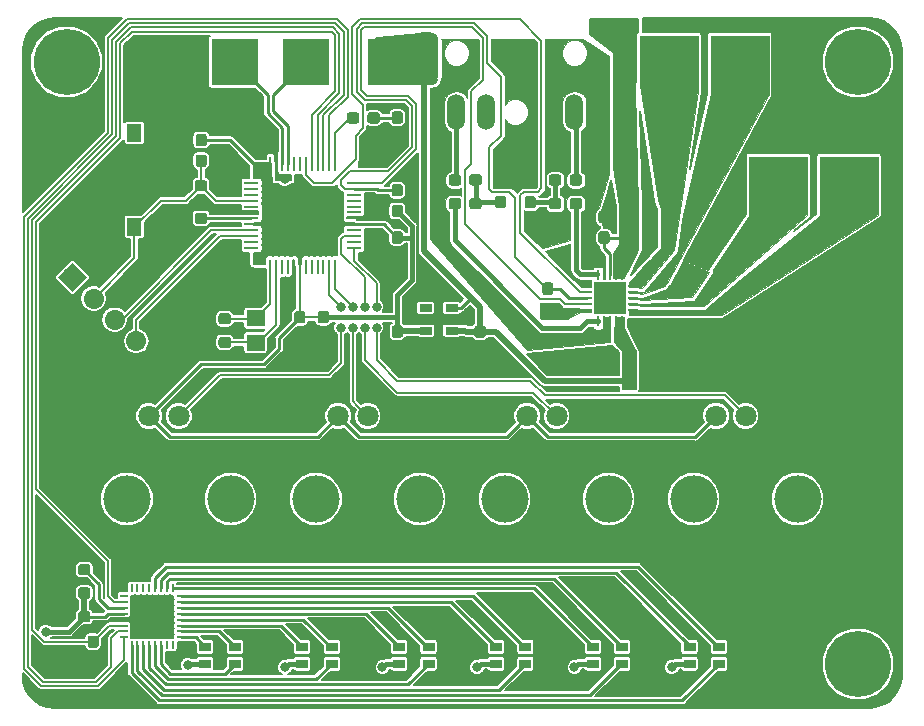
<source format=gbr>
G04 #@! TF.GenerationSoftware,KiCad,Pcbnew,(5.0.0)*
G04 #@! TF.CreationDate,2021-03-23T02:02:14-07:00*
G04 #@! TF.ProjectId,TheVolumeMixerV2,546865566F6C756D654D697865725632,rev?*
G04 #@! TF.SameCoordinates,Original*
G04 #@! TF.FileFunction,Copper,L1,Top,Signal*
G04 #@! TF.FilePolarity,Positive*
%FSLAX46Y46*%
G04 Gerber Fmt 4.6, Leading zero omitted, Abs format (unit mm)*
G04 Created by KiCad (PCBNEW (5.0.0)) date 03/23/21 02:02:14*
%MOMM*%
%LPD*%
G01*
G04 APERTURE LIST*
G04 #@! TA.AperFunction,SMDPad,CuDef*
%ADD10R,0.280000X0.850000*%
G04 #@! TD*
G04 #@! TA.AperFunction,SMDPad,CuDef*
%ADD11R,0.850000X0.280000*%
G04 #@! TD*
G04 #@! TA.AperFunction,SMDPad,CuDef*
%ADD12R,2.700000X2.700000*%
G04 #@! TD*
G04 #@! TA.AperFunction,ComponentPad*
%ADD13C,0.508000*%
G04 #@! TD*
G04 #@! TA.AperFunction,SMDPad,CuDef*
%ADD14R,1.000000X0.800000*%
G04 #@! TD*
G04 #@! TA.AperFunction,ComponentPad*
%ADD15O,3.016000X1.508000*%
G04 #@! TD*
G04 #@! TA.AperFunction,ComponentPad*
%ADD16O,1.508000X3.016000*%
G04 #@! TD*
G04 #@! TA.AperFunction,Conductor*
%ADD17C,0.100000*%
G04 #@! TD*
G04 #@! TA.AperFunction,SMDPad,CuDef*
%ADD18C,0.950000*%
G04 #@! TD*
G04 #@! TA.AperFunction,SMDPad,CuDef*
%ADD19R,4.000000X4.000000*%
G04 #@! TD*
G04 #@! TA.AperFunction,ComponentPad*
%ADD20C,1.700000*%
G04 #@! TD*
G04 #@! TA.AperFunction,Conductor*
%ADD21C,1.700000*%
G04 #@! TD*
G04 #@! TA.AperFunction,SMDPad,CuDef*
%ADD22R,1.300000X1.550000*%
G04 #@! TD*
G04 #@! TA.AperFunction,SMDPad,CuDef*
%ADD23R,0.250000X1.300000*%
G04 #@! TD*
G04 #@! TA.AperFunction,SMDPad,CuDef*
%ADD24R,1.300000X0.250000*%
G04 #@! TD*
G04 #@! TA.AperFunction,SMDPad,CuDef*
%ADD25R,1.060000X0.650000*%
G04 #@! TD*
G04 #@! TA.AperFunction,SMDPad,CuDef*
%ADD26R,1.500000X1.400000*%
G04 #@! TD*
G04 #@! TA.AperFunction,ComponentPad*
%ADD27C,5.600000*%
G04 #@! TD*
G04 #@! TA.AperFunction,ComponentPad*
%ADD28C,1.800000*%
G04 #@! TD*
G04 #@! TA.AperFunction,WasherPad*
%ADD29C,4.000000*%
G04 #@! TD*
G04 #@! TA.AperFunction,SMDPad,CuDef*
%ADD30R,0.250000X0.700000*%
G04 #@! TD*
G04 #@! TA.AperFunction,SMDPad,CuDef*
%ADD31R,0.700000X0.250000*%
G04 #@! TD*
G04 #@! TA.AperFunction,SMDPad,CuDef*
%ADD32R,3.450000X3.450000*%
G04 #@! TD*
G04 #@! TA.AperFunction,ViaPad*
%ADD33C,0.800000*%
G04 #@! TD*
G04 #@! TA.AperFunction,Conductor*
%ADD34C,0.250000*%
G04 #@! TD*
G04 #@! TA.AperFunction,Conductor*
%ADD35C,0.203200*%
G04 #@! TD*
G04 #@! TA.AperFunction,Conductor*
%ADD36C,0.508000*%
G04 #@! TD*
G04 #@! TA.AperFunction,Conductor*
%ADD37C,0.254000*%
G04 #@! TD*
G04 #@! TA.AperFunction,Conductor*
%ADD38C,0.381000*%
G04 #@! TD*
G04 #@! TA.AperFunction,Conductor*
%ADD39C,0.152400*%
G04 #@! TD*
G04 #@! TA.AperFunction,Conductor*
%ADD40C,0.125000*%
G04 #@! TD*
G04 #@! TA.AperFunction,Conductor*
%ADD41C,0.130000*%
G04 #@! TD*
G04 #@! TA.AperFunction,Conductor*
%ADD42C,0.200000*%
G04 #@! TD*
G04 APERTURE END LIST*
D10*
G04 #@! TO.P,U4,1*
G04 #@! TO.N,/INL+*
X160999999Y-92975000D03*
G04 #@! TO.P,U4,2*
G04 #@! TO.N,GNDA*
X161500001Y-92975000D03*
G04 #@! TO.P,U4,3*
X162000000Y-92975000D03*
G04 #@! TO.P,U4,4*
G04 #@! TO.N,+5V*
X162499999Y-92975000D03*
G04 #@! TO.P,U4,5*
X163000001Y-92975000D03*
D11*
G04 #@! TO.P,U4,6*
G04 #@! TO.N,/OUTL+*
X163975000Y-92000252D03*
G04 #@! TO.P,U4,7*
G04 #@! TO.N,/OUTL-*
X163975000Y-91500126D03*
G04 #@! TO.P,U4,8*
G04 #@! TO.N,GND*
X163975000Y-91000000D03*
G04 #@! TO.P,U4,9*
G04 #@! TO.N,/OUTR-*
X163975000Y-90499874D03*
G04 #@! TO.P,U4,10*
G04 #@! TO.N,/OUTR+*
X163975000Y-89999748D03*
D10*
G04 #@! TO.P,U4,11*
G04 #@! TO.N,+5V*
X163000001Y-89025000D03*
G04 #@! TO.P,U4,12*
X162499999Y-89025000D03*
G04 #@! TO.P,U4,13*
X162000000Y-89025000D03*
G04 #@! TO.P,U4,14*
G04 #@! TO.N,GNDA*
X161500001Y-89025000D03*
G04 #@! TO.P,U4,15*
G04 #@! TO.N,/INR+*
X160999999Y-89025000D03*
D11*
G04 #@! TO.P,U4,16*
G04 #@! TO.N,GND*
X160025000Y-89999748D03*
G04 #@! TO.P,U4,17*
G04 #@! TO.N,/SP_GC1*
X160025000Y-90499874D03*
G04 #@! TO.P,U4,18*
G04 #@! TO.N,/EN*
X160025000Y-91000000D03*
G04 #@! TO.P,U4,19*
G04 #@! TO.N,/SP_GC2*
X160025000Y-91500126D03*
G04 #@! TO.P,U4,20*
G04 #@! TO.N,GND*
X160025000Y-92000252D03*
D12*
G04 #@! TO.P,U4,21*
G04 #@! TO.N,N/C*
X162000000Y-91000000D03*
D13*
G04 #@! TO.P,U4,V*
X162000000Y-91787400D03*
X162787400Y-91000000D03*
X161212600Y-91000000D03*
X162000000Y-90212600D03*
G04 #@! TD*
D14*
G04 #@! TO.P,D2,2*
G04 #@! TO.N,/D2_G*
X138450000Y-120554156D03*
G04 #@! TO.P,D2,3*
G04 #@! TO.N,/D2_B*
X135950000Y-120554156D03*
G04 #@! TO.P,D2,4*
G04 #@! TO.N,+5V*
X135950000Y-121954156D03*
G04 #@! TO.P,D2,1*
G04 #@! TO.N,/D2_R*
X138450000Y-121954156D03*
G04 #@! TD*
G04 #@! TO.P,D1,2*
G04 #@! TO.N,/D1_G*
X130250000Y-120554156D03*
G04 #@! TO.P,D1,3*
G04 #@! TO.N,/D1_B*
X127750000Y-120554156D03*
G04 #@! TO.P,D1,4*
G04 #@! TO.N,+5V*
X127750000Y-121954156D03*
G04 #@! TO.P,D1,1*
G04 #@! TO.N,/D1_R*
X130250000Y-121954156D03*
G04 #@! TD*
D15*
G04 #@! TO.P,J8,1*
G04 #@! TO.N,GNDA*
X154000000Y-70250000D03*
D16*
G04 #@! TO.P,J8,2*
G04 #@! TO.N,Net-(J8-Pad2)*
X149000000Y-75250000D03*
G04 #@! TO.P,J8,3*
G04 #@! TO.N,Net-(J8-Pad3)*
X159000000Y-75250000D03*
G04 #@! TO.P,J8,4*
G04 #@! TO.N,Net-(J8-Pad4)*
X151500000Y-75250000D03*
G04 #@! TD*
D17*
G04 #@! TO.N,GND*
G04 #@! TO.C,C2*
G36*
X116060779Y-117503222D02*
X116083834Y-117506641D01*
X116106443Y-117512305D01*
X116128387Y-117520157D01*
X116149457Y-117530122D01*
X116169448Y-117542104D01*
X116188168Y-117555988D01*
X116205438Y-117571640D01*
X116221090Y-117588910D01*
X116234974Y-117607630D01*
X116246956Y-117627621D01*
X116256921Y-117648691D01*
X116264773Y-117670635D01*
X116270437Y-117693244D01*
X116273856Y-117716299D01*
X116275000Y-117739578D01*
X116275000Y-118214578D01*
X116273856Y-118237857D01*
X116270437Y-118260912D01*
X116264773Y-118283521D01*
X116256921Y-118305465D01*
X116246956Y-118326535D01*
X116234974Y-118346526D01*
X116221090Y-118365246D01*
X116205438Y-118382516D01*
X116188168Y-118398168D01*
X116169448Y-118412052D01*
X116149457Y-118424034D01*
X116128387Y-118433999D01*
X116106443Y-118441851D01*
X116083834Y-118447515D01*
X116060779Y-118450934D01*
X116037500Y-118452078D01*
X115462500Y-118452078D01*
X115439221Y-118450934D01*
X115416166Y-118447515D01*
X115393557Y-118441851D01*
X115371613Y-118433999D01*
X115350543Y-118424034D01*
X115330552Y-118412052D01*
X115311832Y-118398168D01*
X115294562Y-118382516D01*
X115278910Y-118365246D01*
X115265026Y-118346526D01*
X115253044Y-118326535D01*
X115243079Y-118305465D01*
X115235227Y-118283521D01*
X115229563Y-118260912D01*
X115226144Y-118237857D01*
X115225000Y-118214578D01*
X115225000Y-117739578D01*
X115226144Y-117716299D01*
X115229563Y-117693244D01*
X115235227Y-117670635D01*
X115243079Y-117648691D01*
X115253044Y-117627621D01*
X115265026Y-117607630D01*
X115278910Y-117588910D01*
X115294562Y-117571640D01*
X115311832Y-117555988D01*
X115330552Y-117542104D01*
X115350543Y-117530122D01*
X115371613Y-117520157D01*
X115393557Y-117512305D01*
X115416166Y-117506641D01*
X115439221Y-117503222D01*
X115462500Y-117502078D01*
X116037500Y-117502078D01*
X116060779Y-117503222D01*
X116060779Y-117503222D01*
G37*
D18*
G04 #@! TD*
G04 #@! TO.P,C2,1*
G04 #@! TO.N,GND*
X115750000Y-117977078D03*
D17*
G04 #@! TO.N,+5V*
G04 #@! TO.C,C2*
G36*
X117810779Y-117503222D02*
X117833834Y-117506641D01*
X117856443Y-117512305D01*
X117878387Y-117520157D01*
X117899457Y-117530122D01*
X117919448Y-117542104D01*
X117938168Y-117555988D01*
X117955438Y-117571640D01*
X117971090Y-117588910D01*
X117984974Y-117607630D01*
X117996956Y-117627621D01*
X118006921Y-117648691D01*
X118014773Y-117670635D01*
X118020437Y-117693244D01*
X118023856Y-117716299D01*
X118025000Y-117739578D01*
X118025000Y-118214578D01*
X118023856Y-118237857D01*
X118020437Y-118260912D01*
X118014773Y-118283521D01*
X118006921Y-118305465D01*
X117996956Y-118326535D01*
X117984974Y-118346526D01*
X117971090Y-118365246D01*
X117955438Y-118382516D01*
X117938168Y-118398168D01*
X117919448Y-118412052D01*
X117899457Y-118424034D01*
X117878387Y-118433999D01*
X117856443Y-118441851D01*
X117833834Y-118447515D01*
X117810779Y-118450934D01*
X117787500Y-118452078D01*
X117212500Y-118452078D01*
X117189221Y-118450934D01*
X117166166Y-118447515D01*
X117143557Y-118441851D01*
X117121613Y-118433999D01*
X117100543Y-118424034D01*
X117080552Y-118412052D01*
X117061832Y-118398168D01*
X117044562Y-118382516D01*
X117028910Y-118365246D01*
X117015026Y-118346526D01*
X117003044Y-118326535D01*
X116993079Y-118305465D01*
X116985227Y-118283521D01*
X116979563Y-118260912D01*
X116976144Y-118237857D01*
X116975000Y-118214578D01*
X116975000Y-117739578D01*
X116976144Y-117716299D01*
X116979563Y-117693244D01*
X116985227Y-117670635D01*
X116993079Y-117648691D01*
X117003044Y-117627621D01*
X117015026Y-117607630D01*
X117028910Y-117588910D01*
X117044562Y-117571640D01*
X117061832Y-117555988D01*
X117080552Y-117542104D01*
X117100543Y-117530122D01*
X117121613Y-117520157D01*
X117143557Y-117512305D01*
X117166166Y-117506641D01*
X117189221Y-117503222D01*
X117212500Y-117502078D01*
X117787500Y-117502078D01*
X117810779Y-117503222D01*
X117810779Y-117503222D01*
G37*
D18*
G04 #@! TD*
G04 #@! TO.P,C2,2*
G04 #@! TO.N,+5V*
X117500000Y-117977078D03*
D17*
G04 #@! TO.N,Net-(C3-Pad1)*
G04 #@! TO.C,C3*
G36*
X127685779Y-83776144D02*
X127708834Y-83779563D01*
X127731443Y-83785227D01*
X127753387Y-83793079D01*
X127774457Y-83803044D01*
X127794448Y-83815026D01*
X127813168Y-83828910D01*
X127830438Y-83844562D01*
X127846090Y-83861832D01*
X127859974Y-83880552D01*
X127871956Y-83900543D01*
X127881921Y-83921613D01*
X127889773Y-83943557D01*
X127895437Y-83966166D01*
X127898856Y-83989221D01*
X127900000Y-84012500D01*
X127900000Y-84487500D01*
X127898856Y-84510779D01*
X127895437Y-84533834D01*
X127889773Y-84556443D01*
X127881921Y-84578387D01*
X127871956Y-84599457D01*
X127859974Y-84619448D01*
X127846090Y-84638168D01*
X127830438Y-84655438D01*
X127813168Y-84671090D01*
X127794448Y-84684974D01*
X127774457Y-84696956D01*
X127753387Y-84706921D01*
X127731443Y-84714773D01*
X127708834Y-84720437D01*
X127685779Y-84723856D01*
X127662500Y-84725000D01*
X127087500Y-84725000D01*
X127064221Y-84723856D01*
X127041166Y-84720437D01*
X127018557Y-84714773D01*
X126996613Y-84706921D01*
X126975543Y-84696956D01*
X126955552Y-84684974D01*
X126936832Y-84671090D01*
X126919562Y-84655438D01*
X126903910Y-84638168D01*
X126890026Y-84619448D01*
X126878044Y-84599457D01*
X126868079Y-84578387D01*
X126860227Y-84556443D01*
X126854563Y-84533834D01*
X126851144Y-84510779D01*
X126850000Y-84487500D01*
X126850000Y-84012500D01*
X126851144Y-83989221D01*
X126854563Y-83966166D01*
X126860227Y-83943557D01*
X126868079Y-83921613D01*
X126878044Y-83900543D01*
X126890026Y-83880552D01*
X126903910Y-83861832D01*
X126919562Y-83844562D01*
X126936832Y-83828910D01*
X126955552Y-83815026D01*
X126975543Y-83803044D01*
X126996613Y-83793079D01*
X127018557Y-83785227D01*
X127041166Y-83779563D01*
X127064221Y-83776144D01*
X127087500Y-83775000D01*
X127662500Y-83775000D01*
X127685779Y-83776144D01*
X127685779Y-83776144D01*
G37*
D18*
G04 #@! TD*
G04 #@! TO.P,C3,1*
G04 #@! TO.N,Net-(C3-Pad1)*
X127375000Y-84250000D03*
D17*
G04 #@! TO.N,GND*
G04 #@! TO.C,C3*
G36*
X125935779Y-83776144D02*
X125958834Y-83779563D01*
X125981443Y-83785227D01*
X126003387Y-83793079D01*
X126024457Y-83803044D01*
X126044448Y-83815026D01*
X126063168Y-83828910D01*
X126080438Y-83844562D01*
X126096090Y-83861832D01*
X126109974Y-83880552D01*
X126121956Y-83900543D01*
X126131921Y-83921613D01*
X126139773Y-83943557D01*
X126145437Y-83966166D01*
X126148856Y-83989221D01*
X126150000Y-84012500D01*
X126150000Y-84487500D01*
X126148856Y-84510779D01*
X126145437Y-84533834D01*
X126139773Y-84556443D01*
X126131921Y-84578387D01*
X126121956Y-84599457D01*
X126109974Y-84619448D01*
X126096090Y-84638168D01*
X126080438Y-84655438D01*
X126063168Y-84671090D01*
X126044448Y-84684974D01*
X126024457Y-84696956D01*
X126003387Y-84706921D01*
X125981443Y-84714773D01*
X125958834Y-84720437D01*
X125935779Y-84723856D01*
X125912500Y-84725000D01*
X125337500Y-84725000D01*
X125314221Y-84723856D01*
X125291166Y-84720437D01*
X125268557Y-84714773D01*
X125246613Y-84706921D01*
X125225543Y-84696956D01*
X125205552Y-84684974D01*
X125186832Y-84671090D01*
X125169562Y-84655438D01*
X125153910Y-84638168D01*
X125140026Y-84619448D01*
X125128044Y-84599457D01*
X125118079Y-84578387D01*
X125110227Y-84556443D01*
X125104563Y-84533834D01*
X125101144Y-84510779D01*
X125100000Y-84487500D01*
X125100000Y-84012500D01*
X125101144Y-83989221D01*
X125104563Y-83966166D01*
X125110227Y-83943557D01*
X125118079Y-83921613D01*
X125128044Y-83900543D01*
X125140026Y-83880552D01*
X125153910Y-83861832D01*
X125169562Y-83844562D01*
X125186832Y-83828910D01*
X125205552Y-83815026D01*
X125225543Y-83803044D01*
X125246613Y-83793079D01*
X125268557Y-83785227D01*
X125291166Y-83779563D01*
X125314221Y-83776144D01*
X125337500Y-83775000D01*
X125912500Y-83775000D01*
X125935779Y-83776144D01*
X125935779Y-83776144D01*
G37*
D18*
G04 #@! TD*
G04 #@! TO.P,C3,2*
G04 #@! TO.N,GND*
X125625000Y-84250000D03*
D17*
G04 #@! TO.N,+3V3*
G04 #@! TO.C,C6*
G36*
X138010779Y-92101144D02*
X138033834Y-92104563D01*
X138056443Y-92110227D01*
X138078387Y-92118079D01*
X138099457Y-92128044D01*
X138119448Y-92140026D01*
X138138168Y-92153910D01*
X138155438Y-92169562D01*
X138171090Y-92186832D01*
X138184974Y-92205552D01*
X138196956Y-92225543D01*
X138206921Y-92246613D01*
X138214773Y-92268557D01*
X138220437Y-92291166D01*
X138223856Y-92314221D01*
X138225000Y-92337500D01*
X138225000Y-92912500D01*
X138223856Y-92935779D01*
X138220437Y-92958834D01*
X138214773Y-92981443D01*
X138206921Y-93003387D01*
X138196956Y-93024457D01*
X138184974Y-93044448D01*
X138171090Y-93063168D01*
X138155438Y-93080438D01*
X138138168Y-93096090D01*
X138119448Y-93109974D01*
X138099457Y-93121956D01*
X138078387Y-93131921D01*
X138056443Y-93139773D01*
X138033834Y-93145437D01*
X138010779Y-93148856D01*
X137987500Y-93150000D01*
X137512500Y-93150000D01*
X137489221Y-93148856D01*
X137466166Y-93145437D01*
X137443557Y-93139773D01*
X137421613Y-93131921D01*
X137400543Y-93121956D01*
X137380552Y-93109974D01*
X137361832Y-93096090D01*
X137344562Y-93080438D01*
X137328910Y-93063168D01*
X137315026Y-93044448D01*
X137303044Y-93024457D01*
X137293079Y-93003387D01*
X137285227Y-92981443D01*
X137279563Y-92958834D01*
X137276144Y-92935779D01*
X137275000Y-92912500D01*
X137275000Y-92337500D01*
X137276144Y-92314221D01*
X137279563Y-92291166D01*
X137285227Y-92268557D01*
X137293079Y-92246613D01*
X137303044Y-92225543D01*
X137315026Y-92205552D01*
X137328910Y-92186832D01*
X137344562Y-92169562D01*
X137361832Y-92153910D01*
X137380552Y-92140026D01*
X137400543Y-92128044D01*
X137421613Y-92118079D01*
X137443557Y-92110227D01*
X137466166Y-92104563D01*
X137489221Y-92101144D01*
X137512500Y-92100000D01*
X137987500Y-92100000D01*
X138010779Y-92101144D01*
X138010779Y-92101144D01*
G37*
D18*
G04 #@! TD*
G04 #@! TO.P,C6,1*
G04 #@! TO.N,+3V3*
X137750000Y-92625000D03*
D17*
G04 #@! TO.N,GND*
G04 #@! TO.C,C6*
G36*
X138010779Y-93851144D02*
X138033834Y-93854563D01*
X138056443Y-93860227D01*
X138078387Y-93868079D01*
X138099457Y-93878044D01*
X138119448Y-93890026D01*
X138138168Y-93903910D01*
X138155438Y-93919562D01*
X138171090Y-93936832D01*
X138184974Y-93955552D01*
X138196956Y-93975543D01*
X138206921Y-93996613D01*
X138214773Y-94018557D01*
X138220437Y-94041166D01*
X138223856Y-94064221D01*
X138225000Y-94087500D01*
X138225000Y-94662500D01*
X138223856Y-94685779D01*
X138220437Y-94708834D01*
X138214773Y-94731443D01*
X138206921Y-94753387D01*
X138196956Y-94774457D01*
X138184974Y-94794448D01*
X138171090Y-94813168D01*
X138155438Y-94830438D01*
X138138168Y-94846090D01*
X138119448Y-94859974D01*
X138099457Y-94871956D01*
X138078387Y-94881921D01*
X138056443Y-94889773D01*
X138033834Y-94895437D01*
X138010779Y-94898856D01*
X137987500Y-94900000D01*
X137512500Y-94900000D01*
X137489221Y-94898856D01*
X137466166Y-94895437D01*
X137443557Y-94889773D01*
X137421613Y-94881921D01*
X137400543Y-94871956D01*
X137380552Y-94859974D01*
X137361832Y-94846090D01*
X137344562Y-94830438D01*
X137328910Y-94813168D01*
X137315026Y-94794448D01*
X137303044Y-94774457D01*
X137293079Y-94753387D01*
X137285227Y-94731443D01*
X137279563Y-94708834D01*
X137276144Y-94685779D01*
X137275000Y-94662500D01*
X137275000Y-94087500D01*
X137276144Y-94064221D01*
X137279563Y-94041166D01*
X137285227Y-94018557D01*
X137293079Y-93996613D01*
X137303044Y-93975543D01*
X137315026Y-93955552D01*
X137328910Y-93936832D01*
X137344562Y-93919562D01*
X137361832Y-93903910D01*
X137380552Y-93890026D01*
X137400543Y-93878044D01*
X137421613Y-93868079D01*
X137443557Y-93860227D01*
X137466166Y-93854563D01*
X137489221Y-93851144D01*
X137512500Y-93850000D01*
X137987500Y-93850000D01*
X138010779Y-93851144D01*
X138010779Y-93851144D01*
G37*
D18*
G04 #@! TD*
G04 #@! TO.P,C6,2*
G04 #@! TO.N,GND*
X137750000Y-94375000D03*
D17*
G04 #@! TO.N,+3V3*
G04 #@! TO.C,C7*
G36*
X136010779Y-92101144D02*
X136033834Y-92104563D01*
X136056443Y-92110227D01*
X136078387Y-92118079D01*
X136099457Y-92128044D01*
X136119448Y-92140026D01*
X136138168Y-92153910D01*
X136155438Y-92169562D01*
X136171090Y-92186832D01*
X136184974Y-92205552D01*
X136196956Y-92225543D01*
X136206921Y-92246613D01*
X136214773Y-92268557D01*
X136220437Y-92291166D01*
X136223856Y-92314221D01*
X136225000Y-92337500D01*
X136225000Y-92912500D01*
X136223856Y-92935779D01*
X136220437Y-92958834D01*
X136214773Y-92981443D01*
X136206921Y-93003387D01*
X136196956Y-93024457D01*
X136184974Y-93044448D01*
X136171090Y-93063168D01*
X136155438Y-93080438D01*
X136138168Y-93096090D01*
X136119448Y-93109974D01*
X136099457Y-93121956D01*
X136078387Y-93131921D01*
X136056443Y-93139773D01*
X136033834Y-93145437D01*
X136010779Y-93148856D01*
X135987500Y-93150000D01*
X135512500Y-93150000D01*
X135489221Y-93148856D01*
X135466166Y-93145437D01*
X135443557Y-93139773D01*
X135421613Y-93131921D01*
X135400543Y-93121956D01*
X135380552Y-93109974D01*
X135361832Y-93096090D01*
X135344562Y-93080438D01*
X135328910Y-93063168D01*
X135315026Y-93044448D01*
X135303044Y-93024457D01*
X135293079Y-93003387D01*
X135285227Y-92981443D01*
X135279563Y-92958834D01*
X135276144Y-92935779D01*
X135275000Y-92912500D01*
X135275000Y-92337500D01*
X135276144Y-92314221D01*
X135279563Y-92291166D01*
X135285227Y-92268557D01*
X135293079Y-92246613D01*
X135303044Y-92225543D01*
X135315026Y-92205552D01*
X135328910Y-92186832D01*
X135344562Y-92169562D01*
X135361832Y-92153910D01*
X135380552Y-92140026D01*
X135400543Y-92128044D01*
X135421613Y-92118079D01*
X135443557Y-92110227D01*
X135466166Y-92104563D01*
X135489221Y-92101144D01*
X135512500Y-92100000D01*
X135987500Y-92100000D01*
X136010779Y-92101144D01*
X136010779Y-92101144D01*
G37*
D18*
G04 #@! TD*
G04 #@! TO.P,C7,1*
G04 #@! TO.N,+3V3*
X135750000Y-92625000D03*
D17*
G04 #@! TO.N,GND*
G04 #@! TO.C,C7*
G36*
X136010779Y-93851144D02*
X136033834Y-93854563D01*
X136056443Y-93860227D01*
X136078387Y-93868079D01*
X136099457Y-93878044D01*
X136119448Y-93890026D01*
X136138168Y-93903910D01*
X136155438Y-93919562D01*
X136171090Y-93936832D01*
X136184974Y-93955552D01*
X136196956Y-93975543D01*
X136206921Y-93996613D01*
X136214773Y-94018557D01*
X136220437Y-94041166D01*
X136223856Y-94064221D01*
X136225000Y-94087500D01*
X136225000Y-94662500D01*
X136223856Y-94685779D01*
X136220437Y-94708834D01*
X136214773Y-94731443D01*
X136206921Y-94753387D01*
X136196956Y-94774457D01*
X136184974Y-94794448D01*
X136171090Y-94813168D01*
X136155438Y-94830438D01*
X136138168Y-94846090D01*
X136119448Y-94859974D01*
X136099457Y-94871956D01*
X136078387Y-94881921D01*
X136056443Y-94889773D01*
X136033834Y-94895437D01*
X136010779Y-94898856D01*
X135987500Y-94900000D01*
X135512500Y-94900000D01*
X135489221Y-94898856D01*
X135466166Y-94895437D01*
X135443557Y-94889773D01*
X135421613Y-94881921D01*
X135400543Y-94871956D01*
X135380552Y-94859974D01*
X135361832Y-94846090D01*
X135344562Y-94830438D01*
X135328910Y-94813168D01*
X135315026Y-94794448D01*
X135303044Y-94774457D01*
X135293079Y-94753387D01*
X135285227Y-94731443D01*
X135279563Y-94708834D01*
X135276144Y-94685779D01*
X135275000Y-94662500D01*
X135275000Y-94087500D01*
X135276144Y-94064221D01*
X135279563Y-94041166D01*
X135285227Y-94018557D01*
X135293079Y-93996613D01*
X135303044Y-93975543D01*
X135315026Y-93955552D01*
X135328910Y-93936832D01*
X135344562Y-93919562D01*
X135361832Y-93903910D01*
X135380552Y-93890026D01*
X135400543Y-93878044D01*
X135421613Y-93868079D01*
X135443557Y-93860227D01*
X135466166Y-93854563D01*
X135489221Y-93851144D01*
X135512500Y-93850000D01*
X135987500Y-93850000D01*
X136010779Y-93851144D01*
X136010779Y-93851144D01*
G37*
D18*
G04 #@! TD*
G04 #@! TO.P,C7,2*
G04 #@! TO.N,GND*
X135750000Y-94375000D03*
D17*
G04 #@! TO.N,GNDA*
G04 #@! TO.C,C18*
G36*
X155510779Y-80601144D02*
X155533834Y-80604563D01*
X155556443Y-80610227D01*
X155578387Y-80618079D01*
X155599457Y-80628044D01*
X155619448Y-80640026D01*
X155638168Y-80653910D01*
X155655438Y-80669562D01*
X155671090Y-80686832D01*
X155684974Y-80705552D01*
X155696956Y-80725543D01*
X155706921Y-80746613D01*
X155714773Y-80768557D01*
X155720437Y-80791166D01*
X155723856Y-80814221D01*
X155725000Y-80837500D01*
X155725000Y-81412500D01*
X155723856Y-81435779D01*
X155720437Y-81458834D01*
X155714773Y-81481443D01*
X155706921Y-81503387D01*
X155696956Y-81524457D01*
X155684974Y-81544448D01*
X155671090Y-81563168D01*
X155655438Y-81580438D01*
X155638168Y-81596090D01*
X155619448Y-81609974D01*
X155599457Y-81621956D01*
X155578387Y-81631921D01*
X155556443Y-81639773D01*
X155533834Y-81645437D01*
X155510779Y-81648856D01*
X155487500Y-81650000D01*
X155012500Y-81650000D01*
X154989221Y-81648856D01*
X154966166Y-81645437D01*
X154943557Y-81639773D01*
X154921613Y-81631921D01*
X154900543Y-81621956D01*
X154880552Y-81609974D01*
X154861832Y-81596090D01*
X154844562Y-81580438D01*
X154828910Y-81563168D01*
X154815026Y-81544448D01*
X154803044Y-81524457D01*
X154793079Y-81503387D01*
X154785227Y-81481443D01*
X154779563Y-81458834D01*
X154776144Y-81435779D01*
X154775000Y-81412500D01*
X154775000Y-80837500D01*
X154776144Y-80814221D01*
X154779563Y-80791166D01*
X154785227Y-80768557D01*
X154793079Y-80746613D01*
X154803044Y-80725543D01*
X154815026Y-80705552D01*
X154828910Y-80686832D01*
X154844562Y-80669562D01*
X154861832Y-80653910D01*
X154880552Y-80640026D01*
X154900543Y-80628044D01*
X154921613Y-80618079D01*
X154943557Y-80610227D01*
X154966166Y-80604563D01*
X154989221Y-80601144D01*
X155012500Y-80600000D01*
X155487500Y-80600000D01*
X155510779Y-80601144D01*
X155510779Y-80601144D01*
G37*
D18*
G04 #@! TD*
G04 #@! TO.P,C18,1*
G04 #@! TO.N,GNDA*
X155250000Y-81125000D03*
D17*
G04 #@! TO.N,Net-(C18-Pad2)*
G04 #@! TO.C,C18*
G36*
X155510779Y-82351144D02*
X155533834Y-82354563D01*
X155556443Y-82360227D01*
X155578387Y-82368079D01*
X155599457Y-82378044D01*
X155619448Y-82390026D01*
X155638168Y-82403910D01*
X155655438Y-82419562D01*
X155671090Y-82436832D01*
X155684974Y-82455552D01*
X155696956Y-82475543D01*
X155706921Y-82496613D01*
X155714773Y-82518557D01*
X155720437Y-82541166D01*
X155723856Y-82564221D01*
X155725000Y-82587500D01*
X155725000Y-83162500D01*
X155723856Y-83185779D01*
X155720437Y-83208834D01*
X155714773Y-83231443D01*
X155706921Y-83253387D01*
X155696956Y-83274457D01*
X155684974Y-83294448D01*
X155671090Y-83313168D01*
X155655438Y-83330438D01*
X155638168Y-83346090D01*
X155619448Y-83359974D01*
X155599457Y-83371956D01*
X155578387Y-83381921D01*
X155556443Y-83389773D01*
X155533834Y-83395437D01*
X155510779Y-83398856D01*
X155487500Y-83400000D01*
X155012500Y-83400000D01*
X154989221Y-83398856D01*
X154966166Y-83395437D01*
X154943557Y-83389773D01*
X154921613Y-83381921D01*
X154900543Y-83371956D01*
X154880552Y-83359974D01*
X154861832Y-83346090D01*
X154844562Y-83330438D01*
X154828910Y-83313168D01*
X154815026Y-83294448D01*
X154803044Y-83274457D01*
X154793079Y-83253387D01*
X154785227Y-83231443D01*
X154779563Y-83208834D01*
X154776144Y-83185779D01*
X154775000Y-83162500D01*
X154775000Y-82587500D01*
X154776144Y-82564221D01*
X154779563Y-82541166D01*
X154785227Y-82518557D01*
X154793079Y-82496613D01*
X154803044Y-82475543D01*
X154815026Y-82455552D01*
X154828910Y-82436832D01*
X154844562Y-82419562D01*
X154861832Y-82403910D01*
X154880552Y-82390026D01*
X154900543Y-82378044D01*
X154921613Y-82368079D01*
X154943557Y-82360227D01*
X154966166Y-82354563D01*
X154989221Y-82351144D01*
X155012500Y-82350000D01*
X155487500Y-82350000D01*
X155510779Y-82351144D01*
X155510779Y-82351144D01*
G37*
D18*
G04 #@! TD*
G04 #@! TO.P,C18,2*
G04 #@! TO.N,Net-(C18-Pad2)*
X155250000Y-82875000D03*
D17*
G04 #@! TO.N,Net-(C19-Pad2)*
G04 #@! TO.C,C19*
G36*
X153010779Y-82351144D02*
X153033834Y-82354563D01*
X153056443Y-82360227D01*
X153078387Y-82368079D01*
X153099457Y-82378044D01*
X153119448Y-82390026D01*
X153138168Y-82403910D01*
X153155438Y-82419562D01*
X153171090Y-82436832D01*
X153184974Y-82455552D01*
X153196956Y-82475543D01*
X153206921Y-82496613D01*
X153214773Y-82518557D01*
X153220437Y-82541166D01*
X153223856Y-82564221D01*
X153225000Y-82587500D01*
X153225000Y-83162500D01*
X153223856Y-83185779D01*
X153220437Y-83208834D01*
X153214773Y-83231443D01*
X153206921Y-83253387D01*
X153196956Y-83274457D01*
X153184974Y-83294448D01*
X153171090Y-83313168D01*
X153155438Y-83330438D01*
X153138168Y-83346090D01*
X153119448Y-83359974D01*
X153099457Y-83371956D01*
X153078387Y-83381921D01*
X153056443Y-83389773D01*
X153033834Y-83395437D01*
X153010779Y-83398856D01*
X152987500Y-83400000D01*
X152512500Y-83400000D01*
X152489221Y-83398856D01*
X152466166Y-83395437D01*
X152443557Y-83389773D01*
X152421613Y-83381921D01*
X152400543Y-83371956D01*
X152380552Y-83359974D01*
X152361832Y-83346090D01*
X152344562Y-83330438D01*
X152328910Y-83313168D01*
X152315026Y-83294448D01*
X152303044Y-83274457D01*
X152293079Y-83253387D01*
X152285227Y-83231443D01*
X152279563Y-83208834D01*
X152276144Y-83185779D01*
X152275000Y-83162500D01*
X152275000Y-82587500D01*
X152276144Y-82564221D01*
X152279563Y-82541166D01*
X152285227Y-82518557D01*
X152293079Y-82496613D01*
X152303044Y-82475543D01*
X152315026Y-82455552D01*
X152328910Y-82436832D01*
X152344562Y-82419562D01*
X152361832Y-82403910D01*
X152380552Y-82390026D01*
X152400543Y-82378044D01*
X152421613Y-82368079D01*
X152443557Y-82360227D01*
X152466166Y-82354563D01*
X152489221Y-82351144D01*
X152512500Y-82350000D01*
X152987500Y-82350000D01*
X153010779Y-82351144D01*
X153010779Y-82351144D01*
G37*
D18*
G04 #@! TD*
G04 #@! TO.P,C19,2*
G04 #@! TO.N,Net-(C19-Pad2)*
X152750000Y-82875000D03*
D17*
G04 #@! TO.N,GNDA*
G04 #@! TO.C,C19*
G36*
X153010779Y-80601144D02*
X153033834Y-80604563D01*
X153056443Y-80610227D01*
X153078387Y-80618079D01*
X153099457Y-80628044D01*
X153119448Y-80640026D01*
X153138168Y-80653910D01*
X153155438Y-80669562D01*
X153171090Y-80686832D01*
X153184974Y-80705552D01*
X153196956Y-80725543D01*
X153206921Y-80746613D01*
X153214773Y-80768557D01*
X153220437Y-80791166D01*
X153223856Y-80814221D01*
X153225000Y-80837500D01*
X153225000Y-81412500D01*
X153223856Y-81435779D01*
X153220437Y-81458834D01*
X153214773Y-81481443D01*
X153206921Y-81503387D01*
X153196956Y-81524457D01*
X153184974Y-81544448D01*
X153171090Y-81563168D01*
X153155438Y-81580438D01*
X153138168Y-81596090D01*
X153119448Y-81609974D01*
X153099457Y-81621956D01*
X153078387Y-81631921D01*
X153056443Y-81639773D01*
X153033834Y-81645437D01*
X153010779Y-81648856D01*
X152987500Y-81650000D01*
X152512500Y-81650000D01*
X152489221Y-81648856D01*
X152466166Y-81645437D01*
X152443557Y-81639773D01*
X152421613Y-81631921D01*
X152400543Y-81621956D01*
X152380552Y-81609974D01*
X152361832Y-81596090D01*
X152344562Y-81580438D01*
X152328910Y-81563168D01*
X152315026Y-81544448D01*
X152303044Y-81524457D01*
X152293079Y-81503387D01*
X152285227Y-81481443D01*
X152279563Y-81458834D01*
X152276144Y-81435779D01*
X152275000Y-81412500D01*
X152275000Y-80837500D01*
X152276144Y-80814221D01*
X152279563Y-80791166D01*
X152285227Y-80768557D01*
X152293079Y-80746613D01*
X152303044Y-80725543D01*
X152315026Y-80705552D01*
X152328910Y-80686832D01*
X152344562Y-80669562D01*
X152361832Y-80653910D01*
X152380552Y-80640026D01*
X152400543Y-80628044D01*
X152421613Y-80618079D01*
X152443557Y-80610227D01*
X152466166Y-80604563D01*
X152489221Y-80601144D01*
X152512500Y-80600000D01*
X152987500Y-80600000D01*
X153010779Y-80601144D01*
X153010779Y-80601144D01*
G37*
D18*
G04 #@! TD*
G04 #@! TO.P,C19,1*
G04 #@! TO.N,GNDA*
X152750000Y-81125000D03*
D17*
G04 #@! TO.N,+3V3*
G04 #@! TO.C,C12*
G36*
X144268012Y-93317261D02*
X144291067Y-93320680D01*
X144313676Y-93326344D01*
X144335620Y-93334196D01*
X144356690Y-93344161D01*
X144376681Y-93356143D01*
X144395401Y-93370027D01*
X144412671Y-93385679D01*
X144428323Y-93402949D01*
X144442207Y-93421669D01*
X144454189Y-93441660D01*
X144464154Y-93462730D01*
X144472006Y-93484674D01*
X144477670Y-93507283D01*
X144481089Y-93530338D01*
X144482233Y-93553617D01*
X144482233Y-94128617D01*
X144481089Y-94151896D01*
X144477670Y-94174951D01*
X144472006Y-94197560D01*
X144464154Y-94219504D01*
X144454189Y-94240574D01*
X144442207Y-94260565D01*
X144428323Y-94279285D01*
X144412671Y-94296555D01*
X144395401Y-94312207D01*
X144376681Y-94326091D01*
X144356690Y-94338073D01*
X144335620Y-94348038D01*
X144313676Y-94355890D01*
X144291067Y-94361554D01*
X144268012Y-94364973D01*
X144244733Y-94366117D01*
X143769733Y-94366117D01*
X143746454Y-94364973D01*
X143723399Y-94361554D01*
X143700790Y-94355890D01*
X143678846Y-94348038D01*
X143657776Y-94338073D01*
X143637785Y-94326091D01*
X143619065Y-94312207D01*
X143601795Y-94296555D01*
X143586143Y-94279285D01*
X143572259Y-94260565D01*
X143560277Y-94240574D01*
X143550312Y-94219504D01*
X143542460Y-94197560D01*
X143536796Y-94174951D01*
X143533377Y-94151896D01*
X143532233Y-94128617D01*
X143532233Y-93553617D01*
X143533377Y-93530338D01*
X143536796Y-93507283D01*
X143542460Y-93484674D01*
X143550312Y-93462730D01*
X143560277Y-93441660D01*
X143572259Y-93421669D01*
X143586143Y-93402949D01*
X143601795Y-93385679D01*
X143619065Y-93370027D01*
X143637785Y-93356143D01*
X143657776Y-93344161D01*
X143678846Y-93334196D01*
X143700790Y-93326344D01*
X143723399Y-93320680D01*
X143746454Y-93317261D01*
X143769733Y-93316117D01*
X144244733Y-93316117D01*
X144268012Y-93317261D01*
X144268012Y-93317261D01*
G37*
D18*
G04 #@! TD*
G04 #@! TO.P,C12,2*
G04 #@! TO.N,+3V3*
X144007233Y-93841117D03*
D17*
G04 #@! TO.N,GND*
G04 #@! TO.C,C12*
G36*
X144268012Y-95067261D02*
X144291067Y-95070680D01*
X144313676Y-95076344D01*
X144335620Y-95084196D01*
X144356690Y-95094161D01*
X144376681Y-95106143D01*
X144395401Y-95120027D01*
X144412671Y-95135679D01*
X144428323Y-95152949D01*
X144442207Y-95171669D01*
X144454189Y-95191660D01*
X144464154Y-95212730D01*
X144472006Y-95234674D01*
X144477670Y-95257283D01*
X144481089Y-95280338D01*
X144482233Y-95303617D01*
X144482233Y-95878617D01*
X144481089Y-95901896D01*
X144477670Y-95924951D01*
X144472006Y-95947560D01*
X144464154Y-95969504D01*
X144454189Y-95990574D01*
X144442207Y-96010565D01*
X144428323Y-96029285D01*
X144412671Y-96046555D01*
X144395401Y-96062207D01*
X144376681Y-96076091D01*
X144356690Y-96088073D01*
X144335620Y-96098038D01*
X144313676Y-96105890D01*
X144291067Y-96111554D01*
X144268012Y-96114973D01*
X144244733Y-96116117D01*
X143769733Y-96116117D01*
X143746454Y-96114973D01*
X143723399Y-96111554D01*
X143700790Y-96105890D01*
X143678846Y-96098038D01*
X143657776Y-96088073D01*
X143637785Y-96076091D01*
X143619065Y-96062207D01*
X143601795Y-96046555D01*
X143586143Y-96029285D01*
X143572259Y-96010565D01*
X143560277Y-95990574D01*
X143550312Y-95969504D01*
X143542460Y-95947560D01*
X143536796Y-95924951D01*
X143533377Y-95901896D01*
X143532233Y-95878617D01*
X143532233Y-95303617D01*
X143533377Y-95280338D01*
X143536796Y-95257283D01*
X143542460Y-95234674D01*
X143550312Y-95212730D01*
X143560277Y-95191660D01*
X143572259Y-95171669D01*
X143586143Y-95152949D01*
X143601795Y-95135679D01*
X143619065Y-95120027D01*
X143637785Y-95106143D01*
X143657776Y-95094161D01*
X143678846Y-95084196D01*
X143700790Y-95076344D01*
X143723399Y-95070680D01*
X143746454Y-95067261D01*
X143769733Y-95066117D01*
X144244733Y-95066117D01*
X144268012Y-95067261D01*
X144268012Y-95067261D01*
G37*
D18*
G04 #@! TD*
G04 #@! TO.P,C12,1*
G04 #@! TO.N,GND*
X144007233Y-95591117D03*
D17*
G04 #@! TO.N,GND*
G04 #@! TO.C,C13*
G36*
X151268012Y-95067261D02*
X151291067Y-95070680D01*
X151313676Y-95076344D01*
X151335620Y-95084196D01*
X151356690Y-95094161D01*
X151376681Y-95106143D01*
X151395401Y-95120027D01*
X151412671Y-95135679D01*
X151428323Y-95152949D01*
X151442207Y-95171669D01*
X151454189Y-95191660D01*
X151464154Y-95212730D01*
X151472006Y-95234674D01*
X151477670Y-95257283D01*
X151481089Y-95280338D01*
X151482233Y-95303617D01*
X151482233Y-95878617D01*
X151481089Y-95901896D01*
X151477670Y-95924951D01*
X151472006Y-95947560D01*
X151464154Y-95969504D01*
X151454189Y-95990574D01*
X151442207Y-96010565D01*
X151428323Y-96029285D01*
X151412671Y-96046555D01*
X151395401Y-96062207D01*
X151376681Y-96076091D01*
X151356690Y-96088073D01*
X151335620Y-96098038D01*
X151313676Y-96105890D01*
X151291067Y-96111554D01*
X151268012Y-96114973D01*
X151244733Y-96116117D01*
X150769733Y-96116117D01*
X150746454Y-96114973D01*
X150723399Y-96111554D01*
X150700790Y-96105890D01*
X150678846Y-96098038D01*
X150657776Y-96088073D01*
X150637785Y-96076091D01*
X150619065Y-96062207D01*
X150601795Y-96046555D01*
X150586143Y-96029285D01*
X150572259Y-96010565D01*
X150560277Y-95990574D01*
X150550312Y-95969504D01*
X150542460Y-95947560D01*
X150536796Y-95924951D01*
X150533377Y-95901896D01*
X150532233Y-95878617D01*
X150532233Y-95303617D01*
X150533377Y-95280338D01*
X150536796Y-95257283D01*
X150542460Y-95234674D01*
X150550312Y-95212730D01*
X150560277Y-95191660D01*
X150572259Y-95171669D01*
X150586143Y-95152949D01*
X150601795Y-95135679D01*
X150619065Y-95120027D01*
X150637785Y-95106143D01*
X150657776Y-95094161D01*
X150678846Y-95084196D01*
X150700790Y-95076344D01*
X150723399Y-95070680D01*
X150746454Y-95067261D01*
X150769733Y-95066117D01*
X151244733Y-95066117D01*
X151268012Y-95067261D01*
X151268012Y-95067261D01*
G37*
D18*
G04 #@! TD*
G04 #@! TO.P,C13,1*
G04 #@! TO.N,GND*
X151007233Y-95591117D03*
D17*
G04 #@! TO.N,+5V*
G04 #@! TO.C,C13*
G36*
X151268012Y-93317261D02*
X151291067Y-93320680D01*
X151313676Y-93326344D01*
X151335620Y-93334196D01*
X151356690Y-93344161D01*
X151376681Y-93356143D01*
X151395401Y-93370027D01*
X151412671Y-93385679D01*
X151428323Y-93402949D01*
X151442207Y-93421669D01*
X151454189Y-93441660D01*
X151464154Y-93462730D01*
X151472006Y-93484674D01*
X151477670Y-93507283D01*
X151481089Y-93530338D01*
X151482233Y-93553617D01*
X151482233Y-94128617D01*
X151481089Y-94151896D01*
X151477670Y-94174951D01*
X151472006Y-94197560D01*
X151464154Y-94219504D01*
X151454189Y-94240574D01*
X151442207Y-94260565D01*
X151428323Y-94279285D01*
X151412671Y-94296555D01*
X151395401Y-94312207D01*
X151376681Y-94326091D01*
X151356690Y-94338073D01*
X151335620Y-94348038D01*
X151313676Y-94355890D01*
X151291067Y-94361554D01*
X151268012Y-94364973D01*
X151244733Y-94366117D01*
X150769733Y-94366117D01*
X150746454Y-94364973D01*
X150723399Y-94361554D01*
X150700790Y-94355890D01*
X150678846Y-94348038D01*
X150657776Y-94338073D01*
X150637785Y-94326091D01*
X150619065Y-94312207D01*
X150601795Y-94296555D01*
X150586143Y-94279285D01*
X150572259Y-94260565D01*
X150560277Y-94240574D01*
X150550312Y-94219504D01*
X150542460Y-94197560D01*
X150536796Y-94174951D01*
X150533377Y-94151896D01*
X150532233Y-94128617D01*
X150532233Y-93553617D01*
X150533377Y-93530338D01*
X150536796Y-93507283D01*
X150542460Y-93484674D01*
X150550312Y-93462730D01*
X150560277Y-93441660D01*
X150572259Y-93421669D01*
X150586143Y-93402949D01*
X150601795Y-93385679D01*
X150619065Y-93370027D01*
X150637785Y-93356143D01*
X150657776Y-93344161D01*
X150678846Y-93334196D01*
X150700790Y-93326344D01*
X150723399Y-93320680D01*
X150746454Y-93317261D01*
X150769733Y-93316117D01*
X151244733Y-93316117D01*
X151268012Y-93317261D01*
X151268012Y-93317261D01*
G37*
D18*
G04 #@! TD*
G04 #@! TO.P,C13,2*
G04 #@! TO.N,+5V*
X151007233Y-93841117D03*
D17*
G04 #@! TO.N,Net-(D7-Pad1)*
G04 #@! TO.C,D7*
G36*
X142310779Y-75276144D02*
X142333834Y-75279563D01*
X142356443Y-75285227D01*
X142378387Y-75293079D01*
X142399457Y-75303044D01*
X142419448Y-75315026D01*
X142438168Y-75328910D01*
X142455438Y-75344562D01*
X142471090Y-75361832D01*
X142484974Y-75380552D01*
X142496956Y-75400543D01*
X142506921Y-75421613D01*
X142514773Y-75443557D01*
X142520437Y-75466166D01*
X142523856Y-75489221D01*
X142525000Y-75512500D01*
X142525000Y-75987500D01*
X142523856Y-76010779D01*
X142520437Y-76033834D01*
X142514773Y-76056443D01*
X142506921Y-76078387D01*
X142496956Y-76099457D01*
X142484974Y-76119448D01*
X142471090Y-76138168D01*
X142455438Y-76155438D01*
X142438168Y-76171090D01*
X142419448Y-76184974D01*
X142399457Y-76196956D01*
X142378387Y-76206921D01*
X142356443Y-76214773D01*
X142333834Y-76220437D01*
X142310779Y-76223856D01*
X142287500Y-76225000D01*
X141712500Y-76225000D01*
X141689221Y-76223856D01*
X141666166Y-76220437D01*
X141643557Y-76214773D01*
X141621613Y-76206921D01*
X141600543Y-76196956D01*
X141580552Y-76184974D01*
X141561832Y-76171090D01*
X141544562Y-76155438D01*
X141528910Y-76138168D01*
X141515026Y-76119448D01*
X141503044Y-76099457D01*
X141493079Y-76078387D01*
X141485227Y-76056443D01*
X141479563Y-76033834D01*
X141476144Y-76010779D01*
X141475000Y-75987500D01*
X141475000Y-75512500D01*
X141476144Y-75489221D01*
X141479563Y-75466166D01*
X141485227Y-75443557D01*
X141493079Y-75421613D01*
X141503044Y-75400543D01*
X141515026Y-75380552D01*
X141528910Y-75361832D01*
X141544562Y-75344562D01*
X141561832Y-75328910D01*
X141580552Y-75315026D01*
X141600543Y-75303044D01*
X141621613Y-75293079D01*
X141643557Y-75285227D01*
X141666166Y-75279563D01*
X141689221Y-75276144D01*
X141712500Y-75275000D01*
X142287500Y-75275000D01*
X142310779Y-75276144D01*
X142310779Y-75276144D01*
G37*
D18*
G04 #@! TD*
G04 #@! TO.P,D7,1*
G04 #@! TO.N,Net-(D7-Pad1)*
X142000000Y-75750000D03*
D17*
G04 #@! TO.N,/D2_LED*
G04 #@! TO.C,D7*
G36*
X140560779Y-75276144D02*
X140583834Y-75279563D01*
X140606443Y-75285227D01*
X140628387Y-75293079D01*
X140649457Y-75303044D01*
X140669448Y-75315026D01*
X140688168Y-75328910D01*
X140705438Y-75344562D01*
X140721090Y-75361832D01*
X140734974Y-75380552D01*
X140746956Y-75400543D01*
X140756921Y-75421613D01*
X140764773Y-75443557D01*
X140770437Y-75466166D01*
X140773856Y-75489221D01*
X140775000Y-75512500D01*
X140775000Y-75987500D01*
X140773856Y-76010779D01*
X140770437Y-76033834D01*
X140764773Y-76056443D01*
X140756921Y-76078387D01*
X140746956Y-76099457D01*
X140734974Y-76119448D01*
X140721090Y-76138168D01*
X140705438Y-76155438D01*
X140688168Y-76171090D01*
X140669448Y-76184974D01*
X140649457Y-76196956D01*
X140628387Y-76206921D01*
X140606443Y-76214773D01*
X140583834Y-76220437D01*
X140560779Y-76223856D01*
X140537500Y-76225000D01*
X139962500Y-76225000D01*
X139939221Y-76223856D01*
X139916166Y-76220437D01*
X139893557Y-76214773D01*
X139871613Y-76206921D01*
X139850543Y-76196956D01*
X139830552Y-76184974D01*
X139811832Y-76171090D01*
X139794562Y-76155438D01*
X139778910Y-76138168D01*
X139765026Y-76119448D01*
X139753044Y-76099457D01*
X139743079Y-76078387D01*
X139735227Y-76056443D01*
X139729563Y-76033834D01*
X139726144Y-76010779D01*
X139725000Y-75987500D01*
X139725000Y-75512500D01*
X139726144Y-75489221D01*
X139729563Y-75466166D01*
X139735227Y-75443557D01*
X139743079Y-75421613D01*
X139753044Y-75400543D01*
X139765026Y-75380552D01*
X139778910Y-75361832D01*
X139794562Y-75344562D01*
X139811832Y-75328910D01*
X139830552Y-75315026D01*
X139850543Y-75303044D01*
X139871613Y-75293079D01*
X139893557Y-75285227D01*
X139916166Y-75279563D01*
X139939221Y-75276144D01*
X139962500Y-75275000D01*
X140537500Y-75275000D01*
X140560779Y-75276144D01*
X140560779Y-75276144D01*
G37*
D18*
G04 #@! TD*
G04 #@! TO.P,D7,2*
G04 #@! TO.N,/D2_LED*
X140250000Y-75750000D03*
D19*
G04 #@! TO.P,5V,1*
G04 #@! TO.N,+5V*
X143500000Y-71000000D03*
G04 #@! TD*
G04 #@! TO.P,D-,1*
G04 #@! TO.N,/USB_D-*
X136250000Y-71000000D03*
G04 #@! TD*
D20*
G04 #@! TO.P,J3,1*
G04 #@! TO.N,+5V*
X116500000Y-89250000D03*
D17*
G04 #@! TD*
G04 #@! TO.N,+5V*
G04 #@! TO.C,J3*
G36*
X116500000Y-90452082D02*
X115297918Y-89250000D01*
X116500000Y-88047918D01*
X117702082Y-89250000D01*
X116500000Y-90452082D01*
X116500000Y-90452082D01*
G37*
D20*
G04 #@! TO.P,J3,2*
G04 #@! TO.N,/RESET'*
X118296051Y-91046051D03*
D21*
G04 #@! TD*
G04 #@! TO.N,/RESET'*
G04 #@! TO.C,J3*
X118296051Y-91046051D02*
X118296051Y-91046051D01*
D20*
G04 #@! TO.P,J3,3*
G04 #@! TO.N,/SWCLK*
X120092102Y-92842102D03*
D21*
G04 #@! TD*
G04 #@! TO.N,/SWCLK*
G04 #@! TO.C,J3*
X120092102Y-92842102D02*
X120092102Y-92842102D01*
D20*
G04 #@! TO.P,J3,4*
G04 #@! TO.N,/SWDIO*
X121888154Y-94638154D03*
D21*
G04 #@! TD*
G04 #@! TO.N,/SWDIO*
G04 #@! TO.C,J3*
X121888154Y-94638154D02*
X121888154Y-94638154D01*
D20*
G04 #@! TO.P,J3,5*
G04 #@! TO.N,GND*
X123684205Y-96434205D03*
D21*
G04 #@! TD*
G04 #@! TO.N,GND*
G04 #@! TO.C,J3*
X123684205Y-96434205D02*
X123684205Y-96434205D01*
D19*
G04 #@! TO.P,D+,1*
G04 #@! TO.N,/USB_D+*
X130250000Y-71000000D03*
G04 #@! TD*
G04 #@! TO.P,GND,1*
G04 #@! TO.N,GND*
X124250000Y-71000000D03*
G04 #@! TD*
G04 #@! TO.P,L+,1*
G04 #@! TO.N,/OUTL+*
X182250000Y-81500000D03*
G04 #@! TD*
G04 #@! TO.P,L-,1*
G04 #@! TO.N,/OUTL-*
X176250000Y-81500000D03*
G04 #@! TD*
G04 #@! TO.P,R-,1*
G04 #@! TO.N,/OUTR-*
X173000000Y-71250000D03*
G04 #@! TD*
G04 #@! TO.P,R+,1*
G04 #@! TO.N,/OUTR+*
X167000000Y-71250000D03*
G04 #@! TD*
D22*
G04 #@! TO.P,Reset,1*
G04 #@! TO.N,GND*
X117250000Y-84975000D03*
X117250000Y-77025000D03*
G04 #@! TO.P,Reset,2*
G04 #@! TO.N,/RESET'*
X121750000Y-84975000D03*
X121750000Y-77025000D03*
G04 #@! TD*
D23*
G04 #@! TO.P,U2,1*
G04 #@! TO.N,Net-(C5-Pad2)*
X133250000Y-88350000D03*
G04 #@! TO.P,U2,2*
G04 #@! TO.N,Net-(C4-Pad2)*
X133750000Y-88350000D03*
G04 #@! TO.P,U2,3*
G04 #@! TO.N,Net-(U2-Pad3)*
X134250000Y-88350000D03*
G04 #@! TO.P,U2,4*
G04 #@! TO.N,Net-(U2-Pad4)*
X134750000Y-88350000D03*
G04 #@! TO.P,U2,5*
G04 #@! TO.N,GND*
X135250000Y-88350000D03*
G04 #@! TO.P,U2,6*
G04 #@! TO.N,+3V3*
X135750000Y-88350000D03*
G04 #@! TO.P,U2,7*
G04 #@! TO.N,Net-(U2-Pad7)*
X136250000Y-88350000D03*
G04 #@! TO.P,U2,8*
G04 #@! TO.N,Net-(U2-Pad8)*
X136750000Y-88350000D03*
G04 #@! TO.P,U2,9*
G04 #@! TO.N,Net-(U2-Pad9)*
X137250000Y-88350000D03*
G04 #@! TO.P,U2,10*
G04 #@! TO.N,Net-(U2-Pad10)*
X137750000Y-88350000D03*
G04 #@! TO.P,U2,11*
G04 #@! TO.N,/VOL1*
X138250000Y-88350000D03*
G04 #@! TO.P,U2,12*
G04 #@! TO.N,/VOL2*
X138750000Y-88350000D03*
D24*
G04 #@! TO.P,U2,13*
G04 #@! TO.N,/VOL4*
X140350000Y-86750000D03*
G04 #@! TO.P,U2,14*
G04 #@! TO.N,Net-(U2-Pad14)*
X140350000Y-86250000D03*
G04 #@! TO.P,U2,15*
G04 #@! TO.N,/VOL3*
X140350000Y-85750000D03*
G04 #@! TO.P,U2,16*
G04 #@! TO.N,Net-(U2-Pad16)*
X140350000Y-85250000D03*
G04 #@! TO.P,U2,17*
G04 #@! TO.N,+3V3*
X140350000Y-84750000D03*
G04 #@! TO.P,U2,18*
G04 #@! TO.N,GND*
X140350000Y-84250000D03*
G04 #@! TO.P,U2,19*
G04 #@! TO.N,Net-(U2-Pad19)*
X140350000Y-83750000D03*
G04 #@! TO.P,U2,20*
G04 #@! TO.N,Net-(U2-Pad20)*
X140350000Y-83250000D03*
G04 #@! TO.P,U2,21*
G04 #@! TO.N,Net-(U2-Pad21)*
X140350000Y-82750000D03*
G04 #@! TO.P,U2,22*
G04 #@! TO.N,Net-(U2-Pad22)*
X140350000Y-82250000D03*
G04 #@! TO.P,U2,23*
G04 #@! TO.N,/EN*
X140350000Y-81750000D03*
G04 #@! TO.P,U2,24*
G04 #@! TO.N,/SP_GC2*
X140350000Y-81250000D03*
D23*
G04 #@! TO.P,U2,25*
G04 #@! TO.N,/D2_LED*
X138750000Y-79650000D03*
G04 #@! TO.P,U2,26*
G04 #@! TO.N,/LED_DATA*
X138250000Y-79650000D03*
G04 #@! TO.P,U2,27*
G04 #@! TO.N,/LED_CLK*
X137750000Y-79650000D03*
G04 #@! TO.P,U2,28*
G04 #@! TO.N,/LED_OFF*
X137250000Y-79650000D03*
G04 #@! TO.P,U2,29*
G04 #@! TO.N,/LED_LATCH*
X136750000Y-79650000D03*
G04 #@! TO.P,U2,30*
G04 #@! TO.N,/SP_GC1*
X136250000Y-79650000D03*
G04 #@! TO.P,U2,31*
G04 #@! TO.N,Net-(U2-Pad31)*
X135750000Y-79650000D03*
G04 #@! TO.P,U2,32*
G04 #@! TO.N,Net-(U2-Pad32)*
X135250000Y-79650000D03*
G04 #@! TO.P,U2,33*
G04 #@! TO.N,/USB_D-*
X134750000Y-79650000D03*
G04 #@! TO.P,U2,34*
G04 #@! TO.N,/USB_D+*
X134250000Y-79650000D03*
G04 #@! TO.P,U2,35*
G04 #@! TO.N,GND*
X133750000Y-79650000D03*
G04 #@! TO.P,U2,36*
G04 #@! TO.N,+3V3*
X133250000Y-79650000D03*
D24*
G04 #@! TO.P,U2,37*
G04 #@! TO.N,Net-(U2-Pad37)*
X131650000Y-81250000D03*
G04 #@! TO.P,U2,38*
G04 #@! TO.N,Net-(U2-Pad38)*
X131650000Y-81750000D03*
G04 #@! TO.P,U2,39*
G04 #@! TO.N,Net-(U2-Pad39)*
X131650000Y-82250000D03*
G04 #@! TO.P,U2,40*
G04 #@! TO.N,/RESET'*
X131650000Y-82750000D03*
G04 #@! TO.P,U2,41*
G04 #@! TO.N,Net-(U2-Pad41)*
X131650000Y-83250000D03*
G04 #@! TO.P,U2,42*
G04 #@! TO.N,GND*
X131650000Y-83750000D03*
G04 #@! TO.P,U2,43*
G04 #@! TO.N,Net-(C3-Pad1)*
X131650000Y-84250000D03*
G04 #@! TO.P,U2,44*
G04 #@! TO.N,+3V3*
X131650000Y-84750000D03*
G04 #@! TO.P,U2,45*
G04 #@! TO.N,/SWCLK*
X131650000Y-85250000D03*
G04 #@! TO.P,U2,46*
G04 #@! TO.N,/SWDIO*
X131650000Y-85750000D03*
G04 #@! TO.P,U2,47*
G04 #@! TO.N,Net-(U2-Pad47)*
X131650000Y-86250000D03*
G04 #@! TO.P,U2,48*
G04 #@! TO.N,Net-(U2-Pad48)*
X131650000Y-86750000D03*
G04 #@! TD*
D25*
G04 #@! TO.P,U3,1*
G04 #@! TO.N,+5V*
X148600000Y-93751116D03*
G04 #@! TO.P,U3,2*
G04 #@! TO.N,GND*
X148600000Y-92801116D03*
G04 #@! TO.P,U3,3*
G04 #@! TO.N,+5V*
X148600000Y-91851116D03*
G04 #@! TO.P,U3,4*
G04 #@! TO.N,Net-(U3-Pad4)*
X146400000Y-91851116D03*
G04 #@! TO.P,U3,5*
G04 #@! TO.N,+3V3*
X146400000Y-93751116D03*
G04 #@! TD*
D26*
G04 #@! TO.P,Y1,1*
G04 #@! TO.N,Net-(C5-Pad2)*
X132000000Y-92700000D03*
G04 #@! TO.P,Y1,2*
G04 #@! TO.N,Net-(C4-Pad2)*
X132000000Y-94800000D03*
G04 #@! TD*
D27*
G04 #@! TO.P,MH1,1*
G04 #@! TO.N,N/C*
X183000000Y-122000000D03*
G04 #@! TD*
G04 #@! TO.P,MH2,1*
G04 #@! TO.N,N/C*
X183000000Y-71000000D03*
G04 #@! TD*
G04 #@! TO.P,MH3,1*
G04 #@! TO.N,N/C*
X116000000Y-71000000D03*
G04 #@! TD*
D17*
G04 #@! TO.N,+5V*
G04 #@! TO.C,C1*
G36*
X117810779Y-115503222D02*
X117833834Y-115506641D01*
X117856443Y-115512305D01*
X117878387Y-115520157D01*
X117899457Y-115530122D01*
X117919448Y-115542104D01*
X117938168Y-115555988D01*
X117955438Y-115571640D01*
X117971090Y-115588910D01*
X117984974Y-115607630D01*
X117996956Y-115627621D01*
X118006921Y-115648691D01*
X118014773Y-115670635D01*
X118020437Y-115693244D01*
X118023856Y-115716299D01*
X118025000Y-115739578D01*
X118025000Y-116214578D01*
X118023856Y-116237857D01*
X118020437Y-116260912D01*
X118014773Y-116283521D01*
X118006921Y-116305465D01*
X117996956Y-116326535D01*
X117984974Y-116346526D01*
X117971090Y-116365246D01*
X117955438Y-116382516D01*
X117938168Y-116398168D01*
X117919448Y-116412052D01*
X117899457Y-116424034D01*
X117878387Y-116433999D01*
X117856443Y-116441851D01*
X117833834Y-116447515D01*
X117810779Y-116450934D01*
X117787500Y-116452078D01*
X117212500Y-116452078D01*
X117189221Y-116450934D01*
X117166166Y-116447515D01*
X117143557Y-116441851D01*
X117121613Y-116433999D01*
X117100543Y-116424034D01*
X117080552Y-116412052D01*
X117061832Y-116398168D01*
X117044562Y-116382516D01*
X117028910Y-116365246D01*
X117015026Y-116346526D01*
X117003044Y-116326535D01*
X116993079Y-116305465D01*
X116985227Y-116283521D01*
X116979563Y-116260912D01*
X116976144Y-116237857D01*
X116975000Y-116214578D01*
X116975000Y-115739578D01*
X116976144Y-115716299D01*
X116979563Y-115693244D01*
X116985227Y-115670635D01*
X116993079Y-115648691D01*
X117003044Y-115627621D01*
X117015026Y-115607630D01*
X117028910Y-115588910D01*
X117044562Y-115571640D01*
X117061832Y-115555988D01*
X117080552Y-115542104D01*
X117100543Y-115530122D01*
X117121613Y-115520157D01*
X117143557Y-115512305D01*
X117166166Y-115506641D01*
X117189221Y-115503222D01*
X117212500Y-115502078D01*
X117787500Y-115502078D01*
X117810779Y-115503222D01*
X117810779Y-115503222D01*
G37*
D18*
G04 #@! TD*
G04 #@! TO.P,C1,1*
G04 #@! TO.N,+5V*
X117500000Y-115977078D03*
D17*
G04 #@! TO.N,GND*
G04 #@! TO.C,C1*
G36*
X116060779Y-115503222D02*
X116083834Y-115506641D01*
X116106443Y-115512305D01*
X116128387Y-115520157D01*
X116149457Y-115530122D01*
X116169448Y-115542104D01*
X116188168Y-115555988D01*
X116205438Y-115571640D01*
X116221090Y-115588910D01*
X116234974Y-115607630D01*
X116246956Y-115627621D01*
X116256921Y-115648691D01*
X116264773Y-115670635D01*
X116270437Y-115693244D01*
X116273856Y-115716299D01*
X116275000Y-115739578D01*
X116275000Y-116214578D01*
X116273856Y-116237857D01*
X116270437Y-116260912D01*
X116264773Y-116283521D01*
X116256921Y-116305465D01*
X116246956Y-116326535D01*
X116234974Y-116346526D01*
X116221090Y-116365246D01*
X116205438Y-116382516D01*
X116188168Y-116398168D01*
X116169448Y-116412052D01*
X116149457Y-116424034D01*
X116128387Y-116433999D01*
X116106443Y-116441851D01*
X116083834Y-116447515D01*
X116060779Y-116450934D01*
X116037500Y-116452078D01*
X115462500Y-116452078D01*
X115439221Y-116450934D01*
X115416166Y-116447515D01*
X115393557Y-116441851D01*
X115371613Y-116433999D01*
X115350543Y-116424034D01*
X115330552Y-116412052D01*
X115311832Y-116398168D01*
X115294562Y-116382516D01*
X115278910Y-116365246D01*
X115265026Y-116346526D01*
X115253044Y-116326535D01*
X115243079Y-116305465D01*
X115235227Y-116283521D01*
X115229563Y-116260912D01*
X115226144Y-116237857D01*
X115225000Y-116214578D01*
X115225000Y-115739578D01*
X115226144Y-115716299D01*
X115229563Y-115693244D01*
X115235227Y-115670635D01*
X115243079Y-115648691D01*
X115253044Y-115627621D01*
X115265026Y-115607630D01*
X115278910Y-115588910D01*
X115294562Y-115571640D01*
X115311832Y-115555988D01*
X115330552Y-115542104D01*
X115350543Y-115530122D01*
X115371613Y-115520157D01*
X115393557Y-115512305D01*
X115416166Y-115506641D01*
X115439221Y-115503222D01*
X115462500Y-115502078D01*
X116037500Y-115502078D01*
X116060779Y-115503222D01*
X116060779Y-115503222D01*
G37*
D18*
G04 #@! TD*
G04 #@! TO.P,C1,2*
G04 #@! TO.N,GND*
X115750000Y-115977078D03*
D17*
G04 #@! TO.N,GND*
G04 #@! TO.C,C4*
G36*
X127950779Y-94276144D02*
X127973834Y-94279563D01*
X127996443Y-94285227D01*
X128018387Y-94293079D01*
X128039457Y-94303044D01*
X128059448Y-94315026D01*
X128078168Y-94328910D01*
X128095438Y-94344562D01*
X128111090Y-94361832D01*
X128124974Y-94380552D01*
X128136956Y-94400543D01*
X128146921Y-94421613D01*
X128154773Y-94443557D01*
X128160437Y-94466166D01*
X128163856Y-94489221D01*
X128165000Y-94512500D01*
X128165000Y-94987500D01*
X128163856Y-95010779D01*
X128160437Y-95033834D01*
X128154773Y-95056443D01*
X128146921Y-95078387D01*
X128136956Y-95099457D01*
X128124974Y-95119448D01*
X128111090Y-95138168D01*
X128095438Y-95155438D01*
X128078168Y-95171090D01*
X128059448Y-95184974D01*
X128039457Y-95196956D01*
X128018387Y-95206921D01*
X127996443Y-95214773D01*
X127973834Y-95220437D01*
X127950779Y-95223856D01*
X127927500Y-95225000D01*
X127352500Y-95225000D01*
X127329221Y-95223856D01*
X127306166Y-95220437D01*
X127283557Y-95214773D01*
X127261613Y-95206921D01*
X127240543Y-95196956D01*
X127220552Y-95184974D01*
X127201832Y-95171090D01*
X127184562Y-95155438D01*
X127168910Y-95138168D01*
X127155026Y-95119448D01*
X127143044Y-95099457D01*
X127133079Y-95078387D01*
X127125227Y-95056443D01*
X127119563Y-95033834D01*
X127116144Y-95010779D01*
X127115000Y-94987500D01*
X127115000Y-94512500D01*
X127116144Y-94489221D01*
X127119563Y-94466166D01*
X127125227Y-94443557D01*
X127133079Y-94421613D01*
X127143044Y-94400543D01*
X127155026Y-94380552D01*
X127168910Y-94361832D01*
X127184562Y-94344562D01*
X127201832Y-94328910D01*
X127220552Y-94315026D01*
X127240543Y-94303044D01*
X127261613Y-94293079D01*
X127283557Y-94285227D01*
X127306166Y-94279563D01*
X127329221Y-94276144D01*
X127352500Y-94275000D01*
X127927500Y-94275000D01*
X127950779Y-94276144D01*
X127950779Y-94276144D01*
G37*
D18*
G04 #@! TD*
G04 #@! TO.P,C4,1*
G04 #@! TO.N,GND*
X127640000Y-94750000D03*
D17*
G04 #@! TO.N,Net-(C4-Pad2)*
G04 #@! TO.C,C4*
G36*
X129700779Y-94276144D02*
X129723834Y-94279563D01*
X129746443Y-94285227D01*
X129768387Y-94293079D01*
X129789457Y-94303044D01*
X129809448Y-94315026D01*
X129828168Y-94328910D01*
X129845438Y-94344562D01*
X129861090Y-94361832D01*
X129874974Y-94380552D01*
X129886956Y-94400543D01*
X129896921Y-94421613D01*
X129904773Y-94443557D01*
X129910437Y-94466166D01*
X129913856Y-94489221D01*
X129915000Y-94512500D01*
X129915000Y-94987500D01*
X129913856Y-95010779D01*
X129910437Y-95033834D01*
X129904773Y-95056443D01*
X129896921Y-95078387D01*
X129886956Y-95099457D01*
X129874974Y-95119448D01*
X129861090Y-95138168D01*
X129845438Y-95155438D01*
X129828168Y-95171090D01*
X129809448Y-95184974D01*
X129789457Y-95196956D01*
X129768387Y-95206921D01*
X129746443Y-95214773D01*
X129723834Y-95220437D01*
X129700779Y-95223856D01*
X129677500Y-95225000D01*
X129102500Y-95225000D01*
X129079221Y-95223856D01*
X129056166Y-95220437D01*
X129033557Y-95214773D01*
X129011613Y-95206921D01*
X128990543Y-95196956D01*
X128970552Y-95184974D01*
X128951832Y-95171090D01*
X128934562Y-95155438D01*
X128918910Y-95138168D01*
X128905026Y-95119448D01*
X128893044Y-95099457D01*
X128883079Y-95078387D01*
X128875227Y-95056443D01*
X128869563Y-95033834D01*
X128866144Y-95010779D01*
X128865000Y-94987500D01*
X128865000Y-94512500D01*
X128866144Y-94489221D01*
X128869563Y-94466166D01*
X128875227Y-94443557D01*
X128883079Y-94421613D01*
X128893044Y-94400543D01*
X128905026Y-94380552D01*
X128918910Y-94361832D01*
X128934562Y-94344562D01*
X128951832Y-94328910D01*
X128970552Y-94315026D01*
X128990543Y-94303044D01*
X129011613Y-94293079D01*
X129033557Y-94285227D01*
X129056166Y-94279563D01*
X129079221Y-94276144D01*
X129102500Y-94275000D01*
X129677500Y-94275000D01*
X129700779Y-94276144D01*
X129700779Y-94276144D01*
G37*
D18*
G04 #@! TD*
G04 #@! TO.P,C4,2*
G04 #@! TO.N,Net-(C4-Pad2)*
X129390000Y-94750000D03*
D17*
G04 #@! TO.N,Net-(C5-Pad2)*
G04 #@! TO.C,C5*
G36*
X129700779Y-92276144D02*
X129723834Y-92279563D01*
X129746443Y-92285227D01*
X129768387Y-92293079D01*
X129789457Y-92303044D01*
X129809448Y-92315026D01*
X129828168Y-92328910D01*
X129845438Y-92344562D01*
X129861090Y-92361832D01*
X129874974Y-92380552D01*
X129886956Y-92400543D01*
X129896921Y-92421613D01*
X129904773Y-92443557D01*
X129910437Y-92466166D01*
X129913856Y-92489221D01*
X129915000Y-92512500D01*
X129915000Y-92987500D01*
X129913856Y-93010779D01*
X129910437Y-93033834D01*
X129904773Y-93056443D01*
X129896921Y-93078387D01*
X129886956Y-93099457D01*
X129874974Y-93119448D01*
X129861090Y-93138168D01*
X129845438Y-93155438D01*
X129828168Y-93171090D01*
X129809448Y-93184974D01*
X129789457Y-93196956D01*
X129768387Y-93206921D01*
X129746443Y-93214773D01*
X129723834Y-93220437D01*
X129700779Y-93223856D01*
X129677500Y-93225000D01*
X129102500Y-93225000D01*
X129079221Y-93223856D01*
X129056166Y-93220437D01*
X129033557Y-93214773D01*
X129011613Y-93206921D01*
X128990543Y-93196956D01*
X128970552Y-93184974D01*
X128951832Y-93171090D01*
X128934562Y-93155438D01*
X128918910Y-93138168D01*
X128905026Y-93119448D01*
X128893044Y-93099457D01*
X128883079Y-93078387D01*
X128875227Y-93056443D01*
X128869563Y-93033834D01*
X128866144Y-93010779D01*
X128865000Y-92987500D01*
X128865000Y-92512500D01*
X128866144Y-92489221D01*
X128869563Y-92466166D01*
X128875227Y-92443557D01*
X128883079Y-92421613D01*
X128893044Y-92400543D01*
X128905026Y-92380552D01*
X128918910Y-92361832D01*
X128934562Y-92344562D01*
X128951832Y-92328910D01*
X128970552Y-92315026D01*
X128990543Y-92303044D01*
X129011613Y-92293079D01*
X129033557Y-92285227D01*
X129056166Y-92279563D01*
X129079221Y-92276144D01*
X129102500Y-92275000D01*
X129677500Y-92275000D01*
X129700779Y-92276144D01*
X129700779Y-92276144D01*
G37*
D18*
G04 #@! TD*
G04 #@! TO.P,C5,2*
G04 #@! TO.N,Net-(C5-Pad2)*
X129390000Y-92750000D03*
D17*
G04 #@! TO.N,GND*
G04 #@! TO.C,C5*
G36*
X127950779Y-92276144D02*
X127973834Y-92279563D01*
X127996443Y-92285227D01*
X128018387Y-92293079D01*
X128039457Y-92303044D01*
X128059448Y-92315026D01*
X128078168Y-92328910D01*
X128095438Y-92344562D01*
X128111090Y-92361832D01*
X128124974Y-92380552D01*
X128136956Y-92400543D01*
X128146921Y-92421613D01*
X128154773Y-92443557D01*
X128160437Y-92466166D01*
X128163856Y-92489221D01*
X128165000Y-92512500D01*
X128165000Y-92987500D01*
X128163856Y-93010779D01*
X128160437Y-93033834D01*
X128154773Y-93056443D01*
X128146921Y-93078387D01*
X128136956Y-93099457D01*
X128124974Y-93119448D01*
X128111090Y-93138168D01*
X128095438Y-93155438D01*
X128078168Y-93171090D01*
X128059448Y-93184974D01*
X128039457Y-93196956D01*
X128018387Y-93206921D01*
X127996443Y-93214773D01*
X127973834Y-93220437D01*
X127950779Y-93223856D01*
X127927500Y-93225000D01*
X127352500Y-93225000D01*
X127329221Y-93223856D01*
X127306166Y-93220437D01*
X127283557Y-93214773D01*
X127261613Y-93206921D01*
X127240543Y-93196956D01*
X127220552Y-93184974D01*
X127201832Y-93171090D01*
X127184562Y-93155438D01*
X127168910Y-93138168D01*
X127155026Y-93119448D01*
X127143044Y-93099457D01*
X127133079Y-93078387D01*
X127125227Y-93056443D01*
X127119563Y-93033834D01*
X127116144Y-93010779D01*
X127115000Y-92987500D01*
X127115000Y-92512500D01*
X127116144Y-92489221D01*
X127119563Y-92466166D01*
X127125227Y-92443557D01*
X127133079Y-92421613D01*
X127143044Y-92400543D01*
X127155026Y-92380552D01*
X127168910Y-92361832D01*
X127184562Y-92344562D01*
X127201832Y-92328910D01*
X127220552Y-92315026D01*
X127240543Y-92303044D01*
X127261613Y-92293079D01*
X127283557Y-92285227D01*
X127306166Y-92279563D01*
X127329221Y-92276144D01*
X127352500Y-92275000D01*
X127927500Y-92275000D01*
X127950779Y-92276144D01*
X127950779Y-92276144D01*
G37*
D18*
G04 #@! TD*
G04 #@! TO.P,C5,1*
G04 #@! TO.N,GND*
X127640000Y-92750000D03*
D17*
G04 #@! TO.N,+3V3*
G04 #@! TO.C,C8*
G36*
X144260779Y-85351144D02*
X144283834Y-85354563D01*
X144306443Y-85360227D01*
X144328387Y-85368079D01*
X144349457Y-85378044D01*
X144369448Y-85390026D01*
X144388168Y-85403910D01*
X144405438Y-85419562D01*
X144421090Y-85436832D01*
X144434974Y-85455552D01*
X144446956Y-85475543D01*
X144456921Y-85496613D01*
X144464773Y-85518557D01*
X144470437Y-85541166D01*
X144473856Y-85564221D01*
X144475000Y-85587500D01*
X144475000Y-86162500D01*
X144473856Y-86185779D01*
X144470437Y-86208834D01*
X144464773Y-86231443D01*
X144456921Y-86253387D01*
X144446956Y-86274457D01*
X144434974Y-86294448D01*
X144421090Y-86313168D01*
X144405438Y-86330438D01*
X144388168Y-86346090D01*
X144369448Y-86359974D01*
X144349457Y-86371956D01*
X144328387Y-86381921D01*
X144306443Y-86389773D01*
X144283834Y-86395437D01*
X144260779Y-86398856D01*
X144237500Y-86400000D01*
X143762500Y-86400000D01*
X143739221Y-86398856D01*
X143716166Y-86395437D01*
X143693557Y-86389773D01*
X143671613Y-86381921D01*
X143650543Y-86371956D01*
X143630552Y-86359974D01*
X143611832Y-86346090D01*
X143594562Y-86330438D01*
X143578910Y-86313168D01*
X143565026Y-86294448D01*
X143553044Y-86274457D01*
X143543079Y-86253387D01*
X143535227Y-86231443D01*
X143529563Y-86208834D01*
X143526144Y-86185779D01*
X143525000Y-86162500D01*
X143525000Y-85587500D01*
X143526144Y-85564221D01*
X143529563Y-85541166D01*
X143535227Y-85518557D01*
X143543079Y-85496613D01*
X143553044Y-85475543D01*
X143565026Y-85455552D01*
X143578910Y-85436832D01*
X143594562Y-85419562D01*
X143611832Y-85403910D01*
X143630552Y-85390026D01*
X143650543Y-85378044D01*
X143671613Y-85368079D01*
X143693557Y-85360227D01*
X143716166Y-85354563D01*
X143739221Y-85351144D01*
X143762500Y-85350000D01*
X144237500Y-85350000D01*
X144260779Y-85351144D01*
X144260779Y-85351144D01*
G37*
D18*
G04 #@! TD*
G04 #@! TO.P,C8,2*
G04 #@! TO.N,+3V3*
X144000000Y-85875000D03*
D17*
G04 #@! TO.N,GND*
G04 #@! TO.C,C8*
G36*
X144260779Y-87101144D02*
X144283834Y-87104563D01*
X144306443Y-87110227D01*
X144328387Y-87118079D01*
X144349457Y-87128044D01*
X144369448Y-87140026D01*
X144388168Y-87153910D01*
X144405438Y-87169562D01*
X144421090Y-87186832D01*
X144434974Y-87205552D01*
X144446956Y-87225543D01*
X144456921Y-87246613D01*
X144464773Y-87268557D01*
X144470437Y-87291166D01*
X144473856Y-87314221D01*
X144475000Y-87337500D01*
X144475000Y-87912500D01*
X144473856Y-87935779D01*
X144470437Y-87958834D01*
X144464773Y-87981443D01*
X144456921Y-88003387D01*
X144446956Y-88024457D01*
X144434974Y-88044448D01*
X144421090Y-88063168D01*
X144405438Y-88080438D01*
X144388168Y-88096090D01*
X144369448Y-88109974D01*
X144349457Y-88121956D01*
X144328387Y-88131921D01*
X144306443Y-88139773D01*
X144283834Y-88145437D01*
X144260779Y-88148856D01*
X144237500Y-88150000D01*
X143762500Y-88150000D01*
X143739221Y-88148856D01*
X143716166Y-88145437D01*
X143693557Y-88139773D01*
X143671613Y-88131921D01*
X143650543Y-88121956D01*
X143630552Y-88109974D01*
X143611832Y-88096090D01*
X143594562Y-88080438D01*
X143578910Y-88063168D01*
X143565026Y-88044448D01*
X143553044Y-88024457D01*
X143543079Y-88003387D01*
X143535227Y-87981443D01*
X143529563Y-87958834D01*
X143526144Y-87935779D01*
X143525000Y-87912500D01*
X143525000Y-87337500D01*
X143526144Y-87314221D01*
X143529563Y-87291166D01*
X143535227Y-87268557D01*
X143543079Y-87246613D01*
X143553044Y-87225543D01*
X143565026Y-87205552D01*
X143578910Y-87186832D01*
X143594562Y-87169562D01*
X143611832Y-87153910D01*
X143630552Y-87140026D01*
X143650543Y-87128044D01*
X143671613Y-87118079D01*
X143693557Y-87110227D01*
X143716166Y-87104563D01*
X143739221Y-87101144D01*
X143762500Y-87100000D01*
X144237500Y-87100000D01*
X144260779Y-87101144D01*
X144260779Y-87101144D01*
G37*
D18*
G04 #@! TD*
G04 #@! TO.P,C8,1*
G04 #@! TO.N,GND*
X144000000Y-87625000D03*
D17*
G04 #@! TO.N,+5V*
G04 #@! TO.C,C9*
G36*
X161760779Y-85351144D02*
X161783834Y-85354563D01*
X161806443Y-85360227D01*
X161828387Y-85368079D01*
X161849457Y-85378044D01*
X161869448Y-85390026D01*
X161888168Y-85403910D01*
X161905438Y-85419562D01*
X161921090Y-85436832D01*
X161934974Y-85455552D01*
X161946956Y-85475543D01*
X161956921Y-85496613D01*
X161964773Y-85518557D01*
X161970437Y-85541166D01*
X161973856Y-85564221D01*
X161975000Y-85587500D01*
X161975000Y-86162500D01*
X161973856Y-86185779D01*
X161970437Y-86208834D01*
X161964773Y-86231443D01*
X161956921Y-86253387D01*
X161946956Y-86274457D01*
X161934974Y-86294448D01*
X161921090Y-86313168D01*
X161905438Y-86330438D01*
X161888168Y-86346090D01*
X161869448Y-86359974D01*
X161849457Y-86371956D01*
X161828387Y-86381921D01*
X161806443Y-86389773D01*
X161783834Y-86395437D01*
X161760779Y-86398856D01*
X161737500Y-86400000D01*
X161262500Y-86400000D01*
X161239221Y-86398856D01*
X161216166Y-86395437D01*
X161193557Y-86389773D01*
X161171613Y-86381921D01*
X161150543Y-86371956D01*
X161130552Y-86359974D01*
X161111832Y-86346090D01*
X161094562Y-86330438D01*
X161078910Y-86313168D01*
X161065026Y-86294448D01*
X161053044Y-86274457D01*
X161043079Y-86253387D01*
X161035227Y-86231443D01*
X161029563Y-86208834D01*
X161026144Y-86185779D01*
X161025000Y-86162500D01*
X161025000Y-85587500D01*
X161026144Y-85564221D01*
X161029563Y-85541166D01*
X161035227Y-85518557D01*
X161043079Y-85496613D01*
X161053044Y-85475543D01*
X161065026Y-85455552D01*
X161078910Y-85436832D01*
X161094562Y-85419562D01*
X161111832Y-85403910D01*
X161130552Y-85390026D01*
X161150543Y-85378044D01*
X161171613Y-85368079D01*
X161193557Y-85360227D01*
X161216166Y-85354563D01*
X161239221Y-85351144D01*
X161262500Y-85350000D01*
X161737500Y-85350000D01*
X161760779Y-85351144D01*
X161760779Y-85351144D01*
G37*
D18*
G04 #@! TD*
G04 #@! TO.P,C9,1*
G04 #@! TO.N,+5V*
X161500000Y-85875000D03*
D17*
G04 #@! TO.N,GND*
G04 #@! TO.C,C9*
G36*
X161760779Y-83601144D02*
X161783834Y-83604563D01*
X161806443Y-83610227D01*
X161828387Y-83618079D01*
X161849457Y-83628044D01*
X161869448Y-83640026D01*
X161888168Y-83653910D01*
X161905438Y-83669562D01*
X161921090Y-83686832D01*
X161934974Y-83705552D01*
X161946956Y-83725543D01*
X161956921Y-83746613D01*
X161964773Y-83768557D01*
X161970437Y-83791166D01*
X161973856Y-83814221D01*
X161975000Y-83837500D01*
X161975000Y-84412500D01*
X161973856Y-84435779D01*
X161970437Y-84458834D01*
X161964773Y-84481443D01*
X161956921Y-84503387D01*
X161946956Y-84524457D01*
X161934974Y-84544448D01*
X161921090Y-84563168D01*
X161905438Y-84580438D01*
X161888168Y-84596090D01*
X161869448Y-84609974D01*
X161849457Y-84621956D01*
X161828387Y-84631921D01*
X161806443Y-84639773D01*
X161783834Y-84645437D01*
X161760779Y-84648856D01*
X161737500Y-84650000D01*
X161262500Y-84650000D01*
X161239221Y-84648856D01*
X161216166Y-84645437D01*
X161193557Y-84639773D01*
X161171613Y-84631921D01*
X161150543Y-84621956D01*
X161130552Y-84609974D01*
X161111832Y-84596090D01*
X161094562Y-84580438D01*
X161078910Y-84563168D01*
X161065026Y-84544448D01*
X161053044Y-84524457D01*
X161043079Y-84503387D01*
X161035227Y-84481443D01*
X161029563Y-84458834D01*
X161026144Y-84435779D01*
X161025000Y-84412500D01*
X161025000Y-83837500D01*
X161026144Y-83814221D01*
X161029563Y-83791166D01*
X161035227Y-83768557D01*
X161043079Y-83746613D01*
X161053044Y-83725543D01*
X161065026Y-83705552D01*
X161078910Y-83686832D01*
X161094562Y-83669562D01*
X161111832Y-83653910D01*
X161130552Y-83640026D01*
X161150543Y-83628044D01*
X161171613Y-83618079D01*
X161193557Y-83610227D01*
X161216166Y-83604563D01*
X161239221Y-83601144D01*
X161262500Y-83600000D01*
X161737500Y-83600000D01*
X161760779Y-83601144D01*
X161760779Y-83601144D01*
G37*
D18*
G04 #@! TD*
G04 #@! TO.P,C9,2*
G04 #@! TO.N,GND*
X161500000Y-84125000D03*
D17*
G04 #@! TO.N,GND*
G04 #@! TO.C,C10*
G36*
X165685779Y-85526144D02*
X165708834Y-85529563D01*
X165731443Y-85535227D01*
X165753387Y-85543079D01*
X165774457Y-85553044D01*
X165794448Y-85565026D01*
X165813168Y-85578910D01*
X165830438Y-85594562D01*
X165846090Y-85611832D01*
X165859974Y-85630552D01*
X165871956Y-85650543D01*
X165881921Y-85671613D01*
X165889773Y-85693557D01*
X165895437Y-85716166D01*
X165898856Y-85739221D01*
X165900000Y-85762500D01*
X165900000Y-86237500D01*
X165898856Y-86260779D01*
X165895437Y-86283834D01*
X165889773Y-86306443D01*
X165881921Y-86328387D01*
X165871956Y-86349457D01*
X165859974Y-86369448D01*
X165846090Y-86388168D01*
X165830438Y-86405438D01*
X165813168Y-86421090D01*
X165794448Y-86434974D01*
X165774457Y-86446956D01*
X165753387Y-86456921D01*
X165731443Y-86464773D01*
X165708834Y-86470437D01*
X165685779Y-86473856D01*
X165662500Y-86475000D01*
X165087500Y-86475000D01*
X165064221Y-86473856D01*
X165041166Y-86470437D01*
X165018557Y-86464773D01*
X164996613Y-86456921D01*
X164975543Y-86446956D01*
X164955552Y-86434974D01*
X164936832Y-86421090D01*
X164919562Y-86405438D01*
X164903910Y-86388168D01*
X164890026Y-86369448D01*
X164878044Y-86349457D01*
X164868079Y-86328387D01*
X164860227Y-86306443D01*
X164854563Y-86283834D01*
X164851144Y-86260779D01*
X164850000Y-86237500D01*
X164850000Y-85762500D01*
X164851144Y-85739221D01*
X164854563Y-85716166D01*
X164860227Y-85693557D01*
X164868079Y-85671613D01*
X164878044Y-85650543D01*
X164890026Y-85630552D01*
X164903910Y-85611832D01*
X164919562Y-85594562D01*
X164936832Y-85578910D01*
X164955552Y-85565026D01*
X164975543Y-85553044D01*
X164996613Y-85543079D01*
X165018557Y-85535227D01*
X165041166Y-85529563D01*
X165064221Y-85526144D01*
X165087500Y-85525000D01*
X165662500Y-85525000D01*
X165685779Y-85526144D01*
X165685779Y-85526144D01*
G37*
D18*
G04 #@! TD*
G04 #@! TO.P,C10,2*
G04 #@! TO.N,GND*
X165375000Y-86000000D03*
D17*
G04 #@! TO.N,+5V*
G04 #@! TO.C,C10*
G36*
X163935779Y-85526144D02*
X163958834Y-85529563D01*
X163981443Y-85535227D01*
X164003387Y-85543079D01*
X164024457Y-85553044D01*
X164044448Y-85565026D01*
X164063168Y-85578910D01*
X164080438Y-85594562D01*
X164096090Y-85611832D01*
X164109974Y-85630552D01*
X164121956Y-85650543D01*
X164131921Y-85671613D01*
X164139773Y-85693557D01*
X164145437Y-85716166D01*
X164148856Y-85739221D01*
X164150000Y-85762500D01*
X164150000Y-86237500D01*
X164148856Y-86260779D01*
X164145437Y-86283834D01*
X164139773Y-86306443D01*
X164131921Y-86328387D01*
X164121956Y-86349457D01*
X164109974Y-86369448D01*
X164096090Y-86388168D01*
X164080438Y-86405438D01*
X164063168Y-86421090D01*
X164044448Y-86434974D01*
X164024457Y-86446956D01*
X164003387Y-86456921D01*
X163981443Y-86464773D01*
X163958834Y-86470437D01*
X163935779Y-86473856D01*
X163912500Y-86475000D01*
X163337500Y-86475000D01*
X163314221Y-86473856D01*
X163291166Y-86470437D01*
X163268557Y-86464773D01*
X163246613Y-86456921D01*
X163225543Y-86446956D01*
X163205552Y-86434974D01*
X163186832Y-86421090D01*
X163169562Y-86405438D01*
X163153910Y-86388168D01*
X163140026Y-86369448D01*
X163128044Y-86349457D01*
X163118079Y-86328387D01*
X163110227Y-86306443D01*
X163104563Y-86283834D01*
X163101144Y-86260779D01*
X163100000Y-86237500D01*
X163100000Y-85762500D01*
X163101144Y-85739221D01*
X163104563Y-85716166D01*
X163110227Y-85693557D01*
X163118079Y-85671613D01*
X163128044Y-85650543D01*
X163140026Y-85630552D01*
X163153910Y-85611832D01*
X163169562Y-85594562D01*
X163186832Y-85578910D01*
X163205552Y-85565026D01*
X163225543Y-85553044D01*
X163246613Y-85543079D01*
X163268557Y-85535227D01*
X163291166Y-85529563D01*
X163314221Y-85526144D01*
X163337500Y-85525000D01*
X163912500Y-85525000D01*
X163935779Y-85526144D01*
X163935779Y-85526144D01*
G37*
D18*
G04 #@! TD*
G04 #@! TO.P,C10,1*
G04 #@! TO.N,+5V*
X163625000Y-86000000D03*
D17*
G04 #@! TO.N,+5V*
G04 #@! TO.C,C11*
G36*
X163935779Y-83526144D02*
X163958834Y-83529563D01*
X163981443Y-83535227D01*
X164003387Y-83543079D01*
X164024457Y-83553044D01*
X164044448Y-83565026D01*
X164063168Y-83578910D01*
X164080438Y-83594562D01*
X164096090Y-83611832D01*
X164109974Y-83630552D01*
X164121956Y-83650543D01*
X164131921Y-83671613D01*
X164139773Y-83693557D01*
X164145437Y-83716166D01*
X164148856Y-83739221D01*
X164150000Y-83762500D01*
X164150000Y-84237500D01*
X164148856Y-84260779D01*
X164145437Y-84283834D01*
X164139773Y-84306443D01*
X164131921Y-84328387D01*
X164121956Y-84349457D01*
X164109974Y-84369448D01*
X164096090Y-84388168D01*
X164080438Y-84405438D01*
X164063168Y-84421090D01*
X164044448Y-84434974D01*
X164024457Y-84446956D01*
X164003387Y-84456921D01*
X163981443Y-84464773D01*
X163958834Y-84470437D01*
X163935779Y-84473856D01*
X163912500Y-84475000D01*
X163337500Y-84475000D01*
X163314221Y-84473856D01*
X163291166Y-84470437D01*
X163268557Y-84464773D01*
X163246613Y-84456921D01*
X163225543Y-84446956D01*
X163205552Y-84434974D01*
X163186832Y-84421090D01*
X163169562Y-84405438D01*
X163153910Y-84388168D01*
X163140026Y-84369448D01*
X163128044Y-84349457D01*
X163118079Y-84328387D01*
X163110227Y-84306443D01*
X163104563Y-84283834D01*
X163101144Y-84260779D01*
X163100000Y-84237500D01*
X163100000Y-83762500D01*
X163101144Y-83739221D01*
X163104563Y-83716166D01*
X163110227Y-83693557D01*
X163118079Y-83671613D01*
X163128044Y-83650543D01*
X163140026Y-83630552D01*
X163153910Y-83611832D01*
X163169562Y-83594562D01*
X163186832Y-83578910D01*
X163205552Y-83565026D01*
X163225543Y-83553044D01*
X163246613Y-83543079D01*
X163268557Y-83535227D01*
X163291166Y-83529563D01*
X163314221Y-83526144D01*
X163337500Y-83525000D01*
X163912500Y-83525000D01*
X163935779Y-83526144D01*
X163935779Y-83526144D01*
G37*
D18*
G04 #@! TD*
G04 #@! TO.P,C11,1*
G04 #@! TO.N,+5V*
X163625000Y-84000000D03*
D17*
G04 #@! TO.N,GND*
G04 #@! TO.C,C11*
G36*
X165685779Y-83526144D02*
X165708834Y-83529563D01*
X165731443Y-83535227D01*
X165753387Y-83543079D01*
X165774457Y-83553044D01*
X165794448Y-83565026D01*
X165813168Y-83578910D01*
X165830438Y-83594562D01*
X165846090Y-83611832D01*
X165859974Y-83630552D01*
X165871956Y-83650543D01*
X165881921Y-83671613D01*
X165889773Y-83693557D01*
X165895437Y-83716166D01*
X165898856Y-83739221D01*
X165900000Y-83762500D01*
X165900000Y-84237500D01*
X165898856Y-84260779D01*
X165895437Y-84283834D01*
X165889773Y-84306443D01*
X165881921Y-84328387D01*
X165871956Y-84349457D01*
X165859974Y-84369448D01*
X165846090Y-84388168D01*
X165830438Y-84405438D01*
X165813168Y-84421090D01*
X165794448Y-84434974D01*
X165774457Y-84446956D01*
X165753387Y-84456921D01*
X165731443Y-84464773D01*
X165708834Y-84470437D01*
X165685779Y-84473856D01*
X165662500Y-84475000D01*
X165087500Y-84475000D01*
X165064221Y-84473856D01*
X165041166Y-84470437D01*
X165018557Y-84464773D01*
X164996613Y-84456921D01*
X164975543Y-84446956D01*
X164955552Y-84434974D01*
X164936832Y-84421090D01*
X164919562Y-84405438D01*
X164903910Y-84388168D01*
X164890026Y-84369448D01*
X164878044Y-84349457D01*
X164868079Y-84328387D01*
X164860227Y-84306443D01*
X164854563Y-84283834D01*
X164851144Y-84260779D01*
X164850000Y-84237500D01*
X164850000Y-83762500D01*
X164851144Y-83739221D01*
X164854563Y-83716166D01*
X164860227Y-83693557D01*
X164868079Y-83671613D01*
X164878044Y-83650543D01*
X164890026Y-83630552D01*
X164903910Y-83611832D01*
X164919562Y-83594562D01*
X164936832Y-83578910D01*
X164955552Y-83565026D01*
X164975543Y-83553044D01*
X164996613Y-83543079D01*
X165018557Y-83535227D01*
X165041166Y-83529563D01*
X165064221Y-83526144D01*
X165087500Y-83525000D01*
X165662500Y-83525000D01*
X165685779Y-83526144D01*
X165685779Y-83526144D01*
G37*
D18*
G04 #@! TD*
G04 #@! TO.P,C11,2*
G04 #@! TO.N,GND*
X165375000Y-84000000D03*
D17*
G04 #@! TO.N,GND*
G04 #@! TO.C,C14*
G36*
X125935779Y-81026144D02*
X125958834Y-81029563D01*
X125981443Y-81035227D01*
X126003387Y-81043079D01*
X126024457Y-81053044D01*
X126044448Y-81065026D01*
X126063168Y-81078910D01*
X126080438Y-81094562D01*
X126096090Y-81111832D01*
X126109974Y-81130552D01*
X126121956Y-81150543D01*
X126131921Y-81171613D01*
X126139773Y-81193557D01*
X126145437Y-81216166D01*
X126148856Y-81239221D01*
X126150000Y-81262500D01*
X126150000Y-81737500D01*
X126148856Y-81760779D01*
X126145437Y-81783834D01*
X126139773Y-81806443D01*
X126131921Y-81828387D01*
X126121956Y-81849457D01*
X126109974Y-81869448D01*
X126096090Y-81888168D01*
X126080438Y-81905438D01*
X126063168Y-81921090D01*
X126044448Y-81934974D01*
X126024457Y-81946956D01*
X126003387Y-81956921D01*
X125981443Y-81964773D01*
X125958834Y-81970437D01*
X125935779Y-81973856D01*
X125912500Y-81975000D01*
X125337500Y-81975000D01*
X125314221Y-81973856D01*
X125291166Y-81970437D01*
X125268557Y-81964773D01*
X125246613Y-81956921D01*
X125225543Y-81946956D01*
X125205552Y-81934974D01*
X125186832Y-81921090D01*
X125169562Y-81905438D01*
X125153910Y-81888168D01*
X125140026Y-81869448D01*
X125128044Y-81849457D01*
X125118079Y-81828387D01*
X125110227Y-81806443D01*
X125104563Y-81783834D01*
X125101144Y-81760779D01*
X125100000Y-81737500D01*
X125100000Y-81262500D01*
X125101144Y-81239221D01*
X125104563Y-81216166D01*
X125110227Y-81193557D01*
X125118079Y-81171613D01*
X125128044Y-81150543D01*
X125140026Y-81130552D01*
X125153910Y-81111832D01*
X125169562Y-81094562D01*
X125186832Y-81078910D01*
X125205552Y-81065026D01*
X125225543Y-81053044D01*
X125246613Y-81043079D01*
X125268557Y-81035227D01*
X125291166Y-81029563D01*
X125314221Y-81026144D01*
X125337500Y-81025000D01*
X125912500Y-81025000D01*
X125935779Y-81026144D01*
X125935779Y-81026144D01*
G37*
D18*
G04 #@! TD*
G04 #@! TO.P,C14,1*
G04 #@! TO.N,GND*
X125625000Y-81500000D03*
D17*
G04 #@! TO.N,/RESET'*
G04 #@! TO.C,C14*
G36*
X127685779Y-81026144D02*
X127708834Y-81029563D01*
X127731443Y-81035227D01*
X127753387Y-81043079D01*
X127774457Y-81053044D01*
X127794448Y-81065026D01*
X127813168Y-81078910D01*
X127830438Y-81094562D01*
X127846090Y-81111832D01*
X127859974Y-81130552D01*
X127871956Y-81150543D01*
X127881921Y-81171613D01*
X127889773Y-81193557D01*
X127895437Y-81216166D01*
X127898856Y-81239221D01*
X127900000Y-81262500D01*
X127900000Y-81737500D01*
X127898856Y-81760779D01*
X127895437Y-81783834D01*
X127889773Y-81806443D01*
X127881921Y-81828387D01*
X127871956Y-81849457D01*
X127859974Y-81869448D01*
X127846090Y-81888168D01*
X127830438Y-81905438D01*
X127813168Y-81921090D01*
X127794448Y-81934974D01*
X127774457Y-81946956D01*
X127753387Y-81956921D01*
X127731443Y-81964773D01*
X127708834Y-81970437D01*
X127685779Y-81973856D01*
X127662500Y-81975000D01*
X127087500Y-81975000D01*
X127064221Y-81973856D01*
X127041166Y-81970437D01*
X127018557Y-81964773D01*
X126996613Y-81956921D01*
X126975543Y-81946956D01*
X126955552Y-81934974D01*
X126936832Y-81921090D01*
X126919562Y-81905438D01*
X126903910Y-81888168D01*
X126890026Y-81869448D01*
X126878044Y-81849457D01*
X126868079Y-81828387D01*
X126860227Y-81806443D01*
X126854563Y-81783834D01*
X126851144Y-81760779D01*
X126850000Y-81737500D01*
X126850000Y-81262500D01*
X126851144Y-81239221D01*
X126854563Y-81216166D01*
X126860227Y-81193557D01*
X126868079Y-81171613D01*
X126878044Y-81150543D01*
X126890026Y-81130552D01*
X126903910Y-81111832D01*
X126919562Y-81094562D01*
X126936832Y-81078910D01*
X126955552Y-81065026D01*
X126975543Y-81053044D01*
X126996613Y-81043079D01*
X127018557Y-81035227D01*
X127041166Y-81029563D01*
X127064221Y-81026144D01*
X127087500Y-81025000D01*
X127662500Y-81025000D01*
X127685779Y-81026144D01*
X127685779Y-81026144D01*
G37*
D18*
G04 #@! TD*
G04 #@! TO.P,C14,2*
G04 #@! TO.N,/RESET'*
X127375000Y-81500000D03*
D17*
G04 #@! TO.N,GND*
G04 #@! TO.C,C15*
G36*
X157010779Y-91432220D02*
X157033834Y-91435639D01*
X157056443Y-91441303D01*
X157078387Y-91449155D01*
X157099457Y-91459120D01*
X157119448Y-91471102D01*
X157138168Y-91484986D01*
X157155438Y-91500638D01*
X157171090Y-91517908D01*
X157184974Y-91536628D01*
X157196956Y-91556619D01*
X157206921Y-91577689D01*
X157214773Y-91599633D01*
X157220437Y-91622242D01*
X157223856Y-91645297D01*
X157225000Y-91668576D01*
X157225000Y-92243576D01*
X157223856Y-92266855D01*
X157220437Y-92289910D01*
X157214773Y-92312519D01*
X157206921Y-92334463D01*
X157196956Y-92355533D01*
X157184974Y-92375524D01*
X157171090Y-92394244D01*
X157155438Y-92411514D01*
X157138168Y-92427166D01*
X157119448Y-92441050D01*
X157099457Y-92453032D01*
X157078387Y-92462997D01*
X157056443Y-92470849D01*
X157033834Y-92476513D01*
X157010779Y-92479932D01*
X156987500Y-92481076D01*
X156512500Y-92481076D01*
X156489221Y-92479932D01*
X156466166Y-92476513D01*
X156443557Y-92470849D01*
X156421613Y-92462997D01*
X156400543Y-92453032D01*
X156380552Y-92441050D01*
X156361832Y-92427166D01*
X156344562Y-92411514D01*
X156328910Y-92394244D01*
X156315026Y-92375524D01*
X156303044Y-92355533D01*
X156293079Y-92334463D01*
X156285227Y-92312519D01*
X156279563Y-92289910D01*
X156276144Y-92266855D01*
X156275000Y-92243576D01*
X156275000Y-91668576D01*
X156276144Y-91645297D01*
X156279563Y-91622242D01*
X156285227Y-91599633D01*
X156293079Y-91577689D01*
X156303044Y-91556619D01*
X156315026Y-91536628D01*
X156328910Y-91517908D01*
X156344562Y-91500638D01*
X156361832Y-91484986D01*
X156380552Y-91471102D01*
X156400543Y-91459120D01*
X156421613Y-91449155D01*
X156443557Y-91441303D01*
X156466166Y-91435639D01*
X156489221Y-91432220D01*
X156512500Y-91431076D01*
X156987500Y-91431076D01*
X157010779Y-91432220D01*
X157010779Y-91432220D01*
G37*
D18*
G04 #@! TD*
G04 #@! TO.P,C15,2*
G04 #@! TO.N,GND*
X156750000Y-91956076D03*
D17*
G04 #@! TO.N,/EN*
G04 #@! TO.C,C15*
G36*
X157010779Y-89682220D02*
X157033834Y-89685639D01*
X157056443Y-89691303D01*
X157078387Y-89699155D01*
X157099457Y-89709120D01*
X157119448Y-89721102D01*
X157138168Y-89734986D01*
X157155438Y-89750638D01*
X157171090Y-89767908D01*
X157184974Y-89786628D01*
X157196956Y-89806619D01*
X157206921Y-89827689D01*
X157214773Y-89849633D01*
X157220437Y-89872242D01*
X157223856Y-89895297D01*
X157225000Y-89918576D01*
X157225000Y-90493576D01*
X157223856Y-90516855D01*
X157220437Y-90539910D01*
X157214773Y-90562519D01*
X157206921Y-90584463D01*
X157196956Y-90605533D01*
X157184974Y-90625524D01*
X157171090Y-90644244D01*
X157155438Y-90661514D01*
X157138168Y-90677166D01*
X157119448Y-90691050D01*
X157099457Y-90703032D01*
X157078387Y-90712997D01*
X157056443Y-90720849D01*
X157033834Y-90726513D01*
X157010779Y-90729932D01*
X156987500Y-90731076D01*
X156512500Y-90731076D01*
X156489221Y-90729932D01*
X156466166Y-90726513D01*
X156443557Y-90720849D01*
X156421613Y-90712997D01*
X156400543Y-90703032D01*
X156380552Y-90691050D01*
X156361832Y-90677166D01*
X156344562Y-90661514D01*
X156328910Y-90644244D01*
X156315026Y-90625524D01*
X156303044Y-90605533D01*
X156293079Y-90584463D01*
X156285227Y-90562519D01*
X156279563Y-90539910D01*
X156276144Y-90516855D01*
X156275000Y-90493576D01*
X156275000Y-89918576D01*
X156276144Y-89895297D01*
X156279563Y-89872242D01*
X156285227Y-89849633D01*
X156293079Y-89827689D01*
X156303044Y-89806619D01*
X156315026Y-89786628D01*
X156328910Y-89767908D01*
X156344562Y-89750638D01*
X156361832Y-89734986D01*
X156380552Y-89721102D01*
X156400543Y-89709120D01*
X156421613Y-89699155D01*
X156443557Y-89691303D01*
X156466166Y-89685639D01*
X156489221Y-89682220D01*
X156512500Y-89681076D01*
X156987500Y-89681076D01*
X157010779Y-89682220D01*
X157010779Y-89682220D01*
G37*
D18*
G04 #@! TD*
G04 #@! TO.P,C15,1*
G04 #@! TO.N,/EN*
X156750000Y-90206076D03*
D17*
G04 #@! TO.N,GND*
G04 #@! TO.C,C16*
G36*
X165685779Y-95526144D02*
X165708834Y-95529563D01*
X165731443Y-95535227D01*
X165753387Y-95543079D01*
X165774457Y-95553044D01*
X165794448Y-95565026D01*
X165813168Y-95578910D01*
X165830438Y-95594562D01*
X165846090Y-95611832D01*
X165859974Y-95630552D01*
X165871956Y-95650543D01*
X165881921Y-95671613D01*
X165889773Y-95693557D01*
X165895437Y-95716166D01*
X165898856Y-95739221D01*
X165900000Y-95762500D01*
X165900000Y-96237500D01*
X165898856Y-96260779D01*
X165895437Y-96283834D01*
X165889773Y-96306443D01*
X165881921Y-96328387D01*
X165871956Y-96349457D01*
X165859974Y-96369448D01*
X165846090Y-96388168D01*
X165830438Y-96405438D01*
X165813168Y-96421090D01*
X165794448Y-96434974D01*
X165774457Y-96446956D01*
X165753387Y-96456921D01*
X165731443Y-96464773D01*
X165708834Y-96470437D01*
X165685779Y-96473856D01*
X165662500Y-96475000D01*
X165087500Y-96475000D01*
X165064221Y-96473856D01*
X165041166Y-96470437D01*
X165018557Y-96464773D01*
X164996613Y-96456921D01*
X164975543Y-96446956D01*
X164955552Y-96434974D01*
X164936832Y-96421090D01*
X164919562Y-96405438D01*
X164903910Y-96388168D01*
X164890026Y-96369448D01*
X164878044Y-96349457D01*
X164868079Y-96328387D01*
X164860227Y-96306443D01*
X164854563Y-96283834D01*
X164851144Y-96260779D01*
X164850000Y-96237500D01*
X164850000Y-95762500D01*
X164851144Y-95739221D01*
X164854563Y-95716166D01*
X164860227Y-95693557D01*
X164868079Y-95671613D01*
X164878044Y-95650543D01*
X164890026Y-95630552D01*
X164903910Y-95611832D01*
X164919562Y-95594562D01*
X164936832Y-95578910D01*
X164955552Y-95565026D01*
X164975543Y-95553044D01*
X164996613Y-95543079D01*
X165018557Y-95535227D01*
X165041166Y-95529563D01*
X165064221Y-95526144D01*
X165087500Y-95525000D01*
X165662500Y-95525000D01*
X165685779Y-95526144D01*
X165685779Y-95526144D01*
G37*
D18*
G04 #@! TD*
G04 #@! TO.P,C16,2*
G04 #@! TO.N,GND*
X165375000Y-96000000D03*
D17*
G04 #@! TO.N,+5V*
G04 #@! TO.C,C16*
G36*
X163935779Y-95526144D02*
X163958834Y-95529563D01*
X163981443Y-95535227D01*
X164003387Y-95543079D01*
X164024457Y-95553044D01*
X164044448Y-95565026D01*
X164063168Y-95578910D01*
X164080438Y-95594562D01*
X164096090Y-95611832D01*
X164109974Y-95630552D01*
X164121956Y-95650543D01*
X164131921Y-95671613D01*
X164139773Y-95693557D01*
X164145437Y-95716166D01*
X164148856Y-95739221D01*
X164150000Y-95762500D01*
X164150000Y-96237500D01*
X164148856Y-96260779D01*
X164145437Y-96283834D01*
X164139773Y-96306443D01*
X164131921Y-96328387D01*
X164121956Y-96349457D01*
X164109974Y-96369448D01*
X164096090Y-96388168D01*
X164080438Y-96405438D01*
X164063168Y-96421090D01*
X164044448Y-96434974D01*
X164024457Y-96446956D01*
X164003387Y-96456921D01*
X163981443Y-96464773D01*
X163958834Y-96470437D01*
X163935779Y-96473856D01*
X163912500Y-96475000D01*
X163337500Y-96475000D01*
X163314221Y-96473856D01*
X163291166Y-96470437D01*
X163268557Y-96464773D01*
X163246613Y-96456921D01*
X163225543Y-96446956D01*
X163205552Y-96434974D01*
X163186832Y-96421090D01*
X163169562Y-96405438D01*
X163153910Y-96388168D01*
X163140026Y-96369448D01*
X163128044Y-96349457D01*
X163118079Y-96328387D01*
X163110227Y-96306443D01*
X163104563Y-96283834D01*
X163101144Y-96260779D01*
X163100000Y-96237500D01*
X163100000Y-95762500D01*
X163101144Y-95739221D01*
X163104563Y-95716166D01*
X163110227Y-95693557D01*
X163118079Y-95671613D01*
X163128044Y-95650543D01*
X163140026Y-95630552D01*
X163153910Y-95611832D01*
X163169562Y-95594562D01*
X163186832Y-95578910D01*
X163205552Y-95565026D01*
X163225543Y-95553044D01*
X163246613Y-95543079D01*
X163268557Y-95535227D01*
X163291166Y-95529563D01*
X163314221Y-95526144D01*
X163337500Y-95525000D01*
X163912500Y-95525000D01*
X163935779Y-95526144D01*
X163935779Y-95526144D01*
G37*
D18*
G04 #@! TD*
G04 #@! TO.P,C16,1*
G04 #@! TO.N,+5V*
X163625000Y-96000000D03*
D17*
G04 #@! TO.N,+5V*
G04 #@! TO.C,C17*
G36*
X163935779Y-97526144D02*
X163958834Y-97529563D01*
X163981443Y-97535227D01*
X164003387Y-97543079D01*
X164024457Y-97553044D01*
X164044448Y-97565026D01*
X164063168Y-97578910D01*
X164080438Y-97594562D01*
X164096090Y-97611832D01*
X164109974Y-97630552D01*
X164121956Y-97650543D01*
X164131921Y-97671613D01*
X164139773Y-97693557D01*
X164145437Y-97716166D01*
X164148856Y-97739221D01*
X164150000Y-97762500D01*
X164150000Y-98237500D01*
X164148856Y-98260779D01*
X164145437Y-98283834D01*
X164139773Y-98306443D01*
X164131921Y-98328387D01*
X164121956Y-98349457D01*
X164109974Y-98369448D01*
X164096090Y-98388168D01*
X164080438Y-98405438D01*
X164063168Y-98421090D01*
X164044448Y-98434974D01*
X164024457Y-98446956D01*
X164003387Y-98456921D01*
X163981443Y-98464773D01*
X163958834Y-98470437D01*
X163935779Y-98473856D01*
X163912500Y-98475000D01*
X163337500Y-98475000D01*
X163314221Y-98473856D01*
X163291166Y-98470437D01*
X163268557Y-98464773D01*
X163246613Y-98456921D01*
X163225543Y-98446956D01*
X163205552Y-98434974D01*
X163186832Y-98421090D01*
X163169562Y-98405438D01*
X163153910Y-98388168D01*
X163140026Y-98369448D01*
X163128044Y-98349457D01*
X163118079Y-98328387D01*
X163110227Y-98306443D01*
X163104563Y-98283834D01*
X163101144Y-98260779D01*
X163100000Y-98237500D01*
X163100000Y-97762500D01*
X163101144Y-97739221D01*
X163104563Y-97716166D01*
X163110227Y-97693557D01*
X163118079Y-97671613D01*
X163128044Y-97650543D01*
X163140026Y-97630552D01*
X163153910Y-97611832D01*
X163169562Y-97594562D01*
X163186832Y-97578910D01*
X163205552Y-97565026D01*
X163225543Y-97553044D01*
X163246613Y-97543079D01*
X163268557Y-97535227D01*
X163291166Y-97529563D01*
X163314221Y-97526144D01*
X163337500Y-97525000D01*
X163912500Y-97525000D01*
X163935779Y-97526144D01*
X163935779Y-97526144D01*
G37*
D18*
G04 #@! TD*
G04 #@! TO.P,C17,1*
G04 #@! TO.N,+5V*
X163625000Y-98000000D03*
D17*
G04 #@! TO.N,GND*
G04 #@! TO.C,C17*
G36*
X165685779Y-97526144D02*
X165708834Y-97529563D01*
X165731443Y-97535227D01*
X165753387Y-97543079D01*
X165774457Y-97553044D01*
X165794448Y-97565026D01*
X165813168Y-97578910D01*
X165830438Y-97594562D01*
X165846090Y-97611832D01*
X165859974Y-97630552D01*
X165871956Y-97650543D01*
X165881921Y-97671613D01*
X165889773Y-97693557D01*
X165895437Y-97716166D01*
X165898856Y-97739221D01*
X165900000Y-97762500D01*
X165900000Y-98237500D01*
X165898856Y-98260779D01*
X165895437Y-98283834D01*
X165889773Y-98306443D01*
X165881921Y-98328387D01*
X165871956Y-98349457D01*
X165859974Y-98369448D01*
X165846090Y-98388168D01*
X165830438Y-98405438D01*
X165813168Y-98421090D01*
X165794448Y-98434974D01*
X165774457Y-98446956D01*
X165753387Y-98456921D01*
X165731443Y-98464773D01*
X165708834Y-98470437D01*
X165685779Y-98473856D01*
X165662500Y-98475000D01*
X165087500Y-98475000D01*
X165064221Y-98473856D01*
X165041166Y-98470437D01*
X165018557Y-98464773D01*
X164996613Y-98456921D01*
X164975543Y-98446956D01*
X164955552Y-98434974D01*
X164936832Y-98421090D01*
X164919562Y-98405438D01*
X164903910Y-98388168D01*
X164890026Y-98369448D01*
X164878044Y-98349457D01*
X164868079Y-98328387D01*
X164860227Y-98306443D01*
X164854563Y-98283834D01*
X164851144Y-98260779D01*
X164850000Y-98237500D01*
X164850000Y-97762500D01*
X164851144Y-97739221D01*
X164854563Y-97716166D01*
X164860227Y-97693557D01*
X164868079Y-97671613D01*
X164878044Y-97650543D01*
X164890026Y-97630552D01*
X164903910Y-97611832D01*
X164919562Y-97594562D01*
X164936832Y-97578910D01*
X164955552Y-97565026D01*
X164975543Y-97553044D01*
X164996613Y-97543079D01*
X165018557Y-97535227D01*
X165041166Y-97529563D01*
X165064221Y-97526144D01*
X165087500Y-97525000D01*
X165662500Y-97525000D01*
X165685779Y-97526144D01*
X165685779Y-97526144D01*
G37*
D18*
G04 #@! TD*
G04 #@! TO.P,C17,2*
G04 #@! TO.N,GND*
X165375000Y-98000000D03*
D17*
G04 #@! TO.N,GND*
G04 #@! TO.C,R1*
G36*
X118510779Y-121328222D02*
X118533834Y-121331641D01*
X118556443Y-121337305D01*
X118578387Y-121345157D01*
X118599457Y-121355122D01*
X118619448Y-121367104D01*
X118638168Y-121380988D01*
X118655438Y-121396640D01*
X118671090Y-121413910D01*
X118684974Y-121432630D01*
X118696956Y-121452621D01*
X118706921Y-121473691D01*
X118714773Y-121495635D01*
X118720437Y-121518244D01*
X118723856Y-121541299D01*
X118725000Y-121564578D01*
X118725000Y-122139578D01*
X118723856Y-122162857D01*
X118720437Y-122185912D01*
X118714773Y-122208521D01*
X118706921Y-122230465D01*
X118696956Y-122251535D01*
X118684974Y-122271526D01*
X118671090Y-122290246D01*
X118655438Y-122307516D01*
X118638168Y-122323168D01*
X118619448Y-122337052D01*
X118599457Y-122349034D01*
X118578387Y-122358999D01*
X118556443Y-122366851D01*
X118533834Y-122372515D01*
X118510779Y-122375934D01*
X118487500Y-122377078D01*
X118012500Y-122377078D01*
X117989221Y-122375934D01*
X117966166Y-122372515D01*
X117943557Y-122366851D01*
X117921613Y-122358999D01*
X117900543Y-122349034D01*
X117880552Y-122337052D01*
X117861832Y-122323168D01*
X117844562Y-122307516D01*
X117828910Y-122290246D01*
X117815026Y-122271526D01*
X117803044Y-122251535D01*
X117793079Y-122230465D01*
X117785227Y-122208521D01*
X117779563Y-122185912D01*
X117776144Y-122162857D01*
X117775000Y-122139578D01*
X117775000Y-121564578D01*
X117776144Y-121541299D01*
X117779563Y-121518244D01*
X117785227Y-121495635D01*
X117793079Y-121473691D01*
X117803044Y-121452621D01*
X117815026Y-121432630D01*
X117828910Y-121413910D01*
X117844562Y-121396640D01*
X117861832Y-121380988D01*
X117880552Y-121367104D01*
X117900543Y-121355122D01*
X117921613Y-121345157D01*
X117943557Y-121337305D01*
X117966166Y-121331641D01*
X117989221Y-121328222D01*
X118012500Y-121327078D01*
X118487500Y-121327078D01*
X118510779Y-121328222D01*
X118510779Y-121328222D01*
G37*
D18*
G04 #@! TD*
G04 #@! TO.P,R1,1*
G04 #@! TO.N,GND*
X118250000Y-121852078D03*
D17*
G04 #@! TO.N,/LED_OFF*
G04 #@! TO.C,R1*
G36*
X118510779Y-119578222D02*
X118533834Y-119581641D01*
X118556443Y-119587305D01*
X118578387Y-119595157D01*
X118599457Y-119605122D01*
X118619448Y-119617104D01*
X118638168Y-119630988D01*
X118655438Y-119646640D01*
X118671090Y-119663910D01*
X118684974Y-119682630D01*
X118696956Y-119702621D01*
X118706921Y-119723691D01*
X118714773Y-119745635D01*
X118720437Y-119768244D01*
X118723856Y-119791299D01*
X118725000Y-119814578D01*
X118725000Y-120389578D01*
X118723856Y-120412857D01*
X118720437Y-120435912D01*
X118714773Y-120458521D01*
X118706921Y-120480465D01*
X118696956Y-120501535D01*
X118684974Y-120521526D01*
X118671090Y-120540246D01*
X118655438Y-120557516D01*
X118638168Y-120573168D01*
X118619448Y-120587052D01*
X118599457Y-120599034D01*
X118578387Y-120608999D01*
X118556443Y-120616851D01*
X118533834Y-120622515D01*
X118510779Y-120625934D01*
X118487500Y-120627078D01*
X118012500Y-120627078D01*
X117989221Y-120625934D01*
X117966166Y-120622515D01*
X117943557Y-120616851D01*
X117921613Y-120608999D01*
X117900543Y-120599034D01*
X117880552Y-120587052D01*
X117861832Y-120573168D01*
X117844562Y-120557516D01*
X117828910Y-120540246D01*
X117815026Y-120521526D01*
X117803044Y-120501535D01*
X117793079Y-120480465D01*
X117785227Y-120458521D01*
X117779563Y-120435912D01*
X117776144Y-120412857D01*
X117775000Y-120389578D01*
X117775000Y-119814578D01*
X117776144Y-119791299D01*
X117779563Y-119768244D01*
X117785227Y-119745635D01*
X117793079Y-119723691D01*
X117803044Y-119702621D01*
X117815026Y-119682630D01*
X117828910Y-119663910D01*
X117844562Y-119646640D01*
X117861832Y-119630988D01*
X117880552Y-119617104D01*
X117900543Y-119605122D01*
X117921613Y-119595157D01*
X117943557Y-119587305D01*
X117966166Y-119581641D01*
X117989221Y-119578222D01*
X118012500Y-119577078D01*
X118487500Y-119577078D01*
X118510779Y-119578222D01*
X118510779Y-119578222D01*
G37*
D18*
G04 #@! TD*
G04 #@! TO.P,R1,2*
G04 #@! TO.N,/LED_OFF*
X118250000Y-120102078D03*
D17*
G04 #@! TO.N,Net-(R2-Pad2)*
G04 #@! TO.C,R2*
G36*
X117810779Y-113526144D02*
X117833834Y-113529563D01*
X117856443Y-113535227D01*
X117878387Y-113543079D01*
X117899457Y-113553044D01*
X117919448Y-113565026D01*
X117938168Y-113578910D01*
X117955438Y-113594562D01*
X117971090Y-113611832D01*
X117984974Y-113630552D01*
X117996956Y-113650543D01*
X118006921Y-113671613D01*
X118014773Y-113693557D01*
X118020437Y-113716166D01*
X118023856Y-113739221D01*
X118025000Y-113762500D01*
X118025000Y-114237500D01*
X118023856Y-114260779D01*
X118020437Y-114283834D01*
X118014773Y-114306443D01*
X118006921Y-114328387D01*
X117996956Y-114349457D01*
X117984974Y-114369448D01*
X117971090Y-114388168D01*
X117955438Y-114405438D01*
X117938168Y-114421090D01*
X117919448Y-114434974D01*
X117899457Y-114446956D01*
X117878387Y-114456921D01*
X117856443Y-114464773D01*
X117833834Y-114470437D01*
X117810779Y-114473856D01*
X117787500Y-114475000D01*
X117212500Y-114475000D01*
X117189221Y-114473856D01*
X117166166Y-114470437D01*
X117143557Y-114464773D01*
X117121613Y-114456921D01*
X117100543Y-114446956D01*
X117080552Y-114434974D01*
X117061832Y-114421090D01*
X117044562Y-114405438D01*
X117028910Y-114388168D01*
X117015026Y-114369448D01*
X117003044Y-114349457D01*
X116993079Y-114328387D01*
X116985227Y-114306443D01*
X116979563Y-114283834D01*
X116976144Y-114260779D01*
X116975000Y-114237500D01*
X116975000Y-113762500D01*
X116976144Y-113739221D01*
X116979563Y-113716166D01*
X116985227Y-113693557D01*
X116993079Y-113671613D01*
X117003044Y-113650543D01*
X117015026Y-113630552D01*
X117028910Y-113611832D01*
X117044562Y-113594562D01*
X117061832Y-113578910D01*
X117080552Y-113565026D01*
X117100543Y-113553044D01*
X117121613Y-113543079D01*
X117143557Y-113535227D01*
X117166166Y-113529563D01*
X117189221Y-113526144D01*
X117212500Y-113525000D01*
X117787500Y-113525000D01*
X117810779Y-113526144D01*
X117810779Y-113526144D01*
G37*
D18*
G04 #@! TD*
G04 #@! TO.P,R2,2*
G04 #@! TO.N,Net-(R2-Pad2)*
X117500000Y-114000000D03*
D17*
G04 #@! TO.N,GND*
G04 #@! TO.C,R2*
G36*
X116060779Y-113526144D02*
X116083834Y-113529563D01*
X116106443Y-113535227D01*
X116128387Y-113543079D01*
X116149457Y-113553044D01*
X116169448Y-113565026D01*
X116188168Y-113578910D01*
X116205438Y-113594562D01*
X116221090Y-113611832D01*
X116234974Y-113630552D01*
X116246956Y-113650543D01*
X116256921Y-113671613D01*
X116264773Y-113693557D01*
X116270437Y-113716166D01*
X116273856Y-113739221D01*
X116275000Y-113762500D01*
X116275000Y-114237500D01*
X116273856Y-114260779D01*
X116270437Y-114283834D01*
X116264773Y-114306443D01*
X116256921Y-114328387D01*
X116246956Y-114349457D01*
X116234974Y-114369448D01*
X116221090Y-114388168D01*
X116205438Y-114405438D01*
X116188168Y-114421090D01*
X116169448Y-114434974D01*
X116149457Y-114446956D01*
X116128387Y-114456921D01*
X116106443Y-114464773D01*
X116083834Y-114470437D01*
X116060779Y-114473856D01*
X116037500Y-114475000D01*
X115462500Y-114475000D01*
X115439221Y-114473856D01*
X115416166Y-114470437D01*
X115393557Y-114464773D01*
X115371613Y-114456921D01*
X115350543Y-114446956D01*
X115330552Y-114434974D01*
X115311832Y-114421090D01*
X115294562Y-114405438D01*
X115278910Y-114388168D01*
X115265026Y-114369448D01*
X115253044Y-114349457D01*
X115243079Y-114328387D01*
X115235227Y-114306443D01*
X115229563Y-114283834D01*
X115226144Y-114260779D01*
X115225000Y-114237500D01*
X115225000Y-113762500D01*
X115226144Y-113739221D01*
X115229563Y-113716166D01*
X115235227Y-113693557D01*
X115243079Y-113671613D01*
X115253044Y-113650543D01*
X115265026Y-113630552D01*
X115278910Y-113611832D01*
X115294562Y-113594562D01*
X115311832Y-113578910D01*
X115330552Y-113565026D01*
X115350543Y-113553044D01*
X115371613Y-113543079D01*
X115393557Y-113535227D01*
X115416166Y-113529563D01*
X115439221Y-113526144D01*
X115462500Y-113525000D01*
X116037500Y-113525000D01*
X116060779Y-113526144D01*
X116060779Y-113526144D01*
G37*
D18*
G04 #@! TD*
G04 #@! TO.P,R2,1*
G04 #@! TO.N,GND*
X115750000Y-114000000D03*
D17*
G04 #@! TO.N,+3V3*
G04 #@! TO.C,R3*
G36*
X127660779Y-77101144D02*
X127683834Y-77104563D01*
X127706443Y-77110227D01*
X127728387Y-77118079D01*
X127749457Y-77128044D01*
X127769448Y-77140026D01*
X127788168Y-77153910D01*
X127805438Y-77169562D01*
X127821090Y-77186832D01*
X127834974Y-77205552D01*
X127846956Y-77225543D01*
X127856921Y-77246613D01*
X127864773Y-77268557D01*
X127870437Y-77291166D01*
X127873856Y-77314221D01*
X127875000Y-77337500D01*
X127875000Y-77912500D01*
X127873856Y-77935779D01*
X127870437Y-77958834D01*
X127864773Y-77981443D01*
X127856921Y-78003387D01*
X127846956Y-78024457D01*
X127834974Y-78044448D01*
X127821090Y-78063168D01*
X127805438Y-78080438D01*
X127788168Y-78096090D01*
X127769448Y-78109974D01*
X127749457Y-78121956D01*
X127728387Y-78131921D01*
X127706443Y-78139773D01*
X127683834Y-78145437D01*
X127660779Y-78148856D01*
X127637500Y-78150000D01*
X127162500Y-78150000D01*
X127139221Y-78148856D01*
X127116166Y-78145437D01*
X127093557Y-78139773D01*
X127071613Y-78131921D01*
X127050543Y-78121956D01*
X127030552Y-78109974D01*
X127011832Y-78096090D01*
X126994562Y-78080438D01*
X126978910Y-78063168D01*
X126965026Y-78044448D01*
X126953044Y-78024457D01*
X126943079Y-78003387D01*
X126935227Y-77981443D01*
X126929563Y-77958834D01*
X126926144Y-77935779D01*
X126925000Y-77912500D01*
X126925000Y-77337500D01*
X126926144Y-77314221D01*
X126929563Y-77291166D01*
X126935227Y-77268557D01*
X126943079Y-77246613D01*
X126953044Y-77225543D01*
X126965026Y-77205552D01*
X126978910Y-77186832D01*
X126994562Y-77169562D01*
X127011832Y-77153910D01*
X127030552Y-77140026D01*
X127050543Y-77128044D01*
X127071613Y-77118079D01*
X127093557Y-77110227D01*
X127116166Y-77104563D01*
X127139221Y-77101144D01*
X127162500Y-77100000D01*
X127637500Y-77100000D01*
X127660779Y-77101144D01*
X127660779Y-77101144D01*
G37*
D18*
G04 #@! TD*
G04 #@! TO.P,R3,1*
G04 #@! TO.N,+3V3*
X127400000Y-77625000D03*
D17*
G04 #@! TO.N,/RESET'*
G04 #@! TO.C,R3*
G36*
X127660779Y-78851144D02*
X127683834Y-78854563D01*
X127706443Y-78860227D01*
X127728387Y-78868079D01*
X127749457Y-78878044D01*
X127769448Y-78890026D01*
X127788168Y-78903910D01*
X127805438Y-78919562D01*
X127821090Y-78936832D01*
X127834974Y-78955552D01*
X127846956Y-78975543D01*
X127856921Y-78996613D01*
X127864773Y-79018557D01*
X127870437Y-79041166D01*
X127873856Y-79064221D01*
X127875000Y-79087500D01*
X127875000Y-79662500D01*
X127873856Y-79685779D01*
X127870437Y-79708834D01*
X127864773Y-79731443D01*
X127856921Y-79753387D01*
X127846956Y-79774457D01*
X127834974Y-79794448D01*
X127821090Y-79813168D01*
X127805438Y-79830438D01*
X127788168Y-79846090D01*
X127769448Y-79859974D01*
X127749457Y-79871956D01*
X127728387Y-79881921D01*
X127706443Y-79889773D01*
X127683834Y-79895437D01*
X127660779Y-79898856D01*
X127637500Y-79900000D01*
X127162500Y-79900000D01*
X127139221Y-79898856D01*
X127116166Y-79895437D01*
X127093557Y-79889773D01*
X127071613Y-79881921D01*
X127050543Y-79871956D01*
X127030552Y-79859974D01*
X127011832Y-79846090D01*
X126994562Y-79830438D01*
X126978910Y-79813168D01*
X126965026Y-79794448D01*
X126953044Y-79774457D01*
X126943079Y-79753387D01*
X126935227Y-79731443D01*
X126929563Y-79708834D01*
X126926144Y-79685779D01*
X126925000Y-79662500D01*
X126925000Y-79087500D01*
X126926144Y-79064221D01*
X126929563Y-79041166D01*
X126935227Y-79018557D01*
X126943079Y-78996613D01*
X126953044Y-78975543D01*
X126965026Y-78955552D01*
X126978910Y-78936832D01*
X126994562Y-78919562D01*
X127011832Y-78903910D01*
X127030552Y-78890026D01*
X127050543Y-78878044D01*
X127071613Y-78868079D01*
X127093557Y-78860227D01*
X127116166Y-78854563D01*
X127139221Y-78851144D01*
X127162500Y-78850000D01*
X127637500Y-78850000D01*
X127660779Y-78851144D01*
X127660779Y-78851144D01*
G37*
D18*
G04 #@! TD*
G04 #@! TO.P,R3,2*
G04 #@! TO.N,/RESET'*
X127400000Y-79375000D03*
D17*
G04 #@! TO.N,GND*
G04 #@! TO.C,R4*
G36*
X144260779Y-76951144D02*
X144283834Y-76954563D01*
X144306443Y-76960227D01*
X144328387Y-76968079D01*
X144349457Y-76978044D01*
X144369448Y-76990026D01*
X144388168Y-77003910D01*
X144405438Y-77019562D01*
X144421090Y-77036832D01*
X144434974Y-77055552D01*
X144446956Y-77075543D01*
X144456921Y-77096613D01*
X144464773Y-77118557D01*
X144470437Y-77141166D01*
X144473856Y-77164221D01*
X144475000Y-77187500D01*
X144475000Y-77762500D01*
X144473856Y-77785779D01*
X144470437Y-77808834D01*
X144464773Y-77831443D01*
X144456921Y-77853387D01*
X144446956Y-77874457D01*
X144434974Y-77894448D01*
X144421090Y-77913168D01*
X144405438Y-77930438D01*
X144388168Y-77946090D01*
X144369448Y-77959974D01*
X144349457Y-77971956D01*
X144328387Y-77981921D01*
X144306443Y-77989773D01*
X144283834Y-77995437D01*
X144260779Y-77998856D01*
X144237500Y-78000000D01*
X143762500Y-78000000D01*
X143739221Y-77998856D01*
X143716166Y-77995437D01*
X143693557Y-77989773D01*
X143671613Y-77981921D01*
X143650543Y-77971956D01*
X143630552Y-77959974D01*
X143611832Y-77946090D01*
X143594562Y-77930438D01*
X143578910Y-77913168D01*
X143565026Y-77894448D01*
X143553044Y-77874457D01*
X143543079Y-77853387D01*
X143535227Y-77831443D01*
X143529563Y-77808834D01*
X143526144Y-77785779D01*
X143525000Y-77762500D01*
X143525000Y-77187500D01*
X143526144Y-77164221D01*
X143529563Y-77141166D01*
X143535227Y-77118557D01*
X143543079Y-77096613D01*
X143553044Y-77075543D01*
X143565026Y-77055552D01*
X143578910Y-77036832D01*
X143594562Y-77019562D01*
X143611832Y-77003910D01*
X143630552Y-76990026D01*
X143650543Y-76978044D01*
X143671613Y-76968079D01*
X143693557Y-76960227D01*
X143716166Y-76954563D01*
X143739221Y-76951144D01*
X143762500Y-76950000D01*
X144237500Y-76950000D01*
X144260779Y-76951144D01*
X144260779Y-76951144D01*
G37*
D18*
G04 #@! TD*
G04 #@! TO.P,R4,2*
G04 #@! TO.N,GND*
X144000000Y-77475000D03*
D17*
G04 #@! TO.N,Net-(D7-Pad1)*
G04 #@! TO.C,R4*
G36*
X144260779Y-75201144D02*
X144283834Y-75204563D01*
X144306443Y-75210227D01*
X144328387Y-75218079D01*
X144349457Y-75228044D01*
X144369448Y-75240026D01*
X144388168Y-75253910D01*
X144405438Y-75269562D01*
X144421090Y-75286832D01*
X144434974Y-75305552D01*
X144446956Y-75325543D01*
X144456921Y-75346613D01*
X144464773Y-75368557D01*
X144470437Y-75391166D01*
X144473856Y-75414221D01*
X144475000Y-75437500D01*
X144475000Y-76012500D01*
X144473856Y-76035779D01*
X144470437Y-76058834D01*
X144464773Y-76081443D01*
X144456921Y-76103387D01*
X144446956Y-76124457D01*
X144434974Y-76144448D01*
X144421090Y-76163168D01*
X144405438Y-76180438D01*
X144388168Y-76196090D01*
X144369448Y-76209974D01*
X144349457Y-76221956D01*
X144328387Y-76231921D01*
X144306443Y-76239773D01*
X144283834Y-76245437D01*
X144260779Y-76248856D01*
X144237500Y-76250000D01*
X143762500Y-76250000D01*
X143739221Y-76248856D01*
X143716166Y-76245437D01*
X143693557Y-76239773D01*
X143671613Y-76231921D01*
X143650543Y-76221956D01*
X143630552Y-76209974D01*
X143611832Y-76196090D01*
X143594562Y-76180438D01*
X143578910Y-76163168D01*
X143565026Y-76144448D01*
X143553044Y-76124457D01*
X143543079Y-76103387D01*
X143535227Y-76081443D01*
X143529563Y-76058834D01*
X143526144Y-76035779D01*
X143525000Y-76012500D01*
X143525000Y-75437500D01*
X143526144Y-75414221D01*
X143529563Y-75391166D01*
X143535227Y-75368557D01*
X143543079Y-75346613D01*
X143553044Y-75325543D01*
X143565026Y-75305552D01*
X143578910Y-75286832D01*
X143594562Y-75269562D01*
X143611832Y-75253910D01*
X143630552Y-75240026D01*
X143650543Y-75228044D01*
X143671613Y-75218079D01*
X143693557Y-75210227D01*
X143716166Y-75204563D01*
X143739221Y-75201144D01*
X143762500Y-75200000D01*
X144237500Y-75200000D01*
X144260779Y-75201144D01*
X144260779Y-75201144D01*
G37*
D18*
G04 #@! TD*
G04 #@! TO.P,R4,1*
G04 #@! TO.N,Net-(D7-Pad1)*
X144000000Y-75725000D03*
D17*
G04 #@! TO.N,/EN*
G04 #@! TO.C,R5*
G36*
X144260779Y-81351144D02*
X144283834Y-81354563D01*
X144306443Y-81360227D01*
X144328387Y-81368079D01*
X144349457Y-81378044D01*
X144369448Y-81390026D01*
X144388168Y-81403910D01*
X144405438Y-81419562D01*
X144421090Y-81436832D01*
X144434974Y-81455552D01*
X144446956Y-81475543D01*
X144456921Y-81496613D01*
X144464773Y-81518557D01*
X144470437Y-81541166D01*
X144473856Y-81564221D01*
X144475000Y-81587500D01*
X144475000Y-82162500D01*
X144473856Y-82185779D01*
X144470437Y-82208834D01*
X144464773Y-82231443D01*
X144456921Y-82253387D01*
X144446956Y-82274457D01*
X144434974Y-82294448D01*
X144421090Y-82313168D01*
X144405438Y-82330438D01*
X144388168Y-82346090D01*
X144369448Y-82359974D01*
X144349457Y-82371956D01*
X144328387Y-82381921D01*
X144306443Y-82389773D01*
X144283834Y-82395437D01*
X144260779Y-82398856D01*
X144237500Y-82400000D01*
X143762500Y-82400000D01*
X143739221Y-82398856D01*
X143716166Y-82395437D01*
X143693557Y-82389773D01*
X143671613Y-82381921D01*
X143650543Y-82371956D01*
X143630552Y-82359974D01*
X143611832Y-82346090D01*
X143594562Y-82330438D01*
X143578910Y-82313168D01*
X143565026Y-82294448D01*
X143553044Y-82274457D01*
X143543079Y-82253387D01*
X143535227Y-82231443D01*
X143529563Y-82208834D01*
X143526144Y-82185779D01*
X143525000Y-82162500D01*
X143525000Y-81587500D01*
X143526144Y-81564221D01*
X143529563Y-81541166D01*
X143535227Y-81518557D01*
X143543079Y-81496613D01*
X143553044Y-81475543D01*
X143565026Y-81455552D01*
X143578910Y-81436832D01*
X143594562Y-81419562D01*
X143611832Y-81403910D01*
X143630552Y-81390026D01*
X143650543Y-81378044D01*
X143671613Y-81368079D01*
X143693557Y-81360227D01*
X143716166Y-81354563D01*
X143739221Y-81351144D01*
X143762500Y-81350000D01*
X144237500Y-81350000D01*
X144260779Y-81351144D01*
X144260779Y-81351144D01*
G37*
D18*
G04 #@! TD*
G04 #@! TO.P,R5,1*
G04 #@! TO.N,/EN*
X144000000Y-81875000D03*
D17*
G04 #@! TO.N,+3V3*
G04 #@! TO.C,R5*
G36*
X144260779Y-83101144D02*
X144283834Y-83104563D01*
X144306443Y-83110227D01*
X144328387Y-83118079D01*
X144349457Y-83128044D01*
X144369448Y-83140026D01*
X144388168Y-83153910D01*
X144405438Y-83169562D01*
X144421090Y-83186832D01*
X144434974Y-83205552D01*
X144446956Y-83225543D01*
X144456921Y-83246613D01*
X144464773Y-83268557D01*
X144470437Y-83291166D01*
X144473856Y-83314221D01*
X144475000Y-83337500D01*
X144475000Y-83912500D01*
X144473856Y-83935779D01*
X144470437Y-83958834D01*
X144464773Y-83981443D01*
X144456921Y-84003387D01*
X144446956Y-84024457D01*
X144434974Y-84044448D01*
X144421090Y-84063168D01*
X144405438Y-84080438D01*
X144388168Y-84096090D01*
X144369448Y-84109974D01*
X144349457Y-84121956D01*
X144328387Y-84131921D01*
X144306443Y-84139773D01*
X144283834Y-84145437D01*
X144260779Y-84148856D01*
X144237500Y-84150000D01*
X143762500Y-84150000D01*
X143739221Y-84148856D01*
X143716166Y-84145437D01*
X143693557Y-84139773D01*
X143671613Y-84131921D01*
X143650543Y-84121956D01*
X143630552Y-84109974D01*
X143611832Y-84096090D01*
X143594562Y-84080438D01*
X143578910Y-84063168D01*
X143565026Y-84044448D01*
X143553044Y-84024457D01*
X143543079Y-84003387D01*
X143535227Y-83981443D01*
X143529563Y-83958834D01*
X143526144Y-83935779D01*
X143525000Y-83912500D01*
X143525000Y-83337500D01*
X143526144Y-83314221D01*
X143529563Y-83291166D01*
X143535227Y-83268557D01*
X143543079Y-83246613D01*
X143553044Y-83225543D01*
X143565026Y-83205552D01*
X143578910Y-83186832D01*
X143594562Y-83169562D01*
X143611832Y-83153910D01*
X143630552Y-83140026D01*
X143650543Y-83128044D01*
X143671613Y-83118079D01*
X143693557Y-83110227D01*
X143716166Y-83104563D01*
X143739221Y-83101144D01*
X143762500Y-83100000D01*
X144237500Y-83100000D01*
X144260779Y-83101144D01*
X144260779Y-83101144D01*
G37*
D18*
G04 #@! TD*
G04 #@! TO.P,R5,2*
G04 #@! TO.N,+3V3*
X144000000Y-83625000D03*
D17*
G04 #@! TO.N,Net-(J8-Pad2)*
G04 #@! TO.C,R6*
G36*
X149185779Y-80526144D02*
X149208834Y-80529563D01*
X149231443Y-80535227D01*
X149253387Y-80543079D01*
X149274457Y-80553044D01*
X149294448Y-80565026D01*
X149313168Y-80578910D01*
X149330438Y-80594562D01*
X149346090Y-80611832D01*
X149359974Y-80630552D01*
X149371956Y-80650543D01*
X149381921Y-80671613D01*
X149389773Y-80693557D01*
X149395437Y-80716166D01*
X149398856Y-80739221D01*
X149400000Y-80762500D01*
X149400000Y-81237500D01*
X149398856Y-81260779D01*
X149395437Y-81283834D01*
X149389773Y-81306443D01*
X149381921Y-81328387D01*
X149371956Y-81349457D01*
X149359974Y-81369448D01*
X149346090Y-81388168D01*
X149330438Y-81405438D01*
X149313168Y-81421090D01*
X149294448Y-81434974D01*
X149274457Y-81446956D01*
X149253387Y-81456921D01*
X149231443Y-81464773D01*
X149208834Y-81470437D01*
X149185779Y-81473856D01*
X149162500Y-81475000D01*
X148587500Y-81475000D01*
X148564221Y-81473856D01*
X148541166Y-81470437D01*
X148518557Y-81464773D01*
X148496613Y-81456921D01*
X148475543Y-81446956D01*
X148455552Y-81434974D01*
X148436832Y-81421090D01*
X148419562Y-81405438D01*
X148403910Y-81388168D01*
X148390026Y-81369448D01*
X148378044Y-81349457D01*
X148368079Y-81328387D01*
X148360227Y-81306443D01*
X148354563Y-81283834D01*
X148351144Y-81260779D01*
X148350000Y-81237500D01*
X148350000Y-80762500D01*
X148351144Y-80739221D01*
X148354563Y-80716166D01*
X148360227Y-80693557D01*
X148368079Y-80671613D01*
X148378044Y-80650543D01*
X148390026Y-80630552D01*
X148403910Y-80611832D01*
X148419562Y-80594562D01*
X148436832Y-80578910D01*
X148455552Y-80565026D01*
X148475543Y-80553044D01*
X148496613Y-80543079D01*
X148518557Y-80535227D01*
X148541166Y-80529563D01*
X148564221Y-80526144D01*
X148587500Y-80525000D01*
X149162500Y-80525000D01*
X149185779Y-80526144D01*
X149185779Y-80526144D01*
G37*
D18*
G04 #@! TD*
G04 #@! TO.P,R6,1*
G04 #@! TO.N,Net-(J8-Pad2)*
X148875000Y-81000000D03*
D17*
G04 #@! TO.N,Net-(C19-Pad2)*
G04 #@! TO.C,R6*
G36*
X150935779Y-80526144D02*
X150958834Y-80529563D01*
X150981443Y-80535227D01*
X151003387Y-80543079D01*
X151024457Y-80553044D01*
X151044448Y-80565026D01*
X151063168Y-80578910D01*
X151080438Y-80594562D01*
X151096090Y-80611832D01*
X151109974Y-80630552D01*
X151121956Y-80650543D01*
X151131921Y-80671613D01*
X151139773Y-80693557D01*
X151145437Y-80716166D01*
X151148856Y-80739221D01*
X151150000Y-80762500D01*
X151150000Y-81237500D01*
X151148856Y-81260779D01*
X151145437Y-81283834D01*
X151139773Y-81306443D01*
X151131921Y-81328387D01*
X151121956Y-81349457D01*
X151109974Y-81369448D01*
X151096090Y-81388168D01*
X151080438Y-81405438D01*
X151063168Y-81421090D01*
X151044448Y-81434974D01*
X151024457Y-81446956D01*
X151003387Y-81456921D01*
X150981443Y-81464773D01*
X150958834Y-81470437D01*
X150935779Y-81473856D01*
X150912500Y-81475000D01*
X150337500Y-81475000D01*
X150314221Y-81473856D01*
X150291166Y-81470437D01*
X150268557Y-81464773D01*
X150246613Y-81456921D01*
X150225543Y-81446956D01*
X150205552Y-81434974D01*
X150186832Y-81421090D01*
X150169562Y-81405438D01*
X150153910Y-81388168D01*
X150140026Y-81369448D01*
X150128044Y-81349457D01*
X150118079Y-81328387D01*
X150110227Y-81306443D01*
X150104563Y-81283834D01*
X150101144Y-81260779D01*
X150100000Y-81237500D01*
X150100000Y-80762500D01*
X150101144Y-80739221D01*
X150104563Y-80716166D01*
X150110227Y-80693557D01*
X150118079Y-80671613D01*
X150128044Y-80650543D01*
X150140026Y-80630552D01*
X150153910Y-80611832D01*
X150169562Y-80594562D01*
X150186832Y-80578910D01*
X150205552Y-80565026D01*
X150225543Y-80553044D01*
X150246613Y-80543079D01*
X150268557Y-80535227D01*
X150291166Y-80529563D01*
X150314221Y-80526144D01*
X150337500Y-80525000D01*
X150912500Y-80525000D01*
X150935779Y-80526144D01*
X150935779Y-80526144D01*
G37*
D18*
G04 #@! TD*
G04 #@! TO.P,R6,2*
G04 #@! TO.N,Net-(C19-Pad2)*
X150625000Y-81000000D03*
D17*
G04 #@! TO.N,Net-(C18-Pad2)*
G04 #@! TO.C,R7*
G36*
X157670256Y-80526144D02*
X157693311Y-80529563D01*
X157715920Y-80535227D01*
X157737864Y-80543079D01*
X157758934Y-80553044D01*
X157778925Y-80565026D01*
X157797645Y-80578910D01*
X157814915Y-80594562D01*
X157830567Y-80611832D01*
X157844451Y-80630552D01*
X157856433Y-80650543D01*
X157866398Y-80671613D01*
X157874250Y-80693557D01*
X157879914Y-80716166D01*
X157883333Y-80739221D01*
X157884477Y-80762500D01*
X157884477Y-81237500D01*
X157883333Y-81260779D01*
X157879914Y-81283834D01*
X157874250Y-81306443D01*
X157866398Y-81328387D01*
X157856433Y-81349457D01*
X157844451Y-81369448D01*
X157830567Y-81388168D01*
X157814915Y-81405438D01*
X157797645Y-81421090D01*
X157778925Y-81434974D01*
X157758934Y-81446956D01*
X157737864Y-81456921D01*
X157715920Y-81464773D01*
X157693311Y-81470437D01*
X157670256Y-81473856D01*
X157646977Y-81475000D01*
X157071977Y-81475000D01*
X157048698Y-81473856D01*
X157025643Y-81470437D01*
X157003034Y-81464773D01*
X156981090Y-81456921D01*
X156960020Y-81446956D01*
X156940029Y-81434974D01*
X156921309Y-81421090D01*
X156904039Y-81405438D01*
X156888387Y-81388168D01*
X156874503Y-81369448D01*
X156862521Y-81349457D01*
X156852556Y-81328387D01*
X156844704Y-81306443D01*
X156839040Y-81283834D01*
X156835621Y-81260779D01*
X156834477Y-81237500D01*
X156834477Y-80762500D01*
X156835621Y-80739221D01*
X156839040Y-80716166D01*
X156844704Y-80693557D01*
X156852556Y-80671613D01*
X156862521Y-80650543D01*
X156874503Y-80630552D01*
X156888387Y-80611832D01*
X156904039Y-80594562D01*
X156921309Y-80578910D01*
X156940029Y-80565026D01*
X156960020Y-80553044D01*
X156981090Y-80543079D01*
X157003034Y-80535227D01*
X157025643Y-80529563D01*
X157048698Y-80526144D01*
X157071977Y-80525000D01*
X157646977Y-80525000D01*
X157670256Y-80526144D01*
X157670256Y-80526144D01*
G37*
D18*
G04 #@! TD*
G04 #@! TO.P,R7,2*
G04 #@! TO.N,Net-(C18-Pad2)*
X157359477Y-81000000D03*
D17*
G04 #@! TO.N,Net-(J8-Pad3)*
G04 #@! TO.C,R7*
G36*
X159420256Y-80526144D02*
X159443311Y-80529563D01*
X159465920Y-80535227D01*
X159487864Y-80543079D01*
X159508934Y-80553044D01*
X159528925Y-80565026D01*
X159547645Y-80578910D01*
X159564915Y-80594562D01*
X159580567Y-80611832D01*
X159594451Y-80630552D01*
X159606433Y-80650543D01*
X159616398Y-80671613D01*
X159624250Y-80693557D01*
X159629914Y-80716166D01*
X159633333Y-80739221D01*
X159634477Y-80762500D01*
X159634477Y-81237500D01*
X159633333Y-81260779D01*
X159629914Y-81283834D01*
X159624250Y-81306443D01*
X159616398Y-81328387D01*
X159606433Y-81349457D01*
X159594451Y-81369448D01*
X159580567Y-81388168D01*
X159564915Y-81405438D01*
X159547645Y-81421090D01*
X159528925Y-81434974D01*
X159508934Y-81446956D01*
X159487864Y-81456921D01*
X159465920Y-81464773D01*
X159443311Y-81470437D01*
X159420256Y-81473856D01*
X159396977Y-81475000D01*
X158821977Y-81475000D01*
X158798698Y-81473856D01*
X158775643Y-81470437D01*
X158753034Y-81464773D01*
X158731090Y-81456921D01*
X158710020Y-81446956D01*
X158690029Y-81434974D01*
X158671309Y-81421090D01*
X158654039Y-81405438D01*
X158638387Y-81388168D01*
X158624503Y-81369448D01*
X158612521Y-81349457D01*
X158602556Y-81328387D01*
X158594704Y-81306443D01*
X158589040Y-81283834D01*
X158585621Y-81260779D01*
X158584477Y-81237500D01*
X158584477Y-80762500D01*
X158585621Y-80739221D01*
X158589040Y-80716166D01*
X158594704Y-80693557D01*
X158602556Y-80671613D01*
X158612521Y-80650543D01*
X158624503Y-80630552D01*
X158638387Y-80611832D01*
X158654039Y-80594562D01*
X158671309Y-80578910D01*
X158690029Y-80565026D01*
X158710020Y-80553044D01*
X158731090Y-80543079D01*
X158753034Y-80535227D01*
X158775643Y-80529563D01*
X158798698Y-80526144D01*
X158821977Y-80525000D01*
X159396977Y-80525000D01*
X159420256Y-80526144D01*
X159420256Y-80526144D01*
G37*
D18*
G04 #@! TD*
G04 #@! TO.P,R7,1*
G04 #@! TO.N,Net-(J8-Pad3)*
X159109477Y-81000000D03*
D28*
G04 #@! TO.P,POT1,3*
G04 #@! TO.N,GND*
X128000000Y-101000000D03*
G04 #@! TO.P,POT1,2*
G04 #@! TO.N,/VOL1*
X125500000Y-101000000D03*
G04 #@! TO.P,POT1,1*
G04 #@! TO.N,+3V3*
X123000000Y-101000000D03*
D29*
G04 #@! TO.P,POT1,*
G04 #@! TO.N,*
X129900000Y-108000000D03*
X121100000Y-108000000D03*
G04 #@! TD*
G04 #@! TO.P,POT2,*
G04 #@! TO.N,*
X137100000Y-108000000D03*
X145900000Y-108000000D03*
D28*
G04 #@! TO.P,POT2,1*
G04 #@! TO.N,+3V3*
X139000000Y-101000000D03*
G04 #@! TO.P,POT2,2*
G04 #@! TO.N,/VOL2*
X141500000Y-101000000D03*
G04 #@! TO.P,POT2,3*
G04 #@! TO.N,GND*
X144000000Y-101000000D03*
G04 #@! TD*
G04 #@! TO.P,POT3,3*
G04 #@! TO.N,GND*
X160000000Y-101000000D03*
G04 #@! TO.P,POT3,2*
G04 #@! TO.N,/VOL3*
X157500000Y-101000000D03*
G04 #@! TO.P,POT3,1*
G04 #@! TO.N,+3V3*
X155000000Y-101000000D03*
D29*
G04 #@! TO.P,POT3,*
G04 #@! TO.N,*
X161900000Y-108000000D03*
X153100000Y-108000000D03*
G04 #@! TD*
G04 #@! TO.P,POT4,*
G04 #@! TO.N,*
X169100000Y-108000000D03*
X177900000Y-108000000D03*
D28*
G04 #@! TO.P,POT4,1*
G04 #@! TO.N,+3V3*
X171000000Y-101000000D03*
G04 #@! TO.P,POT4,2*
G04 #@! TO.N,/VOL4*
X173500000Y-101000000D03*
G04 #@! TO.P,POT4,3*
G04 #@! TO.N,GND*
X176000000Y-101000000D03*
G04 #@! TD*
D17*
G04 #@! TO.N,/INL+*
G04 #@! TO.C,C20*
G36*
X149185779Y-82526144D02*
X149208834Y-82529563D01*
X149231443Y-82535227D01*
X149253387Y-82543079D01*
X149274457Y-82553044D01*
X149294448Y-82565026D01*
X149313168Y-82578910D01*
X149330438Y-82594562D01*
X149346090Y-82611832D01*
X149359974Y-82630552D01*
X149371956Y-82650543D01*
X149381921Y-82671613D01*
X149389773Y-82693557D01*
X149395437Y-82716166D01*
X149398856Y-82739221D01*
X149400000Y-82762500D01*
X149400000Y-83237500D01*
X149398856Y-83260779D01*
X149395437Y-83283834D01*
X149389773Y-83306443D01*
X149381921Y-83328387D01*
X149371956Y-83349457D01*
X149359974Y-83369448D01*
X149346090Y-83388168D01*
X149330438Y-83405438D01*
X149313168Y-83421090D01*
X149294448Y-83434974D01*
X149274457Y-83446956D01*
X149253387Y-83456921D01*
X149231443Y-83464773D01*
X149208834Y-83470437D01*
X149185779Y-83473856D01*
X149162500Y-83475000D01*
X148587500Y-83475000D01*
X148564221Y-83473856D01*
X148541166Y-83470437D01*
X148518557Y-83464773D01*
X148496613Y-83456921D01*
X148475543Y-83446956D01*
X148455552Y-83434974D01*
X148436832Y-83421090D01*
X148419562Y-83405438D01*
X148403910Y-83388168D01*
X148390026Y-83369448D01*
X148378044Y-83349457D01*
X148368079Y-83328387D01*
X148360227Y-83306443D01*
X148354563Y-83283834D01*
X148351144Y-83260779D01*
X148350000Y-83237500D01*
X148350000Y-82762500D01*
X148351144Y-82739221D01*
X148354563Y-82716166D01*
X148360227Y-82693557D01*
X148368079Y-82671613D01*
X148378044Y-82650543D01*
X148390026Y-82630552D01*
X148403910Y-82611832D01*
X148419562Y-82594562D01*
X148436832Y-82578910D01*
X148455552Y-82565026D01*
X148475543Y-82553044D01*
X148496613Y-82543079D01*
X148518557Y-82535227D01*
X148541166Y-82529563D01*
X148564221Y-82526144D01*
X148587500Y-82525000D01*
X149162500Y-82525000D01*
X149185779Y-82526144D01*
X149185779Y-82526144D01*
G37*
D18*
G04 #@! TD*
G04 #@! TO.P,C20,1*
G04 #@! TO.N,/INL+*
X148875000Y-83000000D03*
D17*
G04 #@! TO.N,Net-(C19-Pad2)*
G04 #@! TO.C,C20*
G36*
X150935779Y-82526144D02*
X150958834Y-82529563D01*
X150981443Y-82535227D01*
X151003387Y-82543079D01*
X151024457Y-82553044D01*
X151044448Y-82565026D01*
X151063168Y-82578910D01*
X151080438Y-82594562D01*
X151096090Y-82611832D01*
X151109974Y-82630552D01*
X151121956Y-82650543D01*
X151131921Y-82671613D01*
X151139773Y-82693557D01*
X151145437Y-82716166D01*
X151148856Y-82739221D01*
X151150000Y-82762500D01*
X151150000Y-83237500D01*
X151148856Y-83260779D01*
X151145437Y-83283834D01*
X151139773Y-83306443D01*
X151131921Y-83328387D01*
X151121956Y-83349457D01*
X151109974Y-83369448D01*
X151096090Y-83388168D01*
X151080438Y-83405438D01*
X151063168Y-83421090D01*
X151044448Y-83434974D01*
X151024457Y-83446956D01*
X151003387Y-83456921D01*
X150981443Y-83464773D01*
X150958834Y-83470437D01*
X150935779Y-83473856D01*
X150912500Y-83475000D01*
X150337500Y-83475000D01*
X150314221Y-83473856D01*
X150291166Y-83470437D01*
X150268557Y-83464773D01*
X150246613Y-83456921D01*
X150225543Y-83446956D01*
X150205552Y-83434974D01*
X150186832Y-83421090D01*
X150169562Y-83405438D01*
X150153910Y-83388168D01*
X150140026Y-83369448D01*
X150128044Y-83349457D01*
X150118079Y-83328387D01*
X150110227Y-83306443D01*
X150104563Y-83283834D01*
X150101144Y-83260779D01*
X150100000Y-83237500D01*
X150100000Y-82762500D01*
X150101144Y-82739221D01*
X150104563Y-82716166D01*
X150110227Y-82693557D01*
X150118079Y-82671613D01*
X150128044Y-82650543D01*
X150140026Y-82630552D01*
X150153910Y-82611832D01*
X150169562Y-82594562D01*
X150186832Y-82578910D01*
X150205552Y-82565026D01*
X150225543Y-82553044D01*
X150246613Y-82543079D01*
X150268557Y-82535227D01*
X150291166Y-82529563D01*
X150314221Y-82526144D01*
X150337500Y-82525000D01*
X150912500Y-82525000D01*
X150935779Y-82526144D01*
X150935779Y-82526144D01*
G37*
D18*
G04 #@! TD*
G04 #@! TO.P,C20,2*
G04 #@! TO.N,Net-(C19-Pad2)*
X150625000Y-83000000D03*
D17*
G04 #@! TO.N,Net-(C18-Pad2)*
G04 #@! TO.C,C21*
G36*
X157670256Y-82526144D02*
X157693311Y-82529563D01*
X157715920Y-82535227D01*
X157737864Y-82543079D01*
X157758934Y-82553044D01*
X157778925Y-82565026D01*
X157797645Y-82578910D01*
X157814915Y-82594562D01*
X157830567Y-82611832D01*
X157844451Y-82630552D01*
X157856433Y-82650543D01*
X157866398Y-82671613D01*
X157874250Y-82693557D01*
X157879914Y-82716166D01*
X157883333Y-82739221D01*
X157884477Y-82762500D01*
X157884477Y-83237500D01*
X157883333Y-83260779D01*
X157879914Y-83283834D01*
X157874250Y-83306443D01*
X157866398Y-83328387D01*
X157856433Y-83349457D01*
X157844451Y-83369448D01*
X157830567Y-83388168D01*
X157814915Y-83405438D01*
X157797645Y-83421090D01*
X157778925Y-83434974D01*
X157758934Y-83446956D01*
X157737864Y-83456921D01*
X157715920Y-83464773D01*
X157693311Y-83470437D01*
X157670256Y-83473856D01*
X157646977Y-83475000D01*
X157071977Y-83475000D01*
X157048698Y-83473856D01*
X157025643Y-83470437D01*
X157003034Y-83464773D01*
X156981090Y-83456921D01*
X156960020Y-83446956D01*
X156940029Y-83434974D01*
X156921309Y-83421090D01*
X156904039Y-83405438D01*
X156888387Y-83388168D01*
X156874503Y-83369448D01*
X156862521Y-83349457D01*
X156852556Y-83328387D01*
X156844704Y-83306443D01*
X156839040Y-83283834D01*
X156835621Y-83260779D01*
X156834477Y-83237500D01*
X156834477Y-82762500D01*
X156835621Y-82739221D01*
X156839040Y-82716166D01*
X156844704Y-82693557D01*
X156852556Y-82671613D01*
X156862521Y-82650543D01*
X156874503Y-82630552D01*
X156888387Y-82611832D01*
X156904039Y-82594562D01*
X156921309Y-82578910D01*
X156940029Y-82565026D01*
X156960020Y-82553044D01*
X156981090Y-82543079D01*
X157003034Y-82535227D01*
X157025643Y-82529563D01*
X157048698Y-82526144D01*
X157071977Y-82525000D01*
X157646977Y-82525000D01*
X157670256Y-82526144D01*
X157670256Y-82526144D01*
G37*
D18*
G04 #@! TD*
G04 #@! TO.P,C21,2*
G04 #@! TO.N,Net-(C18-Pad2)*
X157359477Y-83000000D03*
D17*
G04 #@! TO.N,/INR+*
G04 #@! TO.C,C21*
G36*
X159420256Y-82526144D02*
X159443311Y-82529563D01*
X159465920Y-82535227D01*
X159487864Y-82543079D01*
X159508934Y-82553044D01*
X159528925Y-82565026D01*
X159547645Y-82578910D01*
X159564915Y-82594562D01*
X159580567Y-82611832D01*
X159594451Y-82630552D01*
X159606433Y-82650543D01*
X159616398Y-82671613D01*
X159624250Y-82693557D01*
X159629914Y-82716166D01*
X159633333Y-82739221D01*
X159634477Y-82762500D01*
X159634477Y-83237500D01*
X159633333Y-83260779D01*
X159629914Y-83283834D01*
X159624250Y-83306443D01*
X159616398Y-83328387D01*
X159606433Y-83349457D01*
X159594451Y-83369448D01*
X159580567Y-83388168D01*
X159564915Y-83405438D01*
X159547645Y-83421090D01*
X159528925Y-83434974D01*
X159508934Y-83446956D01*
X159487864Y-83456921D01*
X159465920Y-83464773D01*
X159443311Y-83470437D01*
X159420256Y-83473856D01*
X159396977Y-83475000D01*
X158821977Y-83475000D01*
X158798698Y-83473856D01*
X158775643Y-83470437D01*
X158753034Y-83464773D01*
X158731090Y-83456921D01*
X158710020Y-83446956D01*
X158690029Y-83434974D01*
X158671309Y-83421090D01*
X158654039Y-83405438D01*
X158638387Y-83388168D01*
X158624503Y-83369448D01*
X158612521Y-83349457D01*
X158602556Y-83328387D01*
X158594704Y-83306443D01*
X158589040Y-83283834D01*
X158585621Y-83260779D01*
X158584477Y-83237500D01*
X158584477Y-82762500D01*
X158585621Y-82739221D01*
X158589040Y-82716166D01*
X158594704Y-82693557D01*
X158602556Y-82671613D01*
X158612521Y-82650543D01*
X158624503Y-82630552D01*
X158638387Y-82611832D01*
X158654039Y-82594562D01*
X158671309Y-82578910D01*
X158690029Y-82565026D01*
X158710020Y-82553044D01*
X158731090Y-82543079D01*
X158753034Y-82535227D01*
X158775643Y-82529563D01*
X158798698Y-82526144D01*
X158821977Y-82525000D01*
X159396977Y-82525000D01*
X159420256Y-82526144D01*
X159420256Y-82526144D01*
G37*
D18*
G04 #@! TD*
G04 #@! TO.P,C21,1*
G04 #@! TO.N,/INR+*
X159109477Y-83000000D03*
D30*
G04 #@! TO.P,U1,1*
G04 #@! TO.N,/D6_R*
X121500000Y-120377078D03*
G04 #@! TO.P,U1,2*
G04 #@! TO.N,/D5_R*
X122000000Y-120377078D03*
G04 #@! TO.P,U1,3*
G04 #@! TO.N,/D4_R*
X122500000Y-120377078D03*
G04 #@! TO.P,U1,4*
G04 #@! TO.N,/D3_R*
X123000000Y-120377078D03*
G04 #@! TO.P,U1,5*
G04 #@! TO.N,/D2_R*
X123500000Y-120377078D03*
G04 #@! TO.P,U1,6*
G04 #@! TO.N,/D1_R*
X124000000Y-120377078D03*
G04 #@! TO.P,U1,7*
G04 #@! TO.N,Net-(U1-Pad7)*
X124500000Y-120377078D03*
G04 #@! TO.P,U1,8*
G04 #@! TO.N,Net-(U1-Pad8)*
X125000000Y-120377078D03*
D31*
G04 #@! TO.P,U1,9*
G04 #@! TO.N,/D1_B*
X125650000Y-119727078D03*
G04 #@! TO.P,U1,10*
G04 #@! TO.N,/D1_G*
X125650000Y-119227078D03*
G04 #@! TO.P,U1,11*
G04 #@! TO.N,/D2_B*
X125650000Y-118727078D03*
G04 #@! TO.P,U1,12*
G04 #@! TO.N,/D2_G*
X125650000Y-118227078D03*
G04 #@! TO.P,U1,13*
G04 #@! TO.N,/D3_B*
X125650000Y-117727078D03*
G04 #@! TO.P,U1,14*
G04 #@! TO.N,/D3_G*
X125650000Y-117227078D03*
G04 #@! TO.P,U1,15*
G04 #@! TO.N,/D4_B*
X125650000Y-116727078D03*
G04 #@! TO.P,U1,16*
G04 #@! TO.N,/D4_G*
X125650000Y-116227078D03*
D30*
G04 #@! TO.P,U1,17*
G04 #@! TO.N,/D5_B*
X125000000Y-115577078D03*
G04 #@! TO.P,U1,18*
G04 #@! TO.N,/D5_G*
X124500000Y-115577078D03*
G04 #@! TO.P,U1,19*
G04 #@! TO.N,/D6_B*
X124000000Y-115577078D03*
G04 #@! TO.P,U1,20*
G04 #@! TO.N,/D6_G*
X123500000Y-115577078D03*
G04 #@! TO.P,U1,21*
G04 #@! TO.N,Net-(U1-Pad21)*
X123000000Y-115577078D03*
G04 #@! TO.P,U1,22*
G04 #@! TO.N,Net-(U1-Pad22)*
X122500000Y-115577078D03*
G04 #@! TO.P,U1,23*
G04 #@! TO.N,Net-(U1-Pad23)*
X122000000Y-115577078D03*
G04 #@! TO.P,U1,24*
G04 #@! TO.N,Net-(U1-Pad24)*
X121500000Y-115577078D03*
D31*
G04 #@! TO.P,U1,25*
G04 #@! TO.N,Net-(U1-Pad25)*
X120850000Y-116227078D03*
G04 #@! TO.P,U1,26*
G04 #@! TO.N,/LED_LATCH*
X120850000Y-116727078D03*
G04 #@! TO.P,U1,27*
G04 #@! TO.N,Net-(R2-Pad2)*
X120850000Y-117227078D03*
G04 #@! TO.P,U1,28*
G04 #@! TO.N,+5V*
X120850000Y-117727078D03*
G04 #@! TO.P,U1,29*
G04 #@! TO.N,GND*
X120850000Y-118227078D03*
G04 #@! TO.P,U1,30*
G04 #@! TO.N,/LED_OFF*
X120850000Y-118727078D03*
G04 #@! TO.P,U1,31*
G04 #@! TO.N,/LED_CLK*
X120850000Y-119227078D03*
G04 #@! TO.P,U1,32*
G04 #@! TO.N,/LED_DATA*
X120850000Y-119727078D03*
D32*
G04 #@! TO.P,U1,33*
G04 #@! TO.N,GND*
X123250000Y-117977078D03*
G04 #@! TD*
D14*
G04 #@! TO.P,D3,2*
G04 #@! TO.N,/D3_G*
X146650000Y-120550000D03*
G04 #@! TO.P,D3,3*
G04 #@! TO.N,/D3_B*
X144150000Y-120550000D03*
G04 #@! TO.P,D3,4*
G04 #@! TO.N,+5V*
X144150000Y-121950000D03*
G04 #@! TO.P,D3,1*
G04 #@! TO.N,/D3_R*
X146650000Y-121950000D03*
G04 #@! TD*
G04 #@! TO.P,D4,1*
G04 #@! TO.N,/D4_R*
X154850000Y-121950000D03*
G04 #@! TO.P,D4,4*
G04 #@! TO.N,+5V*
X152350000Y-121950000D03*
G04 #@! TO.P,D4,3*
G04 #@! TO.N,/D4_B*
X152350000Y-120550000D03*
G04 #@! TO.P,D4,2*
G04 #@! TO.N,/D4_G*
X154850000Y-120550000D03*
G04 #@! TD*
G04 #@! TO.P,D5,1*
G04 #@! TO.N,/D5_R*
X163050000Y-121950000D03*
G04 #@! TO.P,D5,4*
G04 #@! TO.N,+5V*
X160550000Y-121950000D03*
G04 #@! TO.P,D5,3*
G04 #@! TO.N,/D5_B*
X160550000Y-120550000D03*
G04 #@! TO.P,D5,2*
G04 #@! TO.N,/D5_G*
X163050000Y-120550000D03*
G04 #@! TD*
G04 #@! TO.P,D6,2*
G04 #@! TO.N,/D6_G*
X171250000Y-120550000D03*
G04 #@! TO.P,D6,3*
G04 #@! TO.N,/D6_B*
X168750000Y-120550000D03*
G04 #@! TO.P,D6,4*
G04 #@! TO.N,+5V*
X168750000Y-121950000D03*
G04 #@! TO.P,D6,1*
G04 #@! TO.N,/D6_R*
X171250000Y-121950000D03*
G04 #@! TD*
D33*
G04 #@! TO.N,GND*
X115750000Y-113000000D03*
X142500000Y-77750000D03*
X168250000Y-89000000D03*
X168750000Y-90000000D03*
X122000000Y-74000000D03*
X123500000Y-74000000D03*
X125000000Y-74000000D03*
X126500000Y-74000000D03*
X123250000Y-118000000D03*
X122000000Y-118000000D03*
X123250000Y-119250000D03*
X124500000Y-118000000D03*
X123250000Y-116750000D03*
X124000000Y-81500000D03*
X125600000Y-85800000D03*
X129750000Y-83500000D03*
X134750000Y-90000000D03*
X142000000Y-83750000D03*
X167000000Y-68000000D03*
X172000000Y-68000000D03*
X177000000Y-68000000D03*
X186000000Y-75000000D03*
X186000000Y-79000000D03*
X186000000Y-84000000D03*
X186000000Y-88000000D03*
X186000000Y-93000000D03*
X186000000Y-98000000D03*
X186000000Y-103000000D03*
X186000000Y-108000000D03*
X186000000Y-108000000D03*
X186000000Y-108000000D03*
X186000000Y-113000000D03*
X186000000Y-118000000D03*
X179000000Y-125000000D03*
X174000000Y-125000000D03*
X119000000Y-85000000D03*
X126250000Y-92750000D03*
X126250000Y-94750000D03*
X135750000Y-95750000D03*
X137750000Y-95750000D03*
X144000000Y-97000000D03*
X151000000Y-97000000D03*
X145750000Y-101000000D03*
X161750000Y-101000000D03*
X177750000Y-101000000D03*
X129750000Y-101000000D03*
X121500000Y-96750000D03*
X122500000Y-97750000D03*
X123500000Y-98750000D03*
X158000000Y-92250000D03*
X157250000Y-87250000D03*
X158250000Y-87000000D03*
X167250000Y-90250000D03*
X134466709Y-80892952D03*
X162000000Y-82750000D03*
X165250000Y-82750000D03*
X116650000Y-121850000D03*
X150000000Y-92500000D03*
X165000000Y-87250000D03*
X142500000Y-87500000D03*
X166750000Y-96000000D03*
X166750000Y-98000000D03*
X115750000Y-117000000D03*
X115750000Y-115000000D03*
X160250000Y-96500000D03*
G04 #@! TO.N,+5V*
X161000000Y-68000000D03*
X162500000Y-68000000D03*
X164000000Y-68000000D03*
X147000000Y-69000000D03*
X147000000Y-70750000D03*
X147000000Y-72500000D03*
X126250000Y-122073000D03*
X134500000Y-122250000D03*
X159000000Y-122250000D03*
X150749982Y-122250000D03*
X142750006Y-122250000D03*
X167250000Y-122250000D03*
X114250000Y-119250000D03*
G04 #@! TO.N,/VOL1*
X139250000Y-93500000D03*
X139250000Y-91750000D03*
G04 #@! TO.N,/VOL2*
X140250000Y-93500000D03*
X140250000Y-91750000D03*
G04 #@! TO.N,/VOL3*
X141250000Y-93500000D03*
X141250000Y-91750000D03*
G04 #@! TO.N,/VOL4*
X142250000Y-91750000D03*
X142250000Y-93500000D03*
G04 #@! TO.N,GNDA*
X150300000Y-72000000D03*
X157700000Y-72000000D03*
G04 #@! TD*
D34*
G04 #@! TO.N,GND*
X134092952Y-80892952D02*
X134466709Y-80892952D01*
X133750000Y-79650000D02*
X133750000Y-80550000D01*
X133750000Y-80550000D02*
X134092952Y-80892952D01*
D35*
G04 #@! TO.N,+3V3*
X135750000Y-88350000D02*
X135750000Y-92625000D01*
X135750000Y-92625000D02*
X137750000Y-92625000D01*
D36*
X144097234Y-93751116D02*
X144007233Y-93841117D01*
D37*
X137250000Y-102750000D02*
X139000000Y-101000000D01*
X123000000Y-101000000D02*
X124750000Y-102750000D01*
X124750000Y-102750000D02*
X137250000Y-102750000D01*
X154100001Y-101899999D02*
X155000000Y-101000000D01*
X153250000Y-102750000D02*
X154100001Y-101899999D01*
X139000000Y-101000000D02*
X140750000Y-102750000D01*
X140750000Y-102750000D02*
X153250000Y-102750000D01*
X169250000Y-102750000D02*
X171000000Y-101000000D01*
X155000000Y-101000000D02*
X156750000Y-102750000D01*
X156750000Y-102750000D02*
X169250000Y-102750000D01*
D36*
X146400000Y-93751116D02*
X145000000Y-93751116D01*
X145000000Y-93751116D02*
X144097234Y-93751116D01*
D37*
X135250928Y-93124072D02*
X135250928Y-93149072D01*
X135750000Y-92625000D02*
X135250928Y-93124072D01*
X135250928Y-93149072D02*
X134000000Y-94400000D01*
X134000000Y-94400000D02*
X134000000Y-95300000D01*
X134000000Y-95300000D02*
X132700000Y-96600000D01*
X127400000Y-96600000D02*
X123000000Y-101000000D01*
X132700000Y-96600000D02*
X127400000Y-96600000D01*
D38*
X144007233Y-92625000D02*
X137750000Y-92625000D01*
X144007233Y-93841117D02*
X144007233Y-92625000D01*
X144007233Y-92625000D02*
X144000000Y-92617767D01*
D37*
X142875000Y-84750000D02*
X144000000Y-85875000D01*
X140350000Y-84750000D02*
X142875000Y-84750000D01*
D38*
X144025000Y-85900000D02*
X144000000Y-85875000D01*
X145200000Y-85900000D02*
X144025000Y-85900000D01*
X145250000Y-85950000D02*
X145200000Y-85900000D01*
X145250000Y-89500000D02*
X145250000Y-85950000D01*
X144007233Y-92625000D02*
X144007233Y-90742767D01*
X144007233Y-90742767D02*
X145250000Y-89500000D01*
X145250000Y-84875000D02*
X144000000Y-83625000D01*
X145250000Y-85950000D02*
X145250000Y-84875000D01*
D37*
X127250000Y-77625000D02*
X129875000Y-77625000D01*
X129875000Y-77625000D02*
X132250000Y-80000000D01*
D36*
G04 #@! TO.N,+5V*
X163625000Y-84000000D02*
X163625000Y-86000000D01*
X163625000Y-98000000D02*
X163625000Y-96000000D01*
X151007233Y-93841117D02*
X152341117Y-93841117D01*
X152341117Y-93841117D02*
X156500000Y-98000000D01*
X156500000Y-98000000D02*
X163625000Y-98000000D01*
X151007233Y-91757233D02*
X151007233Y-93841117D01*
D37*
X163500000Y-85875000D02*
X163625000Y-86000000D01*
X161500000Y-85875000D02*
X163500000Y-85875000D01*
X150235116Y-91000000D02*
X150250000Y-91000000D01*
X149384000Y-91851116D02*
X150235116Y-91000000D01*
X148600000Y-91851116D02*
X149384000Y-91851116D01*
D36*
X150250000Y-91000000D02*
X151007233Y-91757233D01*
X117500000Y-115977078D02*
X117500000Y-117977078D01*
D37*
X120246000Y-117727078D02*
X120850000Y-117727078D01*
X119522922Y-117727078D02*
X120246000Y-117727078D01*
X117500000Y-117977078D02*
X119272922Y-117977078D01*
X119272922Y-117977078D02*
X119522922Y-117727078D01*
D38*
X127750000Y-121954156D02*
X126368844Y-121954156D01*
X126368844Y-121954156D02*
X126250000Y-122073000D01*
X135950000Y-121954156D02*
X134795844Y-121954156D01*
X134795844Y-121954156D02*
X134500000Y-122250000D01*
X160550000Y-121950000D02*
X159300000Y-121950000D01*
X159300000Y-121950000D02*
X159000000Y-122250000D01*
X151049982Y-121950000D02*
X150749982Y-122250000D01*
X152350000Y-121950000D02*
X151049982Y-121950000D01*
X143050006Y-121950000D02*
X142750006Y-122250000D01*
X144150000Y-121950000D02*
X143050006Y-121950000D01*
X167550000Y-121950000D02*
X167250000Y-122250000D01*
X168750000Y-121950000D02*
X167550000Y-121950000D01*
D36*
X146250000Y-87000000D02*
X150250000Y-91000000D01*
X146250000Y-71500000D02*
X146250000Y-87000000D01*
X143500000Y-71000000D02*
X145750000Y-71000000D01*
X145750000Y-71000000D02*
X146250000Y-71500000D01*
D38*
X116227078Y-119250000D02*
X114815685Y-119250000D01*
X117500000Y-117977078D02*
X116227078Y-119250000D01*
X114815685Y-119250000D02*
X114250000Y-119250000D01*
D36*
X148603348Y-93750000D02*
X148602232Y-93751116D01*
X149750000Y-93750000D02*
X148603348Y-93750000D01*
X151007233Y-93841117D02*
X149841117Y-93841117D01*
X149841117Y-93841117D02*
X149750000Y-93750000D01*
D34*
X162000000Y-87250000D02*
X162000000Y-89025000D01*
X161500000Y-85875000D02*
X161500000Y-86750000D01*
X161500000Y-86750000D02*
X162000000Y-87250000D01*
D35*
G04 #@! TO.N,/RESET'*
X128625000Y-82750000D02*
X127375000Y-81500000D01*
X131650000Y-82750000D02*
X128625000Y-82750000D01*
X121750000Y-87592102D02*
X118296051Y-91046051D01*
X121750000Y-85000000D02*
X121750000Y-87592102D01*
X124000000Y-82750000D02*
X121750000Y-85000000D01*
X127375000Y-81500000D02*
X126125000Y-82750000D01*
X126125000Y-82750000D02*
X124000000Y-82750000D01*
X127400000Y-81475000D02*
X127375000Y-81500000D01*
X127400000Y-79375000D02*
X127400000Y-81475000D01*
D38*
G04 #@! TO.N,Net-(C18-Pad2)*
X157234477Y-82875000D02*
X157359477Y-83000000D01*
X155250000Y-82875000D02*
X157234477Y-82875000D01*
X157359477Y-81000000D02*
X157359477Y-83000000D01*
G04 #@! TO.N,Net-(C19-Pad2)*
X150625000Y-81000000D02*
X150625000Y-83000000D01*
X150750000Y-82875000D02*
X150625000Y-83000000D01*
X152750000Y-82875000D02*
X150750000Y-82875000D01*
D37*
G04 #@! TO.N,/D1_R*
X130245844Y-121954156D02*
X130250000Y-121954156D01*
X129400000Y-122800000D02*
X130245844Y-121954156D01*
X124800000Y-122800000D02*
X129400000Y-122800000D01*
X124000000Y-120377078D02*
X124000000Y-122000000D01*
X124000000Y-122000000D02*
X124800000Y-122800000D01*
G04 #@! TO.N,/D1_G*
X130250000Y-120550000D02*
X130250000Y-120554156D01*
X125650000Y-119227078D02*
X128927078Y-119227078D01*
X128927078Y-119227078D02*
X130250000Y-120550000D01*
G04 #@! TO.N,/D5_G*
X157250000Y-114750000D02*
X163050000Y-120550000D01*
X124723078Y-114750000D02*
X157250000Y-114750000D01*
X124500000Y-115577078D02*
X124500000Y-114973078D01*
X124500000Y-114973078D02*
X124723078Y-114750000D01*
G04 #@! TO.N,/D5_R*
X162950000Y-121950000D02*
X163050000Y-121950000D01*
X160283960Y-124616040D02*
X162950000Y-121950000D01*
X124047772Y-124616040D02*
X160283960Y-124616040D01*
X122000000Y-122568267D02*
X124047772Y-124616040D01*
X122000000Y-120377078D02*
X122000000Y-122568267D01*
G04 #@! TO.N,/D2_R*
X138445844Y-121954156D02*
X138450000Y-121954156D01*
X137145990Y-123254010D02*
X138445844Y-121954156D01*
X124611943Y-123254010D02*
X137145990Y-123254010D01*
X123500000Y-120377078D02*
X123500000Y-122142067D01*
X123500000Y-122142067D02*
X124611943Y-123254010D01*
G04 #@! TO.N,/D2_G*
X138354156Y-120554156D02*
X138450000Y-120554156D01*
X125650000Y-118227078D02*
X136027078Y-118227078D01*
X136027078Y-118227078D02*
X138354156Y-120554156D01*
G04 #@! TO.N,/D6_R*
X168129950Y-125070050D02*
X171250000Y-121950000D01*
X123859715Y-125070050D02*
X168129950Y-125070050D01*
X121500000Y-120377078D02*
X121500000Y-122710334D01*
X121500000Y-122710334D02*
X123859715Y-125070050D01*
G04 #@! TO.N,/D6_G*
X171150000Y-120550000D02*
X171250000Y-120550000D01*
X164350000Y-113750000D02*
X171150000Y-120550000D01*
X124438945Y-113750000D02*
X164350000Y-113750000D01*
X123500000Y-115577078D02*
X123500000Y-114688945D01*
X123500000Y-114688945D02*
X124438945Y-113750000D01*
G04 #@! TO.N,/D3_G*
X146550000Y-120550000D02*
X146650000Y-120550000D01*
X125650000Y-117227078D02*
X143227078Y-117227078D01*
X143227078Y-117227078D02*
X146550000Y-120550000D01*
G04 #@! TO.N,/D3_R*
X144891980Y-123708020D02*
X146650000Y-121950000D01*
X124423886Y-123708020D02*
X144891980Y-123708020D01*
X123000000Y-120377078D02*
X123000000Y-122284134D01*
X123000000Y-122284134D02*
X124423886Y-123708020D01*
G04 #@! TO.N,/D4_R*
X152637970Y-124162030D02*
X154850000Y-121950000D01*
X124235829Y-124162030D02*
X152637970Y-124162030D01*
X122500000Y-120377078D02*
X122500000Y-122426201D01*
X122500000Y-122426201D02*
X124235829Y-124162030D01*
G04 #@! TO.N,/D4_G*
X154750000Y-120550000D02*
X154850000Y-120550000D01*
X125650000Y-116227078D02*
X150427078Y-116227078D01*
X150427078Y-116227078D02*
X154750000Y-120550000D01*
D35*
G04 #@! TO.N,/SWCLK*
X128250000Y-85250000D02*
X131650000Y-85250000D01*
X120657898Y-92842102D02*
X128250000Y-85250000D01*
X120092102Y-92842102D02*
X120657898Y-92842102D01*
G04 #@! TO.N,/SWDIO*
X131650000Y-85750000D02*
X129000000Y-85750000D01*
X121888154Y-92861846D02*
X121888154Y-94638154D01*
X129000000Y-85750000D02*
X121888154Y-92861846D01*
D39*
G04 #@! TO.N,/LED_OFF*
X119625000Y-118727078D02*
X118250000Y-120102078D01*
X120850000Y-118727078D02*
X119625000Y-118727078D01*
X118250000Y-120102078D02*
X114101282Y-120102078D01*
X114101282Y-120102078D02*
X113081032Y-119081828D01*
X138579416Y-68081032D02*
X139102411Y-68604027D01*
X121420584Y-68081032D02*
X138579416Y-68081032D01*
X120204821Y-69296795D02*
X121420584Y-68081032D01*
X120204821Y-77296795D02*
X120204821Y-69296795D01*
X113081032Y-119081828D02*
X113081032Y-84420584D01*
X139102411Y-73650821D02*
X137250000Y-75503232D01*
X113081032Y-84420584D02*
X120204821Y-77296795D01*
X139102411Y-68604027D02*
X139102411Y-73650821D01*
X137250000Y-75503232D02*
X137250000Y-78847600D01*
X137250000Y-78847600D02*
X137250000Y-79650000D01*
D37*
G04 #@! TO.N,Net-(R2-Pad2)*
X117500000Y-114000000D02*
X118750000Y-115250000D01*
X118750000Y-115250000D02*
X118750000Y-116500000D01*
X119477078Y-117227078D02*
X120850000Y-117227078D01*
X118750000Y-116500000D02*
X119477078Y-117227078D01*
G04 #@! TO.N,/D1_B*
X127750000Y-120550000D02*
X127750000Y-120554156D01*
X125650000Y-119727078D02*
X126927078Y-119727078D01*
X126927078Y-119727078D02*
X127750000Y-120550000D01*
G04 #@! TO.N,/D2_B*
X135950000Y-120550000D02*
X135950000Y-120554156D01*
X125650000Y-118727078D02*
X134127078Y-118727078D01*
X134127078Y-118727078D02*
X135950000Y-120550000D01*
G04 #@! TO.N,/D3_B*
X141327078Y-117727078D02*
X144150000Y-120550000D01*
X125650000Y-117727078D02*
X141327078Y-117727078D01*
G04 #@! TO.N,/D4_B*
X148527078Y-116727078D02*
X152350000Y-120550000D01*
X125650000Y-116727078D02*
X148527078Y-116727078D01*
G04 #@! TO.N,/D5_B*
X155577078Y-115577078D02*
X160550000Y-120550000D01*
X125000000Y-115577078D02*
X155577078Y-115577078D01*
G04 #@! TO.N,/D6_B*
X168750000Y-120500000D02*
X168750000Y-120550000D01*
X162500000Y-114250000D02*
X168750000Y-120500000D01*
X124581011Y-114250000D02*
X162500000Y-114250000D01*
X124000000Y-115577078D02*
X124000000Y-114831011D01*
X124000000Y-114831011D02*
X124581011Y-114250000D01*
D39*
G04 #@! TO.N,/LED_LATCH*
X120557232Y-77442768D02*
X113433443Y-84566557D01*
X113433443Y-84566557D02*
X113433443Y-107183443D01*
X113433443Y-107183443D02*
X119500000Y-113250000D01*
X121566557Y-68433443D02*
X120557232Y-69442768D01*
X138750000Y-68750000D02*
X138433443Y-68433443D01*
X119500000Y-113250000D02*
X119500000Y-116250000D01*
X119977078Y-116727078D02*
X120850000Y-116727078D01*
X120557232Y-69442768D02*
X120557232Y-77442768D01*
X119500000Y-116250000D02*
X119977078Y-116727078D01*
X136750000Y-79650000D02*
X136750000Y-75504848D01*
X138433443Y-68433443D02*
X121566557Y-68433443D01*
X138750000Y-73504848D02*
X138750000Y-68750000D01*
X136750000Y-75504848D02*
X138750000Y-73504848D01*
G04 #@! TO.N,/LED_CLK*
X121274611Y-67728621D02*
X119852410Y-69150822D01*
X138725389Y-67728621D02*
X121274611Y-67728621D01*
X139454822Y-68458054D02*
X138725389Y-67728621D01*
X139454822Y-73796794D02*
X139454822Y-68458054D01*
X137750000Y-79650000D02*
X137750000Y-75501616D01*
X137750000Y-75501616D02*
X139454822Y-73796794D01*
X118501616Y-123500000D02*
X119750000Y-122251616D01*
X119852410Y-69150822D02*
X119852410Y-77150822D01*
X119750000Y-122251616D02*
X119750000Y-119824678D01*
X120347600Y-119227078D02*
X120850000Y-119227078D01*
X119852410Y-77150822D02*
X112728621Y-84274611D01*
X114000001Y-123500000D02*
X118501616Y-123500000D01*
X112728621Y-84274611D02*
X112728621Y-122228620D01*
X112728621Y-122228620D02*
X114000001Y-123500000D01*
X119750000Y-119824678D02*
X120347600Y-119227078D01*
G04 #@! TO.N,/LED_DATA*
X121128638Y-67376210D02*
X138871362Y-67376210D01*
X138871362Y-67376210D02*
X139807233Y-68312081D01*
X139807233Y-68312081D02*
X139807233Y-73942767D01*
X118647589Y-123852411D02*
X113854028Y-123852411D01*
X139807233Y-73942767D02*
X138250000Y-75500000D01*
X138250000Y-78847600D02*
X138250000Y-79650000D01*
X138250000Y-75500000D02*
X138250000Y-78847600D01*
X119499999Y-69004849D02*
X121128638Y-67376210D01*
X119499999Y-77004849D02*
X119499999Y-69004849D01*
X120850000Y-121650000D02*
X118647589Y-123852411D01*
X112376210Y-84128638D02*
X119499999Y-77004849D01*
X112376210Y-122374593D02*
X112376210Y-84128638D01*
X113854028Y-123852411D02*
X112376210Y-122374593D01*
X120850000Y-119727078D02*
X120850000Y-121650000D01*
D37*
G04 #@! TO.N,Net-(C3-Pad1)*
X127375000Y-84250000D02*
X131650000Y-84250000D01*
G04 #@! TO.N,/USB_D-*
X136250000Y-71000000D02*
X133477000Y-73773000D01*
X133477000Y-73773000D02*
X133477000Y-75155972D01*
X134727000Y-76405972D02*
X134727000Y-78651999D01*
X134727000Y-78651999D02*
X134750000Y-78674999D01*
X134750000Y-78674999D02*
X134750000Y-79650000D01*
X133477000Y-75155972D02*
X134727000Y-76405972D01*
G04 #@! TO.N,/USB_D+*
X133023000Y-73773000D02*
X133023000Y-75344028D01*
X130250000Y-71000000D02*
X133023000Y-73773000D01*
X134250000Y-78674999D02*
X134250000Y-79650000D01*
X134273000Y-78651999D02*
X134250000Y-78674999D01*
X133023000Y-75344028D02*
X134273000Y-76594028D01*
X134273000Y-76594028D02*
X134273000Y-78651999D01*
D35*
G04 #@! TO.N,Net-(C4-Pad2)*
X133750000Y-89203200D02*
X133750000Y-88350000D01*
X133750000Y-93250000D02*
X133750000Y-89203200D01*
X132000000Y-94800000D02*
X132200000Y-94800000D01*
X132200000Y-94800000D02*
X133750000Y-93250000D01*
X131950000Y-94750000D02*
X132000000Y-94800000D01*
X129390000Y-94750000D02*
X131950000Y-94750000D01*
G04 #@! TO.N,Net-(C5-Pad2)*
X132050000Y-92700000D02*
X132000000Y-92700000D01*
X133250000Y-91500000D02*
X132050000Y-92700000D01*
X133250000Y-88350000D02*
X133250000Y-91500000D01*
X131950000Y-92750000D02*
X132000000Y-92700000D01*
X129390000Y-92750000D02*
X131950000Y-92750000D01*
D37*
G04 #@! TO.N,/EN*
X157750000Y-90250000D02*
X156750000Y-90250000D01*
X160025000Y-91000000D02*
X158500000Y-91000000D01*
X158500000Y-91000000D02*
X157750000Y-90250000D01*
D39*
X139547600Y-81750000D02*
X140350000Y-81750000D01*
X139250000Y-81452400D02*
X139547600Y-81750000D01*
X139250000Y-81000000D02*
X139250000Y-81452400D01*
X140000000Y-80250000D02*
X139250000Y-81000000D01*
X143250000Y-80250000D02*
X140000000Y-80250000D01*
X145250000Y-74750000D02*
X145250000Y-78250000D01*
X144750000Y-74250000D02*
X145250000Y-74750000D01*
X152000000Y-82000000D02*
X151750000Y-81750000D01*
X153500000Y-82000000D02*
X152000000Y-82000000D01*
X154002410Y-82502410D02*
X153500000Y-82000000D01*
X141251616Y-74250000D02*
X144750000Y-74250000D01*
X154002410Y-87502410D02*
X154002410Y-82502410D01*
X151602410Y-71102410D02*
X151602409Y-68854025D01*
X156820548Y-90206076D02*
X156706076Y-90206076D01*
X156706076Y-90206076D02*
X154002410Y-87502410D01*
X141022995Y-67728621D02*
X140562052Y-68189564D01*
X151750000Y-81750000D02*
X151750000Y-78250000D01*
X151750000Y-78250000D02*
X152750000Y-77250000D01*
X152750000Y-72250000D02*
X151602410Y-71102410D01*
X145250000Y-78250000D02*
X143250000Y-80250000D01*
X151602409Y-68854025D02*
X150477005Y-67728621D01*
X150477005Y-67728621D02*
X141022995Y-67728621D01*
X152750000Y-77250000D02*
X152750000Y-72250000D01*
X140562052Y-68189564D02*
X140562052Y-73560436D01*
X140562052Y-73560436D02*
X141251616Y-74250000D01*
D37*
X142250000Y-81750000D02*
X140350000Y-81750000D01*
X144000000Y-81875000D02*
X142375000Y-81875000D01*
X142375000Y-81875000D02*
X142250000Y-81750000D01*
D35*
G04 #@! TO.N,/D2_LED*
X138750000Y-78796800D02*
X138750000Y-79650000D01*
X140250000Y-75500000D02*
X138750000Y-77000000D01*
X138750000Y-77000000D02*
X138750000Y-78796800D01*
D38*
G04 #@! TO.N,/INL+*
X160025000Y-92975000D02*
X160969500Y-92975000D01*
X159500000Y-93500000D02*
X160025000Y-92975000D01*
X156250000Y-93500000D02*
X159500000Y-93500000D01*
X148875000Y-83000000D02*
X148875000Y-86125000D01*
X148875000Y-86125000D02*
X156250000Y-93500000D01*
G04 #@! TO.N,/INR+*
X159500000Y-89000000D02*
X160900000Y-89000000D01*
X159109477Y-83000000D02*
X159109477Y-88609477D01*
X159109477Y-88609477D02*
X159500000Y-89000000D01*
D39*
G04 #@! TO.N,/VOL1*
X138250000Y-88350000D02*
X138250000Y-90750000D01*
X138250000Y-90750000D02*
X138850001Y-91350001D01*
X138850001Y-91350001D02*
X139250000Y-91750000D01*
X129000000Y-97500000D02*
X125500000Y-101000000D01*
X138250000Y-97500000D02*
X129000000Y-97500000D01*
X139250000Y-93500000D02*
X139250000Y-96500000D01*
X139250000Y-96500000D02*
X138250000Y-97500000D01*
G04 #@! TO.N,/VOL2*
X138750000Y-88350000D02*
X138750000Y-90250000D01*
X138750000Y-90250000D02*
X139850001Y-91350001D01*
X139850001Y-91350001D02*
X140250000Y-91750000D01*
X140600001Y-100100001D02*
X141500000Y-101000000D01*
X140250000Y-93500000D02*
X140250000Y-99750000D01*
X140250000Y-99750000D02*
X140600001Y-100100001D01*
G04 #@! TO.N,/VOL3*
X155500000Y-99000000D02*
X144000000Y-99000000D01*
X157500000Y-101000000D02*
X155500000Y-99000000D01*
X141250000Y-94065685D02*
X141250000Y-93500000D01*
X144000000Y-99000000D02*
X141250000Y-96250000D01*
X141250000Y-96250000D02*
X141250000Y-94065685D01*
X139500000Y-85750000D02*
X140350000Y-85750000D01*
X139250000Y-86000000D02*
X139500000Y-85750000D01*
X139250000Y-87250000D02*
X139250000Y-86000000D01*
X141250000Y-91750000D02*
X141250000Y-89250000D01*
X141250000Y-89250000D02*
X139250000Y-87250000D01*
G04 #@! TO.N,/VOL4*
X173500000Y-101000000D02*
X171750000Y-99250000D01*
X171750000Y-99250000D02*
X156500000Y-99250000D01*
X142250000Y-96250000D02*
X142250000Y-94065685D01*
X155250000Y-98000000D02*
X144000000Y-98000000D01*
X144000000Y-98000000D02*
X142250000Y-96250000D01*
X156500000Y-99250000D02*
X155250000Y-98000000D01*
X142250000Y-94065685D02*
X142250000Y-93500000D01*
X142250000Y-89750000D02*
X142250000Y-91750000D01*
X140350000Y-86750000D02*
X140350000Y-87850000D01*
X140350000Y-87850000D02*
X142250000Y-89750000D01*
G04 #@! TO.N,/SP_GC1*
X159447600Y-90499874D02*
X160025000Y-90499874D01*
X154400000Y-85452274D02*
X159447600Y-90499874D01*
X140500000Y-77250000D02*
X141125000Y-76625000D01*
X140877022Y-67376210D02*
X154376210Y-67376210D01*
X140500000Y-79250000D02*
X140500000Y-77250000D01*
X136950000Y-81250000D02*
X138500000Y-81250000D01*
X140209641Y-68043591D02*
X140877022Y-67376210D01*
X138500000Y-81250000D02*
X140500000Y-79250000D01*
X156200000Y-69200000D02*
X156200000Y-81700000D01*
X136250000Y-79650000D02*
X136250000Y-80550000D01*
X154400000Y-82306437D02*
X154400000Y-85452274D01*
X136250000Y-80550000D02*
X136950000Y-81250000D01*
X141125000Y-76625000D02*
X141125000Y-74625000D01*
X154376210Y-67376210D02*
X156200000Y-69200000D01*
X141125000Y-74625000D02*
X140209641Y-73709641D01*
X140209641Y-73709641D02*
X140209641Y-68043591D01*
X156200000Y-81700000D02*
X155900000Y-82000000D01*
X155900000Y-82000000D02*
X154706437Y-82000000D01*
X154706437Y-82000000D02*
X154400000Y-82306437D01*
G04 #@! TO.N,/SP_GC2*
X149750000Y-84750000D02*
X156100000Y-91100000D01*
X150250000Y-79650000D02*
X149750000Y-80150000D01*
X150250000Y-73500000D02*
X150250000Y-79650000D01*
X151250000Y-72500000D02*
X150250000Y-73500000D01*
X151249999Y-68999999D02*
X151250000Y-72500000D01*
X141168968Y-68081032D02*
X150331032Y-68081032D01*
X141397589Y-73897589D02*
X140914463Y-73414463D01*
X144895973Y-73897589D02*
X141397589Y-73897589D01*
X142748384Y-81250000D02*
X145602411Y-78395973D01*
X140914463Y-68335537D02*
X141168968Y-68081032D01*
X156100000Y-91100000D02*
X157800000Y-91100000D01*
X140350000Y-81250000D02*
X142748384Y-81250000D01*
X145602411Y-78395973D02*
X145602411Y-74604027D01*
X158200126Y-91500126D02*
X159447600Y-91500126D01*
X150331032Y-68081032D02*
X151249999Y-68999999D01*
X157800000Y-91100000D02*
X158200126Y-91500126D01*
X140914463Y-73414463D02*
X140914463Y-68335537D01*
X149750000Y-80150000D02*
X149750000Y-84750000D01*
X145602411Y-74604027D02*
X144895973Y-73897589D01*
X159447600Y-91500126D02*
X160025000Y-91500126D01*
D38*
G04 #@! TO.N,Net-(J8-Pad2)*
X149000000Y-80875000D02*
X148875000Y-81000000D01*
X149000000Y-75250000D02*
X149000000Y-80875000D01*
G04 #@! TO.N,Net-(J8-Pad3)*
X159109477Y-75359477D02*
X159000000Y-75250000D01*
X159109477Y-81000000D02*
X159109477Y-75359477D01*
D37*
G04 #@! TO.N,Net-(D7-Pad1)*
X143875000Y-75750000D02*
X144000000Y-75875000D01*
X142000000Y-75750000D02*
X143875000Y-75750000D01*
G04 #@! TD*
D40*
G04 #@! TO.N,GNDA*
G36*
X150911299Y-69140293D02*
X150911301Y-72359705D01*
X150034092Y-73236915D01*
X150005811Y-73255812D01*
X149930952Y-73367847D01*
X149912704Y-73459586D01*
X149904665Y-73500000D01*
X149911300Y-73533355D01*
X149911300Y-74030206D01*
X149732855Y-73763145D01*
X149396618Y-73538478D01*
X149000000Y-73459586D01*
X148603383Y-73538478D01*
X148267146Y-73763145D01*
X148042479Y-74099382D01*
X147983501Y-74395885D01*
X147983500Y-76104114D01*
X148042478Y-76400617D01*
X148267145Y-76736855D01*
X148547000Y-76923849D01*
X148547001Y-80265414D01*
X148394191Y-80295810D01*
X148230311Y-80405311D01*
X148120810Y-80569191D01*
X148082358Y-80762500D01*
X148082358Y-81237500D01*
X148120810Y-81430809D01*
X148230311Y-81594689D01*
X148394191Y-81704190D01*
X148587500Y-81742642D01*
X149162500Y-81742642D01*
X149355809Y-81704190D01*
X149411300Y-81667112D01*
X149411300Y-82332888D01*
X149355809Y-82295810D01*
X149162500Y-82257358D01*
X148587500Y-82257358D01*
X148394191Y-82295810D01*
X148230311Y-82405311D01*
X148120810Y-82569191D01*
X148082358Y-82762500D01*
X148082358Y-83237500D01*
X148120810Y-83430809D01*
X148230311Y-83594689D01*
X148394191Y-83704190D01*
X148422000Y-83709722D01*
X148422001Y-86080386D01*
X148413127Y-86125000D01*
X148448284Y-86301751D01*
X148523135Y-86413773D01*
X148523137Y-86413775D01*
X148548407Y-86451594D01*
X148586226Y-86476864D01*
X155898136Y-93788775D01*
X155923406Y-93826594D01*
X156073248Y-93926716D01*
X156205387Y-93953000D01*
X156205390Y-93953000D01*
X156249999Y-93961873D01*
X156294608Y-93953000D01*
X159455391Y-93953000D01*
X159500000Y-93961873D01*
X159544609Y-93953000D01*
X159544613Y-93953000D01*
X159676752Y-93926716D01*
X159826594Y-93826594D01*
X159851866Y-93788772D01*
X160212639Y-93428000D01*
X160597927Y-93428000D01*
X160612730Y-93502422D01*
X160670748Y-93589251D01*
X160757577Y-93647269D01*
X160859999Y-93667642D01*
X161139999Y-93667642D01*
X161242421Y-93647269D01*
X161329250Y-93589251D01*
X161387268Y-93502422D01*
X161407641Y-93400000D01*
X161407641Y-93094314D01*
X161431374Y-92975000D01*
X161407641Y-92855686D01*
X161407641Y-92617642D01*
X161987500Y-92617642D01*
X161987500Y-94714322D01*
X155025887Y-95434489D01*
X146812500Y-85976650D01*
X146812500Y-73254272D01*
X146817940Y-73253556D01*
X147192940Y-73153075D01*
X147290460Y-73096772D01*
X147375276Y-73061640D01*
X147561640Y-72875276D01*
X147596772Y-72790460D01*
X147653075Y-72692940D01*
X147753556Y-72317940D01*
X147762500Y-72250000D01*
X147762500Y-70038656D01*
X147937500Y-70038656D01*
X147937500Y-70461344D01*
X148099256Y-70851858D01*
X148398142Y-71150744D01*
X148788656Y-71312500D01*
X149211344Y-71312500D01*
X149601858Y-71150744D01*
X149900744Y-70851858D01*
X150062500Y-70461344D01*
X150062500Y-70038656D01*
X149900744Y-69648142D01*
X149601858Y-69349256D01*
X149211344Y-69187500D01*
X148788656Y-69187500D01*
X148398142Y-69349256D01*
X148099256Y-69648142D01*
X147937500Y-70038656D01*
X147762500Y-70038656D01*
X147762500Y-69250000D01*
X147753556Y-69182060D01*
X147721520Y-69062500D01*
X150833506Y-69062500D01*
X150911299Y-69140293D01*
X150911299Y-69140293D01*
G37*
X150911299Y-69140293D02*
X150911301Y-72359705D01*
X150034092Y-73236915D01*
X150005811Y-73255812D01*
X149930952Y-73367847D01*
X149912704Y-73459586D01*
X149904665Y-73500000D01*
X149911300Y-73533355D01*
X149911300Y-74030206D01*
X149732855Y-73763145D01*
X149396618Y-73538478D01*
X149000000Y-73459586D01*
X148603383Y-73538478D01*
X148267146Y-73763145D01*
X148042479Y-74099382D01*
X147983501Y-74395885D01*
X147983500Y-76104114D01*
X148042478Y-76400617D01*
X148267145Y-76736855D01*
X148547000Y-76923849D01*
X148547001Y-80265414D01*
X148394191Y-80295810D01*
X148230311Y-80405311D01*
X148120810Y-80569191D01*
X148082358Y-80762500D01*
X148082358Y-81237500D01*
X148120810Y-81430809D01*
X148230311Y-81594689D01*
X148394191Y-81704190D01*
X148587500Y-81742642D01*
X149162500Y-81742642D01*
X149355809Y-81704190D01*
X149411300Y-81667112D01*
X149411300Y-82332888D01*
X149355809Y-82295810D01*
X149162500Y-82257358D01*
X148587500Y-82257358D01*
X148394191Y-82295810D01*
X148230311Y-82405311D01*
X148120810Y-82569191D01*
X148082358Y-82762500D01*
X148082358Y-83237500D01*
X148120810Y-83430809D01*
X148230311Y-83594689D01*
X148394191Y-83704190D01*
X148422000Y-83709722D01*
X148422001Y-86080386D01*
X148413127Y-86125000D01*
X148448284Y-86301751D01*
X148523135Y-86413773D01*
X148523137Y-86413775D01*
X148548407Y-86451594D01*
X148586226Y-86476864D01*
X155898136Y-93788775D01*
X155923406Y-93826594D01*
X156073248Y-93926716D01*
X156205387Y-93953000D01*
X156205390Y-93953000D01*
X156249999Y-93961873D01*
X156294608Y-93953000D01*
X159455391Y-93953000D01*
X159500000Y-93961873D01*
X159544609Y-93953000D01*
X159544613Y-93953000D01*
X159676752Y-93926716D01*
X159826594Y-93826594D01*
X159851866Y-93788772D01*
X160212639Y-93428000D01*
X160597927Y-93428000D01*
X160612730Y-93502422D01*
X160670748Y-93589251D01*
X160757577Y-93647269D01*
X160859999Y-93667642D01*
X161139999Y-93667642D01*
X161242421Y-93647269D01*
X161329250Y-93589251D01*
X161387268Y-93502422D01*
X161407641Y-93400000D01*
X161407641Y-93094314D01*
X161431374Y-92975000D01*
X161407641Y-92855686D01*
X161407641Y-92617642D01*
X161987500Y-92617642D01*
X161987500Y-94714322D01*
X155025887Y-95434489D01*
X146812500Y-85976650D01*
X146812500Y-73254272D01*
X146817940Y-73253556D01*
X147192940Y-73153075D01*
X147290460Y-73096772D01*
X147375276Y-73061640D01*
X147561640Y-72875276D01*
X147596772Y-72790460D01*
X147653075Y-72692940D01*
X147753556Y-72317940D01*
X147762500Y-72250000D01*
X147762500Y-70038656D01*
X147937500Y-70038656D01*
X147937500Y-70461344D01*
X148099256Y-70851858D01*
X148398142Y-71150744D01*
X148788656Y-71312500D01*
X149211344Y-71312500D01*
X149601858Y-71150744D01*
X149900744Y-70851858D01*
X150062500Y-70461344D01*
X150062500Y-70038656D01*
X149900744Y-69648142D01*
X149601858Y-69349256D01*
X149211344Y-69187500D01*
X148788656Y-69187500D01*
X148398142Y-69349256D01*
X148099256Y-69648142D01*
X147937500Y-70038656D01*
X147762500Y-70038656D01*
X147762500Y-69250000D01*
X147753556Y-69182060D01*
X147721520Y-69062500D01*
X150833506Y-69062500D01*
X150911299Y-69140293D01*
G36*
X161937500Y-70533449D02*
X161937500Y-80491248D01*
X161440281Y-82231514D01*
X161058030Y-83378268D01*
X160905311Y-83480311D01*
X160795810Y-83644191D01*
X160757358Y-83837500D01*
X160757358Y-84412500D01*
X160795810Y-84605809D01*
X160905311Y-84769689D01*
X161069191Y-84879190D01*
X161162618Y-84897774D01*
X161201411Y-85094509D01*
X161069191Y-85120810D01*
X160905311Y-85230311D01*
X160795810Y-85394191D01*
X160757358Y-85587500D01*
X160757358Y-86162500D01*
X160795810Y-86355809D01*
X160905311Y-86519689D01*
X161069191Y-86629190D01*
X161112501Y-86637805D01*
X161112501Y-86711834D01*
X161104909Y-86750000D01*
X161134984Y-86901194D01*
X161134985Y-86901195D01*
X161220629Y-87029372D01*
X161252983Y-87050990D01*
X161612500Y-87410508D01*
X161612501Y-88498736D01*
X161592358Y-88600000D01*
X161592358Y-89382358D01*
X161407641Y-89382358D01*
X161407641Y-88600000D01*
X161387268Y-88497578D01*
X161329250Y-88410749D01*
X161242421Y-88352731D01*
X161139999Y-88332358D01*
X160859999Y-88332358D01*
X160757577Y-88352731D01*
X160670748Y-88410749D01*
X160612730Y-88497578D01*
X160602899Y-88547000D01*
X159687639Y-88547000D01*
X159562477Y-88421839D01*
X159562477Y-83709722D01*
X159590286Y-83704190D01*
X159754166Y-83594689D01*
X159863667Y-83430809D01*
X159902119Y-83237500D01*
X159902119Y-82762500D01*
X159863667Y-82569191D01*
X159754166Y-82405311D01*
X159590286Y-82295810D01*
X159396977Y-82257358D01*
X158821977Y-82257358D01*
X158628668Y-82295810D01*
X158464788Y-82405311D01*
X158355287Y-82569191D01*
X158316835Y-82762500D01*
X158316835Y-83237500D01*
X158355287Y-83430809D01*
X158464788Y-83594689D01*
X158628668Y-83704190D01*
X158656477Y-83709722D01*
X158656478Y-86045602D01*
X158623570Y-86048873D01*
X156323570Y-86748873D01*
X156229811Y-86803091D01*
X154738700Y-85311981D01*
X154738700Y-83575408D01*
X154819191Y-83629190D01*
X155012500Y-83667642D01*
X155487500Y-83667642D01*
X155680809Y-83629190D01*
X155844689Y-83519689D01*
X155954190Y-83355809D01*
X155959722Y-83328000D01*
X156584837Y-83328000D01*
X156605287Y-83430809D01*
X156714788Y-83594689D01*
X156878668Y-83704190D01*
X157071977Y-83742642D01*
X157646977Y-83742642D01*
X157840286Y-83704190D01*
X158004166Y-83594689D01*
X158113667Y-83430809D01*
X158152119Y-83237500D01*
X158152119Y-82762500D01*
X158113667Y-82569191D01*
X158004166Y-82405311D01*
X157840286Y-82295810D01*
X157812477Y-82290278D01*
X157812477Y-81709722D01*
X157840286Y-81704190D01*
X158004166Y-81594689D01*
X158113667Y-81430809D01*
X158152119Y-81237500D01*
X158152119Y-80762500D01*
X158113667Y-80569191D01*
X158004166Y-80405311D01*
X157840286Y-80295810D01*
X157646977Y-80257358D01*
X157071977Y-80257358D01*
X156878668Y-80295810D01*
X156714788Y-80405311D01*
X156605287Y-80569191D01*
X156566835Y-80762500D01*
X156566835Y-81237500D01*
X156605287Y-81430809D01*
X156714788Y-81594689D01*
X156878668Y-81704190D01*
X156906477Y-81709722D01*
X156906478Y-82290278D01*
X156878668Y-82295810D01*
X156714788Y-82405311D01*
X156703637Y-82422000D01*
X155959722Y-82422000D01*
X155954190Y-82394191D01*
X155919018Y-82341552D01*
X155933355Y-82338700D01*
X155933356Y-82338700D01*
X156032154Y-82319048D01*
X156144189Y-82244189D01*
X156163087Y-82215906D01*
X156415909Y-81963085D01*
X156444189Y-81944189D01*
X156519048Y-81832154D01*
X156538700Y-81733356D01*
X156545335Y-81700001D01*
X156538700Y-81666646D01*
X156538700Y-76104114D01*
X157983500Y-76104114D01*
X158042478Y-76400617D01*
X158267145Y-76736855D01*
X158603382Y-76961522D01*
X158656478Y-76972083D01*
X158656477Y-80290278D01*
X158628668Y-80295810D01*
X158464788Y-80405311D01*
X158355287Y-80569191D01*
X158316835Y-80762500D01*
X158316835Y-81237500D01*
X158355287Y-81430809D01*
X158464788Y-81594689D01*
X158628668Y-81704190D01*
X158821977Y-81742642D01*
X159396977Y-81742642D01*
X159590286Y-81704190D01*
X159754166Y-81594689D01*
X159863667Y-81430809D01*
X159902119Y-81237500D01*
X159902119Y-80762500D01*
X159863667Y-80569191D01*
X159754166Y-80405311D01*
X159590286Y-80295810D01*
X159562477Y-80290278D01*
X159562477Y-76850698D01*
X159732855Y-76736855D01*
X159957522Y-76400618D01*
X160016500Y-76104115D01*
X160016500Y-74395885D01*
X159957522Y-74099382D01*
X159732855Y-73763145D01*
X159396618Y-73538478D01*
X159000000Y-73459586D01*
X158603383Y-73538478D01*
X158267146Y-73763145D01*
X158042479Y-74099382D01*
X157983501Y-74395885D01*
X157983500Y-76104114D01*
X156538700Y-76104114D01*
X156538700Y-70038656D01*
X157937500Y-70038656D01*
X157937500Y-70461344D01*
X158099256Y-70851858D01*
X158398142Y-71150744D01*
X158788656Y-71312500D01*
X159211344Y-71312500D01*
X159601858Y-71150744D01*
X159900744Y-70851858D01*
X160062500Y-70461344D01*
X160062500Y-70038656D01*
X159900744Y-69648142D01*
X159601858Y-69349256D01*
X159211344Y-69187500D01*
X158788656Y-69187500D01*
X158398142Y-69349256D01*
X158099256Y-69648142D01*
X157937500Y-70038656D01*
X156538700Y-70038656D01*
X156538700Y-69233356D01*
X156545335Y-69200000D01*
X156519048Y-69067846D01*
X156515476Y-69062500D01*
X159731076Y-69062500D01*
X161937500Y-70533449D01*
X161937500Y-70533449D01*
G37*
X161937500Y-70533449D02*
X161937500Y-80491248D01*
X161440281Y-82231514D01*
X161058030Y-83378268D01*
X160905311Y-83480311D01*
X160795810Y-83644191D01*
X160757358Y-83837500D01*
X160757358Y-84412500D01*
X160795810Y-84605809D01*
X160905311Y-84769689D01*
X161069191Y-84879190D01*
X161162618Y-84897774D01*
X161201411Y-85094509D01*
X161069191Y-85120810D01*
X160905311Y-85230311D01*
X160795810Y-85394191D01*
X160757358Y-85587500D01*
X160757358Y-86162500D01*
X160795810Y-86355809D01*
X160905311Y-86519689D01*
X161069191Y-86629190D01*
X161112501Y-86637805D01*
X161112501Y-86711834D01*
X161104909Y-86750000D01*
X161134984Y-86901194D01*
X161134985Y-86901195D01*
X161220629Y-87029372D01*
X161252983Y-87050990D01*
X161612500Y-87410508D01*
X161612501Y-88498736D01*
X161592358Y-88600000D01*
X161592358Y-89382358D01*
X161407641Y-89382358D01*
X161407641Y-88600000D01*
X161387268Y-88497578D01*
X161329250Y-88410749D01*
X161242421Y-88352731D01*
X161139999Y-88332358D01*
X160859999Y-88332358D01*
X160757577Y-88352731D01*
X160670748Y-88410749D01*
X160612730Y-88497578D01*
X160602899Y-88547000D01*
X159687639Y-88547000D01*
X159562477Y-88421839D01*
X159562477Y-83709722D01*
X159590286Y-83704190D01*
X159754166Y-83594689D01*
X159863667Y-83430809D01*
X159902119Y-83237500D01*
X159902119Y-82762500D01*
X159863667Y-82569191D01*
X159754166Y-82405311D01*
X159590286Y-82295810D01*
X159396977Y-82257358D01*
X158821977Y-82257358D01*
X158628668Y-82295810D01*
X158464788Y-82405311D01*
X158355287Y-82569191D01*
X158316835Y-82762500D01*
X158316835Y-83237500D01*
X158355287Y-83430809D01*
X158464788Y-83594689D01*
X158628668Y-83704190D01*
X158656477Y-83709722D01*
X158656478Y-86045602D01*
X158623570Y-86048873D01*
X156323570Y-86748873D01*
X156229811Y-86803091D01*
X154738700Y-85311981D01*
X154738700Y-83575408D01*
X154819191Y-83629190D01*
X155012500Y-83667642D01*
X155487500Y-83667642D01*
X155680809Y-83629190D01*
X155844689Y-83519689D01*
X155954190Y-83355809D01*
X155959722Y-83328000D01*
X156584837Y-83328000D01*
X156605287Y-83430809D01*
X156714788Y-83594689D01*
X156878668Y-83704190D01*
X157071977Y-83742642D01*
X157646977Y-83742642D01*
X157840286Y-83704190D01*
X158004166Y-83594689D01*
X158113667Y-83430809D01*
X158152119Y-83237500D01*
X158152119Y-82762500D01*
X158113667Y-82569191D01*
X158004166Y-82405311D01*
X157840286Y-82295810D01*
X157812477Y-82290278D01*
X157812477Y-81709722D01*
X157840286Y-81704190D01*
X158004166Y-81594689D01*
X158113667Y-81430809D01*
X158152119Y-81237500D01*
X158152119Y-80762500D01*
X158113667Y-80569191D01*
X158004166Y-80405311D01*
X157840286Y-80295810D01*
X157646977Y-80257358D01*
X157071977Y-80257358D01*
X156878668Y-80295810D01*
X156714788Y-80405311D01*
X156605287Y-80569191D01*
X156566835Y-80762500D01*
X156566835Y-81237500D01*
X156605287Y-81430809D01*
X156714788Y-81594689D01*
X156878668Y-81704190D01*
X156906477Y-81709722D01*
X156906478Y-82290278D01*
X156878668Y-82295810D01*
X156714788Y-82405311D01*
X156703637Y-82422000D01*
X155959722Y-82422000D01*
X155954190Y-82394191D01*
X155919018Y-82341552D01*
X155933355Y-82338700D01*
X155933356Y-82338700D01*
X156032154Y-82319048D01*
X156144189Y-82244189D01*
X156163087Y-82215906D01*
X156415909Y-81963085D01*
X156444189Y-81944189D01*
X156519048Y-81832154D01*
X156538700Y-81733356D01*
X156545335Y-81700001D01*
X156538700Y-81666646D01*
X156538700Y-76104114D01*
X157983500Y-76104114D01*
X158042478Y-76400617D01*
X158267145Y-76736855D01*
X158603382Y-76961522D01*
X158656478Y-76972083D01*
X158656477Y-80290278D01*
X158628668Y-80295810D01*
X158464788Y-80405311D01*
X158355287Y-80569191D01*
X158316835Y-80762500D01*
X158316835Y-81237500D01*
X158355287Y-81430809D01*
X158464788Y-81594689D01*
X158628668Y-81704190D01*
X158821977Y-81742642D01*
X159396977Y-81742642D01*
X159590286Y-81704190D01*
X159754166Y-81594689D01*
X159863667Y-81430809D01*
X159902119Y-81237500D01*
X159902119Y-80762500D01*
X159863667Y-80569191D01*
X159754166Y-80405311D01*
X159590286Y-80295810D01*
X159562477Y-80290278D01*
X159562477Y-76850698D01*
X159732855Y-76736855D01*
X159957522Y-76400618D01*
X160016500Y-76104115D01*
X160016500Y-74395885D01*
X159957522Y-74099382D01*
X159732855Y-73763145D01*
X159396618Y-73538478D01*
X159000000Y-73459586D01*
X158603383Y-73538478D01*
X158267146Y-73763145D01*
X158042479Y-74099382D01*
X157983501Y-74395885D01*
X157983500Y-76104114D01*
X156538700Y-76104114D01*
X156538700Y-70038656D01*
X157937500Y-70038656D01*
X157937500Y-70461344D01*
X158099256Y-70851858D01*
X158398142Y-71150744D01*
X158788656Y-71312500D01*
X159211344Y-71312500D01*
X159601858Y-71150744D01*
X159900744Y-70851858D01*
X160062500Y-70461344D01*
X160062500Y-70038656D01*
X159900744Y-69648142D01*
X159601858Y-69349256D01*
X159211344Y-69187500D01*
X158788656Y-69187500D01*
X158398142Y-69349256D01*
X158099256Y-69648142D01*
X157937500Y-70038656D01*
X156538700Y-70038656D01*
X156538700Y-69233356D01*
X156545335Y-69200000D01*
X156519048Y-69067846D01*
X156515476Y-69062500D01*
X159731076Y-69062500D01*
X161937500Y-70533449D01*
G36*
X155861300Y-69340294D02*
X155861301Y-81559705D01*
X155759707Y-81661300D01*
X154739791Y-81661300D01*
X154706436Y-81654665D01*
X154673081Y-81661300D01*
X154574283Y-81680952D01*
X154462248Y-81755811D01*
X154443354Y-81784088D01*
X154184091Y-82043353D01*
X154155811Y-82062249D01*
X154109922Y-82130928D01*
X153763087Y-81784094D01*
X153744189Y-81755811D01*
X153632154Y-81680952D01*
X153533356Y-81661300D01*
X153533355Y-81661300D01*
X153500000Y-81654665D01*
X153466645Y-81661300D01*
X152140294Y-81661300D01*
X152088700Y-81609706D01*
X152088700Y-78390293D01*
X152965911Y-77513083D01*
X152994188Y-77494189D01*
X153069048Y-77382154D01*
X153088700Y-77283356D01*
X153088700Y-77283355D01*
X153095335Y-77250000D01*
X153088700Y-77216644D01*
X153088700Y-75826374D01*
X153099256Y-75851858D01*
X153398142Y-76150744D01*
X153788656Y-76312500D01*
X154211344Y-76312500D01*
X154601858Y-76150744D01*
X154900744Y-75851858D01*
X155062500Y-75461344D01*
X155062500Y-75038656D01*
X154900744Y-74648142D01*
X154601858Y-74349256D01*
X154211344Y-74187500D01*
X153788656Y-74187500D01*
X153398142Y-74349256D01*
X153099256Y-74648142D01*
X153088700Y-74673626D01*
X153088700Y-72283354D01*
X153095335Y-72249999D01*
X153081600Y-72180952D01*
X153069048Y-72117846D01*
X152994189Y-72005811D01*
X152965912Y-71986917D01*
X151941110Y-70962117D01*
X151941108Y-69062500D01*
X155583506Y-69062500D01*
X155861300Y-69340294D01*
X155861300Y-69340294D01*
G37*
X155861300Y-69340294D02*
X155861301Y-81559705D01*
X155759707Y-81661300D01*
X154739791Y-81661300D01*
X154706436Y-81654665D01*
X154673081Y-81661300D01*
X154574283Y-81680952D01*
X154462248Y-81755811D01*
X154443354Y-81784088D01*
X154184091Y-82043353D01*
X154155811Y-82062249D01*
X154109922Y-82130928D01*
X153763087Y-81784094D01*
X153744189Y-81755811D01*
X153632154Y-81680952D01*
X153533356Y-81661300D01*
X153533355Y-81661300D01*
X153500000Y-81654665D01*
X153466645Y-81661300D01*
X152140294Y-81661300D01*
X152088700Y-81609706D01*
X152088700Y-78390293D01*
X152965911Y-77513083D01*
X152994188Y-77494189D01*
X153069048Y-77382154D01*
X153088700Y-77283356D01*
X153088700Y-77283355D01*
X153095335Y-77250000D01*
X153088700Y-77216644D01*
X153088700Y-75826374D01*
X153099256Y-75851858D01*
X153398142Y-76150744D01*
X153788656Y-76312500D01*
X154211344Y-76312500D01*
X154601858Y-76150744D01*
X154900744Y-75851858D01*
X155062500Y-75461344D01*
X155062500Y-75038656D01*
X154900744Y-74648142D01*
X154601858Y-74349256D01*
X154211344Y-74187500D01*
X153788656Y-74187500D01*
X153398142Y-74349256D01*
X153099256Y-74648142D01*
X153088700Y-74673626D01*
X153088700Y-72283354D01*
X153095335Y-72249999D01*
X153081600Y-72180952D01*
X153069048Y-72117846D01*
X152994189Y-72005811D01*
X152965912Y-71986917D01*
X151941110Y-70962117D01*
X151941108Y-69062500D01*
X155583506Y-69062500D01*
X155861300Y-69340294D01*
G04 #@! TO.N,/OUTR+*
G36*
X169437500Y-73495397D02*
X167440785Y-86973223D01*
X164721013Y-90187500D01*
X164600528Y-90187500D01*
X164589251Y-90170623D01*
X164502422Y-90112605D01*
X164400000Y-90092232D01*
X163617642Y-90092232D01*
X163617642Y-89714157D01*
X165353254Y-87820762D01*
X165375276Y-87811640D01*
X165561640Y-87625276D01*
X165585704Y-87567180D01*
X166296072Y-86792233D01*
X166308727Y-86771387D01*
X166312500Y-86750000D01*
X166312500Y-83500000D01*
X166309293Y-83480236D01*
X166060967Y-82735259D01*
X164562500Y-72995222D01*
X164562500Y-68812500D01*
X169437500Y-68812500D01*
X169437500Y-73495397D01*
X169437500Y-73495397D01*
G37*
X169437500Y-73495397D02*
X167440785Y-86973223D01*
X164721013Y-90187500D01*
X164600528Y-90187500D01*
X164589251Y-90170623D01*
X164502422Y-90112605D01*
X164400000Y-90092232D01*
X163617642Y-90092232D01*
X163617642Y-89714157D01*
X165353254Y-87820762D01*
X165375276Y-87811640D01*
X165561640Y-87625276D01*
X165585704Y-87567180D01*
X166296072Y-86792233D01*
X166308727Y-86771387D01*
X166312500Y-86750000D01*
X166312500Y-83500000D01*
X166309293Y-83480236D01*
X166060967Y-82735259D01*
X164562500Y-72995222D01*
X164562500Y-68812500D01*
X169437500Y-68812500D01*
X169437500Y-73495397D01*
G04 #@! TO.N,+5V*
G36*
X163187500Y-93500000D02*
X163194098Y-93527951D01*
X164187500Y-95514755D01*
X164187500Y-98687500D01*
X163062500Y-98687500D01*
X163062500Y-95500000D01*
X163057742Y-95476082D01*
X163044194Y-95455806D01*
X162312500Y-94724112D01*
X162312500Y-93600444D01*
X162329251Y-93589251D01*
X162387269Y-93502422D01*
X162407642Y-93400000D01*
X162407642Y-92617642D01*
X163187500Y-92617642D01*
X163187500Y-93500000D01*
X163187500Y-93500000D01*
G37*
X163187500Y-93500000D02*
X163194098Y-93527951D01*
X164187500Y-95514755D01*
X164187500Y-98687500D01*
X163062500Y-98687500D01*
X163062500Y-95500000D01*
X163057742Y-95476082D01*
X163044194Y-95455806D01*
X162312500Y-94724112D01*
X162312500Y-93600444D01*
X162329251Y-93589251D01*
X162387269Y-93502422D01*
X162407642Y-93400000D01*
X162407642Y-92617642D01*
X163187500Y-92617642D01*
X163187500Y-93500000D01*
D41*
G04 #@! TO.N,GND*
G36*
X184621825Y-67369495D02*
X185210293Y-67583099D01*
X185733841Y-67926353D01*
X186164378Y-68380839D01*
X186478815Y-68922181D01*
X186661454Y-69525207D01*
X186705000Y-70013137D01*
X186705001Y-122982855D01*
X186630505Y-123621825D01*
X186416901Y-124210293D01*
X186073648Y-124733840D01*
X185619161Y-125164379D01*
X185077819Y-125478814D01*
X184474793Y-125661454D01*
X183986863Y-125705000D01*
X115017136Y-125705000D01*
X114378175Y-125630505D01*
X113789707Y-125416901D01*
X113266160Y-125073648D01*
X112835621Y-124619161D01*
X112521186Y-124077819D01*
X112338546Y-123474793D01*
X112295000Y-122986863D01*
X112295000Y-122775911D01*
X113589004Y-124069917D01*
X113608037Y-124098402D01*
X113636522Y-124117435D01*
X113636523Y-124117436D01*
X113720897Y-124173813D01*
X113720898Y-124173813D01*
X113720899Y-124173814D01*
X113820425Y-124193611D01*
X113820429Y-124193611D01*
X113854027Y-124200294D01*
X113887625Y-124193611D01*
X118613991Y-124193611D01*
X118647589Y-124200294D01*
X118681187Y-124193611D01*
X118681192Y-124193611D01*
X118780718Y-124173814D01*
X118893580Y-124098402D01*
X118912617Y-124069911D01*
X121067506Y-121915024D01*
X121095991Y-121895991D01*
X121108001Y-121878017D01*
X121108001Y-122671725D01*
X121100321Y-122710334D01*
X121130745Y-122863283D01*
X121130746Y-122863284D01*
X121130746Y-122863285D01*
X121217385Y-122992950D01*
X121250116Y-123014820D01*
X123555229Y-125319935D01*
X123577099Y-125352666D01*
X123706764Y-125439305D01*
X123821110Y-125462050D01*
X123821111Y-125462050D01*
X123859715Y-125469729D01*
X123898319Y-125462050D01*
X168091346Y-125462050D01*
X168129950Y-125469729D01*
X168168554Y-125462050D01*
X168168555Y-125462050D01*
X168282901Y-125439305D01*
X168412566Y-125352666D01*
X168434436Y-125319935D01*
X171134181Y-122620191D01*
X171750000Y-122620191D01*
X171853398Y-122599624D01*
X171941054Y-122541054D01*
X171999624Y-122453398D01*
X172020191Y-122350000D01*
X172020191Y-121550000D01*
X171999624Y-121446602D01*
X171962027Y-121390334D01*
X179935000Y-121390334D01*
X179935000Y-122609666D01*
X180401618Y-123736183D01*
X181263817Y-124598382D01*
X182390334Y-125065000D01*
X183609666Y-125065000D01*
X184736183Y-124598382D01*
X185598382Y-123736183D01*
X186065000Y-122609666D01*
X186065000Y-121390334D01*
X185598382Y-120263817D01*
X184736183Y-119401618D01*
X183609666Y-118935000D01*
X182390334Y-118935000D01*
X181263817Y-119401618D01*
X180401618Y-120263817D01*
X179935000Y-121390334D01*
X171962027Y-121390334D01*
X171941054Y-121358946D01*
X171853398Y-121300376D01*
X171750000Y-121279809D01*
X170750000Y-121279809D01*
X170646602Y-121300376D01*
X170558946Y-121358946D01*
X170500376Y-121446602D01*
X170479809Y-121550000D01*
X170479809Y-122165819D01*
X167967579Y-124678050D01*
X160776321Y-124678050D01*
X162834180Y-122620191D01*
X163550000Y-122620191D01*
X163653398Y-122599624D01*
X163741054Y-122541054D01*
X163799624Y-122453398D01*
X163820191Y-122350000D01*
X163820191Y-122117723D01*
X166585000Y-122117723D01*
X166585000Y-122382277D01*
X166686240Y-122626692D01*
X166873308Y-122813760D01*
X167117723Y-122915000D01*
X167382277Y-122915000D01*
X167626692Y-122813760D01*
X167813760Y-122626692D01*
X167905381Y-122405500D01*
X167990849Y-122405500D01*
X168000376Y-122453398D01*
X168058946Y-122541054D01*
X168146602Y-122599624D01*
X168250000Y-122620191D01*
X169250000Y-122620191D01*
X169353398Y-122599624D01*
X169441054Y-122541054D01*
X169499624Y-122453398D01*
X169520191Y-122350000D01*
X169520191Y-121550000D01*
X169499624Y-121446602D01*
X169441054Y-121358946D01*
X169353398Y-121300376D01*
X169250000Y-121279809D01*
X168250000Y-121279809D01*
X168146602Y-121300376D01*
X168058946Y-121358946D01*
X168000376Y-121446602D01*
X167990849Y-121494500D01*
X167594857Y-121494500D01*
X167549999Y-121485577D01*
X167505141Y-121494500D01*
X167372273Y-121520929D01*
X167276384Y-121585000D01*
X167117723Y-121585000D01*
X166873308Y-121686240D01*
X166686240Y-121873308D01*
X166585000Y-122117723D01*
X163820191Y-122117723D01*
X163820191Y-121550000D01*
X163799624Y-121446602D01*
X163741054Y-121358946D01*
X163653398Y-121300376D01*
X163550000Y-121279809D01*
X162550000Y-121279809D01*
X162446602Y-121300376D01*
X162358946Y-121358946D01*
X162300376Y-121446602D01*
X162279809Y-121550000D01*
X162279809Y-122065820D01*
X160121589Y-124224040D01*
X153130331Y-124224040D01*
X154734180Y-122620191D01*
X155350000Y-122620191D01*
X155453398Y-122599624D01*
X155541054Y-122541054D01*
X155599624Y-122453398D01*
X155620191Y-122350000D01*
X155620191Y-122117723D01*
X158335000Y-122117723D01*
X158335000Y-122382277D01*
X158436240Y-122626692D01*
X158623308Y-122813760D01*
X158867723Y-122915000D01*
X159132277Y-122915000D01*
X159376692Y-122813760D01*
X159563760Y-122626692D01*
X159655381Y-122405500D01*
X159790849Y-122405500D01*
X159800376Y-122453398D01*
X159858946Y-122541054D01*
X159946602Y-122599624D01*
X160050000Y-122620191D01*
X161050000Y-122620191D01*
X161153398Y-122599624D01*
X161241054Y-122541054D01*
X161299624Y-122453398D01*
X161320191Y-122350000D01*
X161320191Y-121550000D01*
X161299624Y-121446602D01*
X161241054Y-121358946D01*
X161153398Y-121300376D01*
X161050000Y-121279809D01*
X160050000Y-121279809D01*
X159946602Y-121300376D01*
X159858946Y-121358946D01*
X159800376Y-121446602D01*
X159790849Y-121494500D01*
X159344857Y-121494500D01*
X159299999Y-121485577D01*
X159255141Y-121494500D01*
X159122273Y-121520929D01*
X159026384Y-121585000D01*
X158867723Y-121585000D01*
X158623308Y-121686240D01*
X158436240Y-121873308D01*
X158335000Y-122117723D01*
X155620191Y-122117723D01*
X155620191Y-121550000D01*
X155599624Y-121446602D01*
X155541054Y-121358946D01*
X155453398Y-121300376D01*
X155350000Y-121279809D01*
X154350000Y-121279809D01*
X154246602Y-121300376D01*
X154158946Y-121358946D01*
X154100376Y-121446602D01*
X154079809Y-121550000D01*
X154079809Y-122165820D01*
X152475599Y-123770030D01*
X145384341Y-123770030D01*
X146534180Y-122620191D01*
X147150000Y-122620191D01*
X147253398Y-122599624D01*
X147341054Y-122541054D01*
X147399624Y-122453398D01*
X147420191Y-122350000D01*
X147420191Y-122117723D01*
X150084982Y-122117723D01*
X150084982Y-122382277D01*
X150186222Y-122626692D01*
X150373290Y-122813760D01*
X150617705Y-122915000D01*
X150882259Y-122915000D01*
X151126674Y-122813760D01*
X151313742Y-122626692D01*
X151405363Y-122405500D01*
X151590849Y-122405500D01*
X151600376Y-122453398D01*
X151658946Y-122541054D01*
X151746602Y-122599624D01*
X151850000Y-122620191D01*
X152850000Y-122620191D01*
X152953398Y-122599624D01*
X153041054Y-122541054D01*
X153099624Y-122453398D01*
X153120191Y-122350000D01*
X153120191Y-121550000D01*
X153099624Y-121446602D01*
X153041054Y-121358946D01*
X152953398Y-121300376D01*
X152850000Y-121279809D01*
X151850000Y-121279809D01*
X151746602Y-121300376D01*
X151658946Y-121358946D01*
X151600376Y-121446602D01*
X151590849Y-121494500D01*
X151094839Y-121494500D01*
X151049981Y-121485577D01*
X151005123Y-121494500D01*
X150872255Y-121520929D01*
X150776366Y-121585000D01*
X150617705Y-121585000D01*
X150373290Y-121686240D01*
X150186222Y-121873308D01*
X150084982Y-122117723D01*
X147420191Y-122117723D01*
X147420191Y-121550000D01*
X147399624Y-121446602D01*
X147341054Y-121358946D01*
X147253398Y-121300376D01*
X147150000Y-121279809D01*
X146150000Y-121279809D01*
X146046602Y-121300376D01*
X145958946Y-121358946D01*
X145900376Y-121446602D01*
X145879809Y-121550000D01*
X145879809Y-122165820D01*
X144729609Y-123316020D01*
X137638351Y-123316020D01*
X138330025Y-122624347D01*
X138950000Y-122624347D01*
X139053398Y-122603780D01*
X139141054Y-122545210D01*
X139199624Y-122457554D01*
X139220191Y-122354156D01*
X139220191Y-122117723D01*
X142085006Y-122117723D01*
X142085006Y-122382277D01*
X142186246Y-122626692D01*
X142373314Y-122813760D01*
X142617729Y-122915000D01*
X142882283Y-122915000D01*
X143126698Y-122813760D01*
X143313766Y-122626692D01*
X143395565Y-122429212D01*
X143400376Y-122453398D01*
X143458946Y-122541054D01*
X143546602Y-122599624D01*
X143650000Y-122620191D01*
X144650000Y-122620191D01*
X144753398Y-122599624D01*
X144841054Y-122541054D01*
X144899624Y-122453398D01*
X144920191Y-122350000D01*
X144920191Y-121550000D01*
X144899624Y-121446602D01*
X144841054Y-121358946D01*
X144753398Y-121300376D01*
X144650000Y-121279809D01*
X143650000Y-121279809D01*
X143546602Y-121300376D01*
X143458946Y-121358946D01*
X143400376Y-121446602D01*
X143390849Y-121494500D01*
X143094863Y-121494500D01*
X143050005Y-121485577D01*
X143005147Y-121494500D01*
X142872279Y-121520929D01*
X142776390Y-121585000D01*
X142617729Y-121585000D01*
X142373314Y-121686240D01*
X142186246Y-121873308D01*
X142085006Y-122117723D01*
X139220191Y-122117723D01*
X139220191Y-121554156D01*
X139199624Y-121450758D01*
X139141054Y-121363102D01*
X139053398Y-121304532D01*
X138950000Y-121283965D01*
X137950000Y-121283965D01*
X137846602Y-121304532D01*
X137758946Y-121363102D01*
X137700376Y-121450758D01*
X137679809Y-121554156D01*
X137679809Y-122165819D01*
X136983619Y-122862010D01*
X134760206Y-122862010D01*
X134876692Y-122813760D01*
X135063760Y-122626692D01*
X135153659Y-122409656D01*
X135190849Y-122409656D01*
X135200376Y-122457554D01*
X135258946Y-122545210D01*
X135346602Y-122603780D01*
X135450000Y-122624347D01*
X136450000Y-122624347D01*
X136553398Y-122603780D01*
X136641054Y-122545210D01*
X136699624Y-122457554D01*
X136720191Y-122354156D01*
X136720191Y-121554156D01*
X136699624Y-121450758D01*
X136641054Y-121363102D01*
X136553398Y-121304532D01*
X136450000Y-121283965D01*
X135450000Y-121283965D01*
X135346602Y-121304532D01*
X135258946Y-121363102D01*
X135200376Y-121450758D01*
X135190849Y-121498656D01*
X134840703Y-121498656D01*
X134795844Y-121489733D01*
X134750985Y-121498656D01*
X134618117Y-121525085D01*
X134528447Y-121585000D01*
X134367723Y-121585000D01*
X134123308Y-121686240D01*
X133936240Y-121873308D01*
X133835000Y-122117723D01*
X133835000Y-122382277D01*
X133936240Y-122626692D01*
X134123308Y-122813760D01*
X134239794Y-122862010D01*
X129892361Y-122862010D01*
X130130025Y-122624347D01*
X130750000Y-122624347D01*
X130853398Y-122603780D01*
X130941054Y-122545210D01*
X130999624Y-122457554D01*
X131020191Y-122354156D01*
X131020191Y-121554156D01*
X130999624Y-121450758D01*
X130941054Y-121363102D01*
X130853398Y-121304532D01*
X130750000Y-121283965D01*
X129750000Y-121283965D01*
X129646602Y-121304532D01*
X129558946Y-121363102D01*
X129500376Y-121450758D01*
X129479809Y-121554156D01*
X129479809Y-122165820D01*
X129237629Y-122408000D01*
X128509481Y-122408000D01*
X128520191Y-122354156D01*
X128520191Y-121554156D01*
X128499624Y-121450758D01*
X128441054Y-121363102D01*
X128353398Y-121304532D01*
X128250000Y-121283965D01*
X127250000Y-121283965D01*
X127146602Y-121304532D01*
X127058946Y-121363102D01*
X127000376Y-121450758D01*
X126990849Y-121498656D01*
X126601140Y-121498656D01*
X126382277Y-121408000D01*
X126117723Y-121408000D01*
X125873308Y-121509240D01*
X125686240Y-121696308D01*
X125585000Y-121940723D01*
X125585000Y-122205277D01*
X125668971Y-122408000D01*
X124962371Y-122408000D01*
X124392000Y-121837629D01*
X124392000Y-120997269D01*
X124625000Y-120997269D01*
X124728398Y-120976702D01*
X124750000Y-120962268D01*
X124771602Y-120976702D01*
X124875000Y-120997269D01*
X125125000Y-120997269D01*
X125228398Y-120976702D01*
X125316054Y-120918132D01*
X125374624Y-120830476D01*
X125395191Y-120727078D01*
X125395191Y-120122269D01*
X126000000Y-120122269D01*
X126016042Y-120119078D01*
X126764707Y-120119078D01*
X126979809Y-120334180D01*
X126979809Y-120954156D01*
X127000376Y-121057554D01*
X127058946Y-121145210D01*
X127146602Y-121203780D01*
X127250000Y-121224347D01*
X128250000Y-121224347D01*
X128353398Y-121203780D01*
X128441054Y-121145210D01*
X128499624Y-121057554D01*
X128520191Y-120954156D01*
X128520191Y-120154156D01*
X128499624Y-120050758D01*
X128441054Y-119963102D01*
X128353398Y-119904532D01*
X128250000Y-119883965D01*
X127638337Y-119883965D01*
X127373449Y-119619078D01*
X128764707Y-119619078D01*
X129479809Y-120334181D01*
X129479809Y-120954156D01*
X129500376Y-121057554D01*
X129558946Y-121145210D01*
X129646602Y-121203780D01*
X129750000Y-121224347D01*
X130750000Y-121224347D01*
X130853398Y-121203780D01*
X130941054Y-121145210D01*
X130999624Y-121057554D01*
X131020191Y-120954156D01*
X131020191Y-120154156D01*
X130999624Y-120050758D01*
X130941054Y-119963102D01*
X130853398Y-119904532D01*
X130750000Y-119883965D01*
X130138337Y-119883965D01*
X129373449Y-119119078D01*
X133964707Y-119119078D01*
X135179809Y-120334181D01*
X135179809Y-120954156D01*
X135200376Y-121057554D01*
X135258946Y-121145210D01*
X135346602Y-121203780D01*
X135450000Y-121224347D01*
X136450000Y-121224347D01*
X136553398Y-121203780D01*
X136641054Y-121145210D01*
X136699624Y-121057554D01*
X136720191Y-120954156D01*
X136720191Y-120154156D01*
X136699624Y-120050758D01*
X136641054Y-119963102D01*
X136553398Y-119904532D01*
X136450000Y-119883965D01*
X135838337Y-119883965D01*
X134573449Y-118619078D01*
X135864707Y-118619078D01*
X137679809Y-120434181D01*
X137679809Y-120954156D01*
X137700376Y-121057554D01*
X137758946Y-121145210D01*
X137846602Y-121203780D01*
X137950000Y-121224347D01*
X138950000Y-121224347D01*
X139053398Y-121203780D01*
X139141054Y-121145210D01*
X139199624Y-121057554D01*
X139220191Y-120954156D01*
X139220191Y-120154156D01*
X139199624Y-120050758D01*
X139141054Y-119963102D01*
X139053398Y-119904532D01*
X138950000Y-119883965D01*
X138238337Y-119883965D01*
X136473449Y-118119078D01*
X141164707Y-118119078D01*
X143379809Y-120334181D01*
X143379809Y-120950000D01*
X143400376Y-121053398D01*
X143458946Y-121141054D01*
X143546602Y-121199624D01*
X143650000Y-121220191D01*
X144650000Y-121220191D01*
X144753398Y-121199624D01*
X144841054Y-121141054D01*
X144899624Y-121053398D01*
X144920191Y-120950000D01*
X144920191Y-120150000D01*
X144899624Y-120046602D01*
X144841054Y-119958946D01*
X144753398Y-119900376D01*
X144650000Y-119879809D01*
X144034181Y-119879809D01*
X141773449Y-117619078D01*
X143064707Y-117619078D01*
X145879809Y-120434181D01*
X145879809Y-120950000D01*
X145900376Y-121053398D01*
X145958946Y-121141054D01*
X146046602Y-121199624D01*
X146150000Y-121220191D01*
X147150000Y-121220191D01*
X147253398Y-121199624D01*
X147341054Y-121141054D01*
X147399624Y-121053398D01*
X147420191Y-120950000D01*
X147420191Y-120150000D01*
X147399624Y-120046602D01*
X147341054Y-119958946D01*
X147253398Y-119900376D01*
X147150000Y-119879809D01*
X146434181Y-119879809D01*
X143673449Y-117119078D01*
X148364707Y-117119078D01*
X151579809Y-120334181D01*
X151579809Y-120950000D01*
X151600376Y-121053398D01*
X151658946Y-121141054D01*
X151746602Y-121199624D01*
X151850000Y-121220191D01*
X152850000Y-121220191D01*
X152953398Y-121199624D01*
X153041054Y-121141054D01*
X153099624Y-121053398D01*
X153120191Y-120950000D01*
X153120191Y-120150000D01*
X153099624Y-120046602D01*
X153041054Y-119958946D01*
X152953398Y-119900376D01*
X152850000Y-119879809D01*
X152234181Y-119879809D01*
X148973449Y-116619078D01*
X150264707Y-116619078D01*
X154079809Y-120434180D01*
X154079809Y-120950000D01*
X154100376Y-121053398D01*
X154158946Y-121141054D01*
X154246602Y-121199624D01*
X154350000Y-121220191D01*
X155350000Y-121220191D01*
X155453398Y-121199624D01*
X155541054Y-121141054D01*
X155599624Y-121053398D01*
X155620191Y-120950000D01*
X155620191Y-120150000D01*
X155599624Y-120046602D01*
X155541054Y-119958946D01*
X155453398Y-119900376D01*
X155350000Y-119879809D01*
X154634180Y-119879809D01*
X150731564Y-115977193D01*
X150726142Y-115969078D01*
X155414707Y-115969078D01*
X159779809Y-120334180D01*
X159779809Y-120950000D01*
X159800376Y-121053398D01*
X159858946Y-121141054D01*
X159946602Y-121199624D01*
X160050000Y-121220191D01*
X161050000Y-121220191D01*
X161153398Y-121199624D01*
X161241054Y-121141054D01*
X161299624Y-121053398D01*
X161320191Y-120950000D01*
X161320191Y-120150000D01*
X161299624Y-120046602D01*
X161241054Y-119958946D01*
X161153398Y-119900376D01*
X161050000Y-119879809D01*
X160434180Y-119879809D01*
X155881564Y-115327193D01*
X155859694Y-115294462D01*
X155730029Y-115207823D01*
X155615683Y-115185078D01*
X155615682Y-115185078D01*
X155577078Y-115177399D01*
X155538474Y-115185078D01*
X125386837Y-115185078D01*
X125378268Y-115142000D01*
X157087629Y-115142000D01*
X162279809Y-120334180D01*
X162279809Y-120950000D01*
X162300376Y-121053398D01*
X162358946Y-121141054D01*
X162446602Y-121199624D01*
X162550000Y-121220191D01*
X163550000Y-121220191D01*
X163653398Y-121199624D01*
X163741054Y-121141054D01*
X163799624Y-121053398D01*
X163820191Y-120950000D01*
X163820191Y-120150000D01*
X163799624Y-120046602D01*
X163741054Y-119958946D01*
X163653398Y-119900376D01*
X163550000Y-119879809D01*
X162934180Y-119879809D01*
X157696371Y-114642000D01*
X162337629Y-114642000D01*
X167979809Y-120284180D01*
X167979809Y-120950000D01*
X168000376Y-121053398D01*
X168058946Y-121141054D01*
X168146602Y-121199624D01*
X168250000Y-121220191D01*
X169250000Y-121220191D01*
X169353398Y-121199624D01*
X169441054Y-121141054D01*
X169499624Y-121053398D01*
X169520191Y-120950000D01*
X169520191Y-120150000D01*
X169499624Y-120046602D01*
X169441054Y-119958946D01*
X169353398Y-119900376D01*
X169250000Y-119879809D01*
X168684180Y-119879809D01*
X162946371Y-114142000D01*
X164187629Y-114142000D01*
X170479809Y-120434181D01*
X170479809Y-120950000D01*
X170500376Y-121053398D01*
X170558946Y-121141054D01*
X170646602Y-121199624D01*
X170750000Y-121220191D01*
X171750000Y-121220191D01*
X171853398Y-121199624D01*
X171941054Y-121141054D01*
X171999624Y-121053398D01*
X172020191Y-120950000D01*
X172020191Y-120150000D01*
X171999624Y-120046602D01*
X171941054Y-119958946D01*
X171853398Y-119900376D01*
X171750000Y-119879809D01*
X171034181Y-119879809D01*
X164654486Y-113500115D01*
X164632616Y-113467384D01*
X164502951Y-113380745D01*
X164388605Y-113358000D01*
X164388604Y-113358000D01*
X164350000Y-113350321D01*
X164311396Y-113358000D01*
X124477549Y-113358000D01*
X124438945Y-113350321D01*
X124400341Y-113358000D01*
X124400340Y-113358000D01*
X124285994Y-113380745D01*
X124156329Y-113467384D01*
X124134459Y-113500115D01*
X123250113Y-114384461D01*
X123217385Y-114406329D01*
X123195517Y-114439057D01*
X123130745Y-114535995D01*
X123100321Y-114688945D01*
X123108001Y-114727554D01*
X123108001Y-114956887D01*
X122875000Y-114956887D01*
X122771602Y-114977454D01*
X122750000Y-114991888D01*
X122728398Y-114977454D01*
X122625000Y-114956887D01*
X122375000Y-114956887D01*
X122271602Y-114977454D01*
X122250000Y-114991888D01*
X122228398Y-114977454D01*
X122125000Y-114956887D01*
X121875000Y-114956887D01*
X121771602Y-114977454D01*
X121750000Y-114991888D01*
X121728398Y-114977454D01*
X121625000Y-114956887D01*
X121375000Y-114956887D01*
X121271602Y-114977454D01*
X121183946Y-115036024D01*
X121125376Y-115123680D01*
X121104809Y-115227078D01*
X121104809Y-115831887D01*
X120500000Y-115831887D01*
X120396602Y-115852454D01*
X120308946Y-115911024D01*
X120250376Y-115998680D01*
X120229809Y-116102078D01*
X120229809Y-116352078D01*
X120236532Y-116385878D01*
X120118408Y-116385878D01*
X119841200Y-116108672D01*
X119841200Y-113283597D01*
X119847883Y-113249999D01*
X119841200Y-113216401D01*
X119841200Y-113216397D01*
X119821403Y-113116871D01*
X119807411Y-113095931D01*
X119765025Y-113032495D01*
X119765022Y-113032492D01*
X119745990Y-113004009D01*
X119717508Y-112984978D01*
X114281992Y-107549463D01*
X118835000Y-107549463D01*
X118835000Y-108450537D01*
X119179826Y-109283019D01*
X119816981Y-109920174D01*
X120649463Y-110265000D01*
X121550537Y-110265000D01*
X122383019Y-109920174D01*
X123020174Y-109283019D01*
X123365000Y-108450537D01*
X123365000Y-107549463D01*
X127635000Y-107549463D01*
X127635000Y-108450537D01*
X127979826Y-109283019D01*
X128616981Y-109920174D01*
X129449463Y-110265000D01*
X130350537Y-110265000D01*
X131183019Y-109920174D01*
X131820174Y-109283019D01*
X132165000Y-108450537D01*
X132165000Y-107549463D01*
X134835000Y-107549463D01*
X134835000Y-108450537D01*
X135179826Y-109283019D01*
X135816981Y-109920174D01*
X136649463Y-110265000D01*
X137550537Y-110265000D01*
X138383019Y-109920174D01*
X139020174Y-109283019D01*
X139365000Y-108450537D01*
X139365000Y-107549463D01*
X143635000Y-107549463D01*
X143635000Y-108450537D01*
X143979826Y-109283019D01*
X144616981Y-109920174D01*
X145449463Y-110265000D01*
X146350537Y-110265000D01*
X147183019Y-109920174D01*
X147820174Y-109283019D01*
X148165000Y-108450537D01*
X148165000Y-107549463D01*
X150835000Y-107549463D01*
X150835000Y-108450537D01*
X151179826Y-109283019D01*
X151816981Y-109920174D01*
X152649463Y-110265000D01*
X153550537Y-110265000D01*
X154383019Y-109920174D01*
X155020174Y-109283019D01*
X155365000Y-108450537D01*
X155365000Y-107549463D01*
X159635000Y-107549463D01*
X159635000Y-108450537D01*
X159979826Y-109283019D01*
X160616981Y-109920174D01*
X161449463Y-110265000D01*
X162350537Y-110265000D01*
X163183019Y-109920174D01*
X163820174Y-109283019D01*
X164165000Y-108450537D01*
X164165000Y-107549463D01*
X166835000Y-107549463D01*
X166835000Y-108450537D01*
X167179826Y-109283019D01*
X167816981Y-109920174D01*
X168649463Y-110265000D01*
X169550537Y-110265000D01*
X170383019Y-109920174D01*
X171020174Y-109283019D01*
X171365000Y-108450537D01*
X171365000Y-107549463D01*
X175635000Y-107549463D01*
X175635000Y-108450537D01*
X175979826Y-109283019D01*
X176616981Y-109920174D01*
X177449463Y-110265000D01*
X178350537Y-110265000D01*
X179183019Y-109920174D01*
X179820174Y-109283019D01*
X180165000Y-108450537D01*
X180165000Y-107549463D01*
X179820174Y-106716981D01*
X179183019Y-106079826D01*
X178350537Y-105735000D01*
X177449463Y-105735000D01*
X176616981Y-106079826D01*
X175979826Y-106716981D01*
X175635000Y-107549463D01*
X171365000Y-107549463D01*
X171020174Y-106716981D01*
X170383019Y-106079826D01*
X169550537Y-105735000D01*
X168649463Y-105735000D01*
X167816981Y-106079826D01*
X167179826Y-106716981D01*
X166835000Y-107549463D01*
X164165000Y-107549463D01*
X163820174Y-106716981D01*
X163183019Y-106079826D01*
X162350537Y-105735000D01*
X161449463Y-105735000D01*
X160616981Y-106079826D01*
X159979826Y-106716981D01*
X159635000Y-107549463D01*
X155365000Y-107549463D01*
X155020174Y-106716981D01*
X154383019Y-106079826D01*
X153550537Y-105735000D01*
X152649463Y-105735000D01*
X151816981Y-106079826D01*
X151179826Y-106716981D01*
X150835000Y-107549463D01*
X148165000Y-107549463D01*
X147820174Y-106716981D01*
X147183019Y-106079826D01*
X146350537Y-105735000D01*
X145449463Y-105735000D01*
X144616981Y-106079826D01*
X143979826Y-106716981D01*
X143635000Y-107549463D01*
X139365000Y-107549463D01*
X139020174Y-106716981D01*
X138383019Y-106079826D01*
X137550537Y-105735000D01*
X136649463Y-105735000D01*
X135816981Y-106079826D01*
X135179826Y-106716981D01*
X134835000Y-107549463D01*
X132165000Y-107549463D01*
X131820174Y-106716981D01*
X131183019Y-106079826D01*
X130350537Y-105735000D01*
X129449463Y-105735000D01*
X128616981Y-106079826D01*
X127979826Y-106716981D01*
X127635000Y-107549463D01*
X123365000Y-107549463D01*
X123020174Y-106716981D01*
X122383019Y-106079826D01*
X121550537Y-105735000D01*
X120649463Y-105735000D01*
X119816981Y-106079826D01*
X119179826Y-106716981D01*
X118835000Y-107549463D01*
X114281992Y-107549463D01*
X113774643Y-107042115D01*
X113774643Y-89250000D01*
X115027727Y-89250000D01*
X115048294Y-89353398D01*
X115106864Y-89441054D01*
X116308946Y-90643136D01*
X116396602Y-90701706D01*
X116500000Y-90722273D01*
X116603398Y-90701706D01*
X116691054Y-90643136D01*
X117893136Y-89441054D01*
X117951706Y-89353398D01*
X117972273Y-89250000D01*
X117951706Y-89146602D01*
X117893136Y-89058946D01*
X116691054Y-87856864D01*
X116603398Y-87798294D01*
X116500000Y-87777727D01*
X116396602Y-87798294D01*
X116308946Y-87856864D01*
X115106864Y-89058946D01*
X115048294Y-89146602D01*
X115027727Y-89250000D01*
X113774643Y-89250000D01*
X113774643Y-84707885D01*
X120774735Y-77707794D01*
X120803223Y-77688759D01*
X120829809Y-77648970D01*
X120829809Y-77800000D01*
X120850376Y-77903398D01*
X120908946Y-77991054D01*
X120996602Y-78049624D01*
X121100000Y-78070191D01*
X122400000Y-78070191D01*
X122503398Y-78049624D01*
X122591054Y-77991054D01*
X122649624Y-77903398D01*
X122670191Y-77800000D01*
X122670191Y-76250000D01*
X122649624Y-76146602D01*
X122591054Y-76058946D01*
X122503398Y-76000376D01*
X122400000Y-75979809D01*
X121100000Y-75979809D01*
X120996602Y-76000376D01*
X120908946Y-76058946D01*
X120898432Y-76074681D01*
X120898432Y-69584096D01*
X121707886Y-68774643D01*
X128110284Y-68774643D01*
X128058946Y-68808946D01*
X128000376Y-68896602D01*
X127979809Y-69000000D01*
X127979809Y-73000000D01*
X128000376Y-73103398D01*
X128058946Y-73191054D01*
X128146602Y-73249624D01*
X128250000Y-73270191D01*
X131965819Y-73270191D01*
X132631000Y-73935372D01*
X132631001Y-75305419D01*
X132623321Y-75344028D01*
X132653745Y-75496978D01*
X132680623Y-75537204D01*
X132740385Y-75626644D01*
X132773113Y-75648512D01*
X133881000Y-76756399D01*
X133881001Y-78521666D01*
X133880745Y-78522049D01*
X133850321Y-78674999D01*
X133858000Y-78713604D01*
X133858000Y-78983956D01*
X133854809Y-79000000D01*
X133854809Y-80300000D01*
X133875376Y-80403398D01*
X133933946Y-80491054D01*
X134021602Y-80549624D01*
X134125000Y-80570191D01*
X134375000Y-80570191D01*
X134478398Y-80549624D01*
X134500000Y-80535190D01*
X134521602Y-80549624D01*
X134625000Y-80570191D01*
X134875000Y-80570191D01*
X134978398Y-80549624D01*
X134985000Y-80545213D01*
X134985000Y-80985000D01*
X133765000Y-80985000D01*
X133765000Y-79600000D01*
X133744828Y-79498589D01*
X133687383Y-79412617D01*
X133645191Y-79370425D01*
X133645191Y-79000000D01*
X133624624Y-78896602D01*
X133566054Y-78808946D01*
X133478398Y-78750376D01*
X133375000Y-78729809D01*
X133125000Y-78729809D01*
X133021602Y-78750376D01*
X132933946Y-78808946D01*
X132875376Y-78896602D01*
X132854809Y-79000000D01*
X132854809Y-79235000D01*
X132039372Y-79235000D01*
X130179486Y-77375115D01*
X130157616Y-77342384D01*
X130027951Y-77255745D01*
X129913605Y-77233000D01*
X129913604Y-77233000D01*
X129875000Y-77225321D01*
X129836396Y-77233000D01*
X128124404Y-77233000D01*
X128106545Y-77143215D01*
X127996492Y-76978508D01*
X127831785Y-76868455D01*
X127637500Y-76829809D01*
X127162500Y-76829809D01*
X126968215Y-76868455D01*
X126803508Y-76978508D01*
X126693455Y-77143215D01*
X126654809Y-77337500D01*
X126654809Y-77912500D01*
X126693455Y-78106785D01*
X126803508Y-78271492D01*
X126968215Y-78381545D01*
X127162500Y-78420191D01*
X127637500Y-78420191D01*
X127831785Y-78381545D01*
X127996492Y-78271492D01*
X128106545Y-78106785D01*
X128124404Y-78017000D01*
X129712629Y-78017000D01*
X131485000Y-79789372D01*
X131485000Y-80854809D01*
X131000000Y-80854809D01*
X130896602Y-80875376D01*
X130808946Y-80933946D01*
X130750376Y-81021602D01*
X130729809Y-81125000D01*
X130729809Y-81375000D01*
X130750376Y-81478398D01*
X130764810Y-81500000D01*
X130750376Y-81521602D01*
X130729809Y-81625000D01*
X130729809Y-81875000D01*
X130750376Y-81978398D01*
X130764810Y-82000000D01*
X130750376Y-82021602D01*
X130729809Y-82125000D01*
X130729809Y-82375000D01*
X130731480Y-82383400D01*
X128776850Y-82383400D01*
X128163680Y-81770231D01*
X128170191Y-81737500D01*
X128170191Y-81262500D01*
X128131545Y-81068215D01*
X128021492Y-80903508D01*
X127856785Y-80793455D01*
X127766600Y-80775516D01*
X127766600Y-80144511D01*
X127831785Y-80131545D01*
X127996492Y-80021492D01*
X128106545Y-79856785D01*
X128145191Y-79662500D01*
X128145191Y-79087500D01*
X128106545Y-78893215D01*
X127996492Y-78728508D01*
X127831785Y-78618455D01*
X127637500Y-78579809D01*
X127162500Y-78579809D01*
X126968215Y-78618455D01*
X126803508Y-78728508D01*
X126693455Y-78893215D01*
X126654809Y-79087500D01*
X126654809Y-79662500D01*
X126693455Y-79856785D01*
X126803508Y-80021492D01*
X126968215Y-80131545D01*
X127033400Y-80144511D01*
X127033401Y-80765570D01*
X126893215Y-80793455D01*
X126728508Y-80903508D01*
X126618455Y-81068215D01*
X126579809Y-81262500D01*
X126579809Y-81737500D01*
X126586320Y-81770231D01*
X125973151Y-82383400D01*
X124036107Y-82383400D01*
X124000000Y-82376218D01*
X123856959Y-82404670D01*
X123795210Y-82445930D01*
X123735696Y-82485696D01*
X123715243Y-82516306D01*
X122301741Y-83929809D01*
X121100000Y-83929809D01*
X120996602Y-83950376D01*
X120908946Y-84008946D01*
X120850376Y-84096602D01*
X120829809Y-84200000D01*
X120829809Y-85750000D01*
X120850376Y-85853398D01*
X120908946Y-85941054D01*
X120996602Y-85999624D01*
X121100000Y-86020191D01*
X121383400Y-86020191D01*
X121383401Y-87440250D01*
X118789133Y-90034519D01*
X118731102Y-89995744D01*
X118405868Y-89931051D01*
X118186234Y-89931051D01*
X117861000Y-89995744D01*
X117492181Y-90242181D01*
X117245744Y-90611000D01*
X117159207Y-91046051D01*
X117245744Y-91481102D01*
X117492181Y-91849921D01*
X117861000Y-92096358D01*
X118186234Y-92161051D01*
X118405868Y-92161051D01*
X118731102Y-92096358D01*
X119099921Y-91849921D01*
X119346358Y-91481102D01*
X119432895Y-91046051D01*
X119346358Y-90611000D01*
X119307583Y-90552969D01*
X121983694Y-87876859D01*
X122014304Y-87856406D01*
X122086471Y-87748401D01*
X122095330Y-87735143D01*
X122123782Y-87592102D01*
X122116600Y-87555995D01*
X122116600Y-86020191D01*
X122400000Y-86020191D01*
X122503398Y-85999624D01*
X122591054Y-85941054D01*
X122649624Y-85853398D01*
X122670191Y-85750000D01*
X122670191Y-84598259D01*
X124151851Y-83116600D01*
X126088894Y-83116600D01*
X126125000Y-83123782D01*
X126161106Y-83116600D01*
X126161107Y-83116600D01*
X126268040Y-83095330D01*
X126389304Y-83014304D01*
X126409761Y-82983688D01*
X127148259Y-82245191D01*
X127601742Y-82245191D01*
X128340241Y-82983691D01*
X128360696Y-83014304D01*
X128481960Y-83095330D01*
X128588893Y-83116600D01*
X128588894Y-83116600D01*
X128625000Y-83123782D01*
X128661106Y-83116600D01*
X130731480Y-83116600D01*
X130729809Y-83125000D01*
X130729809Y-83375000D01*
X130750376Y-83478398D01*
X130808946Y-83566054D01*
X130896602Y-83624624D01*
X131000000Y-83645191D01*
X132235000Y-83645191D01*
X132235000Y-83854809D01*
X131000000Y-83854809D01*
X130983958Y-83858000D01*
X128139459Y-83858000D01*
X128131545Y-83818215D01*
X128021492Y-83653508D01*
X127856785Y-83543455D01*
X127662500Y-83504809D01*
X127087500Y-83504809D01*
X126893215Y-83543455D01*
X126728508Y-83653508D01*
X126618455Y-83818215D01*
X126579809Y-84012500D01*
X126579809Y-84487500D01*
X126618455Y-84681785D01*
X126728508Y-84846492D01*
X126893215Y-84956545D01*
X127087500Y-84995191D01*
X127662500Y-84995191D01*
X127856785Y-84956545D01*
X128021492Y-84846492D01*
X128131545Y-84681785D01*
X128139459Y-84642000D01*
X130729809Y-84642000D01*
X130729809Y-84875000D01*
X130731480Y-84883400D01*
X128286107Y-84883400D01*
X128250000Y-84876218D01*
X128106959Y-84904670D01*
X128018325Y-84963894D01*
X127985696Y-84985696D01*
X127965243Y-85016306D01*
X120914936Y-92066614D01*
X120895972Y-92038232D01*
X120527153Y-91791795D01*
X120201919Y-91727102D01*
X119982285Y-91727102D01*
X119657051Y-91791795D01*
X119288232Y-92038232D01*
X119041795Y-92407051D01*
X118955258Y-92842102D01*
X119041795Y-93277153D01*
X119288232Y-93645972D01*
X119657051Y-93892409D01*
X119982285Y-93957102D01*
X120201919Y-93957102D01*
X120527153Y-93892409D01*
X120895972Y-93645972D01*
X121142409Y-93277153D01*
X121228946Y-92842102D01*
X121220219Y-92798230D01*
X128401851Y-85616600D01*
X128614950Y-85616600D01*
X121654466Y-92577085D01*
X121623850Y-92597542D01*
X121542824Y-92718807D01*
X121527216Y-92797274D01*
X121514372Y-92861846D01*
X121521554Y-92897952D01*
X121521554Y-93574231D01*
X121453103Y-93587847D01*
X121084284Y-93834284D01*
X120837847Y-94203103D01*
X120751310Y-94638154D01*
X120837847Y-95073205D01*
X121084284Y-95442024D01*
X121453103Y-95688461D01*
X121778337Y-95753154D01*
X121997971Y-95753154D01*
X122323205Y-95688461D01*
X122692024Y-95442024D01*
X122938461Y-95073205D01*
X123024998Y-94638154D01*
X122938461Y-942
... [120226 chars truncated]
</source>
